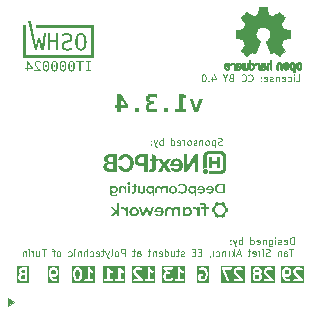
<source format=gbr>
%TF.GenerationSoftware,KiCad,Pcbnew,9.0.4*%
%TF.CreationDate,2025-09-10T10:28:52+02:00*%
%TF.ProjectId,rp2350_gpio_card,72703233-3530-45f6-9770-696f5f636172,X1*%
%TF.SameCoordinates,Original*%
%TF.FileFunction,Legend,Bot*%
%TF.FilePolarity,Positive*%
%FSLAX46Y46*%
G04 Gerber Fmt 4.6, Leading zero omitted, Abs format (unit mm)*
G04 Created by KiCad (PCBNEW 9.0.4) date 2025-09-10 10:28:52*
%MOMM*%
%LPD*%
G01*
G04 APERTURE LIST*
%ADD10C,0.000000*%
%ADD11C,0.101600*%
%ADD12C,0.201600*%
%ADD13C,0.116840*%
%ADD14C,0.010000*%
%ADD15C,0.120000*%
G04 APERTURE END LIST*
D10*
G36*
X102813652Y-72108675D02*
G01*
X102985282Y-71596027D01*
X103189383Y-71596027D01*
X102911990Y-72365065D01*
X102747523Y-72365065D01*
X102559680Y-71834314D01*
X102370298Y-72365065D01*
X102201569Y-72365065D01*
X101930108Y-71596027D01*
X102112019Y-71596027D01*
X102282285Y-72104150D01*
X102464197Y-71589964D01*
X102630202Y-71589964D01*
X102813652Y-72108675D01*
G37*
G36*
X109440632Y-71827588D02*
G01*
X109440248Y-71841315D01*
X109439606Y-71854976D01*
X109438709Y-71868567D01*
X109437554Y-71882085D01*
X109436144Y-71895526D01*
X109434476Y-71908887D01*
X109432553Y-71922163D01*
X109431748Y-71926638D01*
X109430708Y-71931037D01*
X109429436Y-71935353D01*
X109427938Y-71939575D01*
X109426221Y-71943694D01*
X109424289Y-71947702D01*
X109422148Y-71951589D01*
X109419804Y-71955346D01*
X109417262Y-71958964D01*
X109414528Y-71962434D01*
X109411608Y-71965747D01*
X109408506Y-71968892D01*
X109405229Y-71971863D01*
X109401782Y-71974648D01*
X109398171Y-71977240D01*
X109394401Y-71979628D01*
X109294082Y-72039118D01*
X109289732Y-72041807D01*
X109285488Y-72044631D01*
X109281354Y-72047585D01*
X109277332Y-72050667D01*
X109273422Y-72053873D01*
X109269628Y-72057200D01*
X109265950Y-72060643D01*
X109262393Y-72064200D01*
X109258956Y-72067866D01*
X109255643Y-72071639D01*
X109252456Y-72075514D01*
X109249395Y-72079489D01*
X109246465Y-72083559D01*
X109243666Y-72087721D01*
X109241000Y-72091972D01*
X109238470Y-72096308D01*
X109236077Y-72100725D01*
X109233824Y-72105220D01*
X109231713Y-72109789D01*
X109229746Y-72114429D01*
X109227924Y-72119137D01*
X109226250Y-72123908D01*
X109224726Y-72128739D01*
X109223353Y-72133627D01*
X109222135Y-72138568D01*
X109221072Y-72143559D01*
X109220167Y-72148595D01*
X109219422Y-72153674D01*
X109218840Y-72158792D01*
X109218421Y-72163945D01*
X109218168Y-72169130D01*
X109218083Y-72174344D01*
X109218083Y-72293329D01*
X109217958Y-72297878D01*
X109217584Y-72302385D01*
X109216966Y-72306840D01*
X109216110Y-72311235D01*
X109215019Y-72315561D01*
X109213699Y-72319809D01*
X109212154Y-72323968D01*
X109210389Y-72328031D01*
X109208408Y-72331987D01*
X109206216Y-72335828D01*
X109203818Y-72339545D01*
X109201219Y-72343128D01*
X109198423Y-72346569D01*
X109195434Y-72349858D01*
X109192259Y-72352986D01*
X109188900Y-72355943D01*
X109178587Y-72364334D01*
X109168113Y-72372524D01*
X109157481Y-72380511D01*
X109146694Y-72388292D01*
X109135755Y-72395862D01*
X109124666Y-72403221D01*
X109113431Y-72410364D01*
X109102052Y-72417289D01*
X109090533Y-72423992D01*
X109078875Y-72430471D01*
X109067083Y-72436722D01*
X109055159Y-72442744D01*
X109043105Y-72448532D01*
X109030925Y-72454084D01*
X109018622Y-72459396D01*
X109006198Y-72464466D01*
X109002008Y-72465983D01*
X108997768Y-72467255D01*
X108993488Y-72468281D01*
X108989176Y-72469063D01*
X108984845Y-72469599D01*
X108980503Y-72469890D01*
X108976160Y-72469935D01*
X108971827Y-72469736D01*
X108967514Y-72469291D01*
X108963230Y-72468601D01*
X108958986Y-72467666D01*
X108954791Y-72466486D01*
X108950656Y-72465060D01*
X108946591Y-72463389D01*
X108942606Y-72461473D01*
X108938710Y-72459312D01*
X108838241Y-72399664D01*
X108829312Y-72394751D01*
X108820158Y-72390492D01*
X108810811Y-72386890D01*
X108801304Y-72383942D01*
X108791667Y-72381649D01*
X108781933Y-72380011D01*
X108772134Y-72379028D01*
X108762300Y-72378701D01*
X108752466Y-72379028D01*
X108742661Y-72380011D01*
X108732918Y-72381649D01*
X108723268Y-72383942D01*
X108713744Y-72386890D01*
X108704378Y-72390492D01*
X108695200Y-72394751D01*
X108686244Y-72399664D01*
X108585775Y-72459312D01*
X108581878Y-72461473D01*
X108577888Y-72463389D01*
X108573816Y-72465060D01*
X108569673Y-72466486D01*
X108565469Y-72467666D01*
X108561216Y-72468601D01*
X108556923Y-72469291D01*
X108552602Y-72469736D01*
X108548263Y-72469935D01*
X108543917Y-72469890D01*
X108539574Y-72469599D01*
X108535245Y-72469063D01*
X108530942Y-72468281D01*
X108526674Y-72467255D01*
X108522453Y-72465983D01*
X108518288Y-72464466D01*
X108505864Y-72459396D01*
X108493560Y-72454084D01*
X108481381Y-72448532D01*
X108469327Y-72442744D01*
X108457402Y-72436722D01*
X108445610Y-72430471D01*
X108433953Y-72423992D01*
X108422433Y-72417289D01*
X108411055Y-72410364D01*
X108399819Y-72403221D01*
X108388731Y-72395862D01*
X108377791Y-72388292D01*
X108367004Y-72380511D01*
X108356372Y-72372524D01*
X108345898Y-72364334D01*
X108335585Y-72355943D01*
X108332226Y-72352986D01*
X108329050Y-72349858D01*
X108326062Y-72346569D01*
X108323266Y-72343128D01*
X108320666Y-72339545D01*
X108318268Y-72335828D01*
X108316076Y-72331987D01*
X108314095Y-72328031D01*
X108312330Y-72323968D01*
X108310785Y-72319809D01*
X108309465Y-72315561D01*
X108308374Y-72311235D01*
X108307518Y-72306840D01*
X108306900Y-72302385D01*
X108306526Y-72297878D01*
X108306400Y-72293329D01*
X108306400Y-72174344D01*
X108306063Y-72163945D01*
X108305061Y-72153674D01*
X108303412Y-72143559D01*
X108301130Y-72133627D01*
X108298234Y-72123908D01*
X108294738Y-72114429D01*
X108290659Y-72105220D01*
X108286014Y-72096307D01*
X108280818Y-72087721D01*
X108275088Y-72079489D01*
X108268840Y-72071639D01*
X108262091Y-72064200D01*
X108254856Y-72057200D01*
X108247152Y-72050667D01*
X108238995Y-72044631D01*
X108230402Y-72039118D01*
X108130087Y-71979628D01*
X108126317Y-71977241D01*
X108122706Y-71974655D01*
X108119259Y-71971876D01*
X108115981Y-71968915D01*
X108112880Y-71965778D01*
X108109959Y-71962476D01*
X108107225Y-71959015D01*
X108104683Y-71955406D01*
X108102339Y-71951655D01*
X108100198Y-71947772D01*
X108098266Y-71943764D01*
X108096548Y-71939641D01*
X108095051Y-71935411D01*
X108093779Y-71931083D01*
X108092738Y-71926664D01*
X108091934Y-71922163D01*
X108090053Y-71908887D01*
X108088406Y-71895526D01*
X108086998Y-71882085D01*
X108085834Y-71868567D01*
X108084920Y-71854976D01*
X108084260Y-71841315D01*
X108083860Y-71827588D01*
X108083728Y-71813961D01*
X108354420Y-71813961D01*
X108354950Y-71835508D01*
X108356525Y-71856773D01*
X108359118Y-71877729D01*
X108362703Y-71898350D01*
X108367256Y-71918610D01*
X108372750Y-71938481D01*
X108379160Y-71957939D01*
X108386460Y-71976956D01*
X108394625Y-71995506D01*
X108403629Y-72013563D01*
X108413446Y-72031101D01*
X108424050Y-72048092D01*
X108435417Y-72064512D01*
X108447520Y-72080333D01*
X108460333Y-72095529D01*
X108473832Y-72110074D01*
X108487991Y-72123942D01*
X108502783Y-72137106D01*
X108518183Y-72149539D01*
X108534166Y-72161216D01*
X108550706Y-72172111D01*
X108567777Y-72182196D01*
X108585354Y-72191445D01*
X108603411Y-72199833D01*
X108621923Y-72207333D01*
X108640863Y-72213918D01*
X108660206Y-72219562D01*
X108679927Y-72224239D01*
X108700000Y-72227922D01*
X108720399Y-72230586D01*
X108741099Y-72232204D01*
X108762073Y-72232749D01*
X108783048Y-72232204D01*
X108803748Y-72230586D01*
X108824148Y-72227922D01*
X108844221Y-72224239D01*
X108863942Y-72219562D01*
X108883285Y-72213918D01*
X108902226Y-72207333D01*
X108920738Y-72199833D01*
X108938795Y-72191445D01*
X108956372Y-72182196D01*
X108973443Y-72172111D01*
X108989983Y-72161216D01*
X109005967Y-72149539D01*
X109021367Y-72137106D01*
X109036159Y-72123942D01*
X109050318Y-72110074D01*
X109063817Y-72095529D01*
X109076631Y-72080333D01*
X109088734Y-72064512D01*
X109100100Y-72048092D01*
X109110705Y-72031101D01*
X109120522Y-72013563D01*
X109129526Y-71995506D01*
X109137690Y-71976956D01*
X109144990Y-71957939D01*
X109151400Y-71938481D01*
X109156895Y-71918610D01*
X109161447Y-71898350D01*
X109165033Y-71877729D01*
X109167626Y-71856773D01*
X109169200Y-71835508D01*
X109169731Y-71813961D01*
X109169200Y-71792413D01*
X109167626Y-71771148D01*
X109165033Y-71750192D01*
X109161447Y-71729570D01*
X109156895Y-71709311D01*
X109151400Y-71689439D01*
X109144990Y-71669981D01*
X109137690Y-71650964D01*
X109129526Y-71632414D01*
X109120522Y-71614357D01*
X109110705Y-71596819D01*
X109100100Y-71579828D01*
X109088734Y-71563408D01*
X109076631Y-71547587D01*
X109063817Y-71532391D01*
X109050318Y-71517846D01*
X109036159Y-71503979D01*
X109021367Y-71490815D01*
X109005967Y-71478382D01*
X108989983Y-71466705D01*
X108973443Y-71455811D01*
X108956372Y-71445726D01*
X108938795Y-71436476D01*
X108920738Y-71428089D01*
X108902226Y-71420589D01*
X108883285Y-71414004D01*
X108863942Y-71408360D01*
X108844221Y-71403683D01*
X108824148Y-71400000D01*
X108803748Y-71397336D01*
X108783048Y-71395718D01*
X108762073Y-71395173D01*
X108741099Y-71395718D01*
X108720399Y-71397336D01*
X108700000Y-71400000D01*
X108679927Y-71403683D01*
X108660206Y-71408360D01*
X108640863Y-71414004D01*
X108621923Y-71420589D01*
X108603411Y-71428089D01*
X108585354Y-71436476D01*
X108567777Y-71445726D01*
X108550706Y-71455811D01*
X108534166Y-71466705D01*
X108518183Y-71478382D01*
X108502783Y-71490815D01*
X108487991Y-71503979D01*
X108473832Y-71517846D01*
X108460333Y-71532391D01*
X108447520Y-71547587D01*
X108435417Y-71563408D01*
X108424050Y-71579828D01*
X108413446Y-71596819D01*
X108403629Y-71614357D01*
X108394625Y-71632414D01*
X108386460Y-71650964D01*
X108379160Y-71669981D01*
X108372750Y-71689439D01*
X108367256Y-71709311D01*
X108362703Y-71729570D01*
X108359118Y-71750192D01*
X108356525Y-71771148D01*
X108354950Y-71792413D01*
X108354420Y-71813961D01*
X108083728Y-71813961D01*
X108083726Y-71813798D01*
X108083854Y-71800010D01*
X108084239Y-71786284D01*
X108084880Y-71772623D01*
X108085778Y-71759031D01*
X108086933Y-71745513D01*
X108088343Y-71732071D01*
X108090010Y-71718710D01*
X108091934Y-71705434D01*
X108092710Y-71700961D01*
X108093723Y-71696566D01*
X108094967Y-71692259D01*
X108096438Y-71688047D01*
X108098129Y-71683939D01*
X108100036Y-71679945D01*
X108102153Y-71676072D01*
X108104475Y-71672330D01*
X108106996Y-71668727D01*
X108109711Y-71665271D01*
X108112615Y-71661972D01*
X108115703Y-71658838D01*
X108118968Y-71655878D01*
X108122406Y-71653100D01*
X108126012Y-71650514D01*
X108129779Y-71648127D01*
X108129777Y-71648127D01*
X108230096Y-71588632D01*
X108234446Y-71585944D01*
X108238690Y-71583120D01*
X108242824Y-71580166D01*
X108246846Y-71577084D01*
X108250756Y-71573878D01*
X108254550Y-71570551D01*
X108258227Y-71567108D01*
X108261785Y-71563551D01*
X108265222Y-71559885D01*
X108268535Y-71556112D01*
X108271722Y-71552237D01*
X108274782Y-71548262D01*
X108277713Y-71544192D01*
X108280512Y-71540030D01*
X108283178Y-71535779D01*
X108285708Y-71531443D01*
X108288101Y-71527026D01*
X108290353Y-71522531D01*
X108292465Y-71517962D01*
X108294432Y-71513322D01*
X108296254Y-71508614D01*
X108297928Y-71503843D01*
X108299452Y-71499012D01*
X108300825Y-71494124D01*
X108302043Y-71489183D01*
X108303106Y-71484192D01*
X108304011Y-71479155D01*
X108304755Y-71474076D01*
X108305338Y-71468959D01*
X108305757Y-71463805D01*
X108306010Y-71458620D01*
X108306095Y-71453407D01*
X108306095Y-71334422D01*
X108306220Y-71329873D01*
X108306594Y-71325365D01*
X108307212Y-71320909D01*
X108308068Y-71316513D01*
X108309159Y-71312187D01*
X108310479Y-71307940D01*
X108312024Y-71303780D01*
X108313790Y-71299717D01*
X108315771Y-71295761D01*
X108317962Y-71291920D01*
X108320360Y-71288203D01*
X108322960Y-71284620D01*
X108325756Y-71281180D01*
X108328745Y-71277891D01*
X108331921Y-71274764D01*
X108335280Y-71271807D01*
X108345619Y-71263389D01*
X108356116Y-71255174D01*
X108366768Y-71247166D01*
X108377573Y-71239368D01*
X108388527Y-71231782D01*
X108399628Y-71224411D01*
X108410873Y-71217257D01*
X108422260Y-71210324D01*
X108433786Y-71203615D01*
X108445448Y-71197131D01*
X108457243Y-71190876D01*
X108469170Y-71184853D01*
X108481225Y-71179064D01*
X108493405Y-71173512D01*
X108505708Y-71168200D01*
X108518132Y-71163131D01*
X108522321Y-71161614D01*
X108526562Y-71160342D01*
X108530843Y-71159315D01*
X108535154Y-71158534D01*
X108539486Y-71157998D01*
X108543828Y-71157707D01*
X108548170Y-71157661D01*
X108552503Y-71157861D01*
X108556816Y-71158305D01*
X108561100Y-71158995D01*
X108565344Y-71159930D01*
X108569538Y-71161111D01*
X108573673Y-71162536D01*
X108577738Y-71164207D01*
X108581723Y-71166122D01*
X108585619Y-71168283D01*
X108686088Y-71227932D01*
X108695017Y-71232845D01*
X108704171Y-71237103D01*
X108713518Y-71240706D01*
X108723026Y-71243654D01*
X108732663Y-71245947D01*
X108742397Y-71247585D01*
X108752197Y-71248567D01*
X108762030Y-71248895D01*
X108771865Y-71248567D01*
X108781670Y-71247585D01*
X108791413Y-71245947D01*
X108801063Y-71243654D01*
X108810586Y-71240706D01*
X108819953Y-71237103D01*
X108829129Y-71232845D01*
X108838085Y-71227932D01*
X108938558Y-71168283D01*
X108942455Y-71166121D01*
X108946445Y-71164200D01*
X108950517Y-71162523D01*
X108954660Y-71161089D01*
X108958864Y-71159899D01*
X108963118Y-71158954D01*
X108967410Y-71158255D01*
X108971732Y-71157802D01*
X108976071Y-71157596D01*
X108980417Y-71157638D01*
X108984760Y-71157929D01*
X108989088Y-71158468D01*
X108993392Y-71159257D01*
X108997659Y-71160297D01*
X109001881Y-71161588D01*
X109006046Y-71163131D01*
X109018494Y-71168201D01*
X109030816Y-71173513D01*
X109043008Y-71179064D01*
X109055070Y-71184852D01*
X109066997Y-71190873D01*
X109078789Y-71197124D01*
X109090443Y-71203603D01*
X109101956Y-71210306D01*
X109113327Y-71217231D01*
X109124553Y-71224374D01*
X109135633Y-71231732D01*
X109146563Y-71239303D01*
X109157342Y-71247084D01*
X109167967Y-71255071D01*
X109188748Y-71271654D01*
X109192107Y-71274611D01*
X109195282Y-71277738D01*
X109198271Y-71281027D01*
X109201067Y-71284467D01*
X109203666Y-71288050D01*
X109206064Y-71291767D01*
X109208256Y-71295608D01*
X109210236Y-71299565D01*
X109212002Y-71303627D01*
X109213547Y-71307787D01*
X109214867Y-71312034D01*
X109215958Y-71316360D01*
X109216814Y-71320756D01*
X109217432Y-71325212D01*
X109217806Y-71329719D01*
X109217931Y-71334268D01*
X109217931Y-71453253D01*
X109218267Y-71463651D01*
X109219264Y-71473921D01*
X109220907Y-71484037D01*
X109223180Y-71493968D01*
X109226067Y-71503687D01*
X109229554Y-71513166D01*
X109233623Y-71522375D01*
X109238261Y-71531288D01*
X109243451Y-71539875D01*
X109249177Y-71548107D01*
X109255424Y-71555957D01*
X109262177Y-71563397D01*
X109269419Y-71570397D01*
X109277136Y-71576930D01*
X109285311Y-71582966D01*
X109293930Y-71588479D01*
X109394249Y-71647969D01*
X109398019Y-71650356D01*
X109401630Y-71652942D01*
X109405077Y-71655720D01*
X109408354Y-71658680D01*
X109411456Y-71661815D01*
X109414376Y-71665114D01*
X109417110Y-71668570D01*
X109419652Y-71672173D01*
X109421996Y-71675916D01*
X109424137Y-71679789D01*
X109426069Y-71683783D01*
X109427786Y-71687891D01*
X109429284Y-71692102D01*
X109430556Y-71696409D01*
X109431596Y-71700803D01*
X109432401Y-71705275D01*
X109434375Y-71718604D01*
X109436079Y-71732004D01*
X109437517Y-71745474D01*
X109438690Y-71759011D01*
X109439598Y-71772614D01*
X109440245Y-71786281D01*
X109440632Y-71800010D01*
X109440761Y-71813798D01*
X109440759Y-71813961D01*
X109440632Y-71827588D01*
G37*
G36*
X97885901Y-59314704D02*
G01*
X97702945Y-59314704D01*
X97702945Y-59988661D01*
X97885901Y-59988661D01*
X97885901Y-60088030D01*
X97401330Y-60088030D01*
X97401330Y-59988661D01*
X97584286Y-59988661D01*
X97584286Y-59314704D01*
X97401330Y-59314704D01*
X97401330Y-59215334D01*
X97885901Y-59215334D01*
X97885901Y-59314704D01*
G37*
G36*
X100257355Y-72358962D02*
G01*
X100072368Y-72358962D01*
X100072368Y-72012161D01*
X99717157Y-72358962D01*
X99466215Y-72358962D01*
X99881624Y-71951884D01*
X99486735Y-71596023D01*
X99731920Y-71596023D01*
X100072368Y-71906600D01*
X100072368Y-71249213D01*
X100257355Y-71249213D01*
X100257355Y-72358962D01*
G37*
G36*
X101620031Y-69804224D02*
G01*
X101723853Y-69804224D01*
X101723853Y-69922334D01*
X101620031Y-69922334D01*
X101620031Y-70226182D01*
X101619798Y-70239070D01*
X101619104Y-70251568D01*
X101617951Y-70263676D01*
X101616343Y-70275393D01*
X101614285Y-70286716D01*
X101611780Y-70297645D01*
X101608832Y-70308178D01*
X101605445Y-70318314D01*
X101601623Y-70328051D01*
X101597369Y-70337389D01*
X101592688Y-70346327D01*
X101587582Y-70354861D01*
X101582057Y-70362992D01*
X101576115Y-70370719D01*
X101569762Y-70378039D01*
X101562999Y-70384952D01*
X101555833Y-70391455D01*
X101548265Y-70397549D01*
X101540300Y-70403231D01*
X101531943Y-70408501D01*
X101523196Y-70413356D01*
X101514063Y-70417796D01*
X101504549Y-70421820D01*
X101494657Y-70425425D01*
X101484392Y-70428612D01*
X101473756Y-70431377D01*
X101462754Y-70433721D01*
X101451389Y-70435641D01*
X101439666Y-70437137D01*
X101427588Y-70438208D01*
X101415160Y-70438851D01*
X101402384Y-70439065D01*
X101392387Y-70438903D01*
X101382417Y-70438416D01*
X101372500Y-70437602D01*
X101362662Y-70436461D01*
X101352930Y-70434990D01*
X101343331Y-70433189D01*
X101333891Y-70431055D01*
X101324636Y-70428588D01*
X101315594Y-70425786D01*
X101306790Y-70422648D01*
X101298251Y-70419172D01*
X101290004Y-70415357D01*
X101282075Y-70411202D01*
X101274491Y-70406705D01*
X101267277Y-70401864D01*
X101260462Y-70396679D01*
X101260462Y-70396203D01*
X101301895Y-70290952D01*
X101306253Y-70294228D01*
X101310750Y-70297273D01*
X101315379Y-70300089D01*
X101320135Y-70302679D01*
X101325010Y-70305046D01*
X101329999Y-70307193D01*
X101335096Y-70309121D01*
X101340293Y-70310835D01*
X101345586Y-70312337D01*
X101350967Y-70313629D01*
X101356431Y-70314715D01*
X101361970Y-70315598D01*
X101367580Y-70316279D01*
X101373252Y-70316762D01*
X101378982Y-70317050D01*
X101384763Y-70317145D01*
X101390001Y-70317048D01*
X101395087Y-70316756D01*
X101400020Y-70316271D01*
X101404800Y-70315593D01*
X101409425Y-70314724D01*
X101413895Y-70313664D01*
X101418209Y-70312414D01*
X101422365Y-70310976D01*
X101426362Y-70309351D01*
X101430200Y-70307538D01*
X101433878Y-70305540D01*
X101437395Y-70303357D01*
X101440750Y-70300991D01*
X101443941Y-70298441D01*
X101446968Y-70295710D01*
X101449831Y-70292797D01*
X101452527Y-70289705D01*
X101455056Y-70286433D01*
X101457417Y-70282984D01*
X101459610Y-70279357D01*
X101461632Y-70275554D01*
X101463484Y-70271576D01*
X101465163Y-70267424D01*
X101466670Y-70263098D01*
X101468004Y-70258601D01*
X101469163Y-70253931D01*
X101470146Y-70249092D01*
X101470952Y-70244083D01*
X101471581Y-70238905D01*
X101472031Y-70233560D01*
X101472393Y-70222372D01*
X101472393Y-69922334D01*
X101303324Y-69922334D01*
X101303324Y-69804224D01*
X101472393Y-69804224D01*
X101472393Y-69659920D01*
X101620031Y-69659920D01*
X101620031Y-69804224D01*
G37*
G36*
X108106767Y-67669358D02*
G01*
X108523750Y-67669358D01*
X108523750Y-67316933D01*
X108811617Y-67316933D01*
X108811617Y-68309120D01*
X108523750Y-68309120D01*
X108523750Y-67956166D01*
X108105709Y-67956166D01*
X108105709Y-68309121D01*
X107819959Y-68309120D01*
X107819959Y-67316933D01*
X108106767Y-67316933D01*
X108106767Y-67669358D01*
G37*
G36*
X100026921Y-68584287D02*
G01*
X99399858Y-68584287D01*
X99382019Y-68584569D01*
X99364203Y-68584364D01*
X99346419Y-68583673D01*
X99328677Y-68582499D01*
X99310986Y-68580843D01*
X99293356Y-68578708D01*
X99275798Y-68576094D01*
X99258320Y-68573004D01*
X99240933Y-68569440D01*
X99223646Y-68565404D01*
X99206469Y-68560897D01*
X99189412Y-68555922D01*
X99172484Y-68550479D01*
X99155696Y-68544572D01*
X99139056Y-68538202D01*
X99122575Y-68531370D01*
X99109645Y-68525407D01*
X99096970Y-68518992D01*
X99084560Y-68512137D01*
X99072426Y-68504848D01*
X99060578Y-68497136D01*
X99049027Y-68489009D01*
X99037784Y-68480477D01*
X99026859Y-68471547D01*
X99016262Y-68462230D01*
X99006005Y-68452535D01*
X98996098Y-68442469D01*
X98986552Y-68432043D01*
X98977376Y-68421264D01*
X98968583Y-68410143D01*
X98960181Y-68398688D01*
X98952183Y-68386908D01*
X98945010Y-68375105D01*
X98938282Y-68363079D01*
X98932003Y-68350842D01*
X98926178Y-68338407D01*
X98920809Y-68325788D01*
X98915900Y-68312996D01*
X98911455Y-68300045D01*
X98907477Y-68286947D01*
X98903971Y-68273715D01*
X98900939Y-68260362D01*
X98898385Y-68246901D01*
X98896313Y-68233344D01*
X98894727Y-68219704D01*
X98893630Y-68205995D01*
X98893026Y-68192228D01*
X98892918Y-68178416D01*
X98892924Y-68166179D01*
X98893236Y-68156841D01*
X99213062Y-68156841D01*
X99213618Y-68166412D01*
X99214723Y-68175886D01*
X99216366Y-68185244D01*
X99218536Y-68194462D01*
X99221226Y-68203520D01*
X99224423Y-68212396D01*
X99228119Y-68221068D01*
X99232304Y-68229516D01*
X99236967Y-68237717D01*
X99242100Y-68245650D01*
X99247691Y-68253294D01*
X99253731Y-68260627D01*
X99260211Y-68267627D01*
X99267120Y-68274274D01*
X99274448Y-68280545D01*
X99274447Y-68280545D01*
X99284960Y-68287397D01*
X99295723Y-68293769D01*
X99306719Y-68299659D01*
X99317931Y-68305061D01*
X99329343Y-68309971D01*
X99340938Y-68314385D01*
X99352701Y-68318299D01*
X99364614Y-68321708D01*
X99376661Y-68324608D01*
X99388825Y-68326994D01*
X99401091Y-68328863D01*
X99413441Y-68330209D01*
X99425860Y-68331029D01*
X99438330Y-68331318D01*
X99450835Y-68331072D01*
X99463360Y-68330287D01*
X99716830Y-68330287D01*
X99716830Y-67940291D01*
X99716830Y-67728625D01*
X99716830Y-67366675D01*
X99480821Y-67366675D01*
X99470132Y-67366255D01*
X99459473Y-67366319D01*
X99448860Y-67366861D01*
X99438308Y-67367878D01*
X99427833Y-67369365D01*
X99417451Y-67371316D01*
X99407176Y-67373727D01*
X99397024Y-67376594D01*
X99387010Y-67379912D01*
X99377149Y-67383675D01*
X99367458Y-67387880D01*
X99357951Y-67392521D01*
X99348643Y-67397594D01*
X99339551Y-67403095D01*
X99330688Y-67409018D01*
X99322072Y-67415358D01*
X99315120Y-67421481D01*
X99308564Y-67427951D01*
X99302412Y-67434748D01*
X99296674Y-67441853D01*
X99291358Y-67449245D01*
X99286474Y-67456905D01*
X99282030Y-67464814D01*
X99278036Y-67472952D01*
X99274500Y-67481299D01*
X99271431Y-67489836D01*
X99268838Y-67498543D01*
X99266731Y-67507401D01*
X99265118Y-67516390D01*
X99264008Y-67525490D01*
X99263411Y-67534682D01*
X99263334Y-67543946D01*
X99263263Y-67550576D01*
X99263454Y-67557186D01*
X99263905Y-67563768D01*
X99264614Y-67570315D01*
X99265578Y-67576819D01*
X99266796Y-67583272D01*
X99268265Y-67589668D01*
X99269983Y-67595999D01*
X99271948Y-67602258D01*
X99274158Y-67608437D01*
X99276611Y-67614530D01*
X99279304Y-67620528D01*
X99282235Y-67626424D01*
X99285403Y-67632211D01*
X99288805Y-67637882D01*
X99292439Y-67643429D01*
X99296258Y-67648664D01*
X99300245Y-67653756D01*
X99304395Y-67658701D01*
X99308705Y-67663495D01*
X99313170Y-67668134D01*
X99317786Y-67672617D01*
X99322548Y-67676937D01*
X99327452Y-67681094D01*
X99332495Y-67685081D01*
X99337670Y-67688897D01*
X99342975Y-67692538D01*
X99348404Y-67696000D01*
X99353955Y-67699279D01*
X99359621Y-67702372D01*
X99365399Y-67705276D01*
X99371285Y-67707987D01*
X99378054Y-67710778D01*
X99384885Y-67713385D01*
X99391776Y-67715808D01*
X99398723Y-67718047D01*
X99405722Y-67720099D01*
X99412768Y-67721965D01*
X99419859Y-67723644D01*
X99426991Y-67725135D01*
X99434159Y-67726438D01*
X99441361Y-67727551D01*
X99448592Y-67728474D01*
X99455848Y-67729206D01*
X99463126Y-67729747D01*
X99470423Y-67730095D01*
X99477733Y-67730251D01*
X99485055Y-67730212D01*
X99672379Y-67730212D01*
X99672379Y-67941879D01*
X99454892Y-67941879D01*
X99446588Y-67941800D01*
X99438297Y-67941957D01*
X99430023Y-67942348D01*
X99421772Y-67942973D01*
X99413549Y-67943831D01*
X99405358Y-67944920D01*
X99397204Y-67946241D01*
X99389093Y-67947790D01*
X99381028Y-67949569D01*
X99373016Y-67951575D01*
X99365060Y-67953808D01*
X99357166Y-67956267D01*
X99349339Y-67958950D01*
X99341583Y-67961857D01*
X99333903Y-67964986D01*
X99326305Y-67968337D01*
X99319965Y-67971456D01*
X99313752Y-67974788D01*
X99307670Y-67978327D01*
X99301723Y-67982071D01*
X99295917Y-67986013D01*
X99290256Y-67990152D01*
X99284745Y-67994481D01*
X99279390Y-67998998D01*
X99274194Y-68003698D01*
X99269162Y-68008576D01*
X99264300Y-68013628D01*
X99259612Y-68018851D01*
X99255102Y-68024240D01*
X99250777Y-68029791D01*
X99246640Y-68035500D01*
X99242696Y-68041362D01*
X99239128Y-68047380D01*
X99235780Y-68053506D01*
X99232655Y-68059735D01*
X99229754Y-68066059D01*
X99227079Y-68072473D01*
X99224632Y-68078971D01*
X99222414Y-68085546D01*
X99220428Y-68092192D01*
X99218674Y-68098904D01*
X99217155Y-68105675D01*
X99215872Y-68112499D01*
X99214827Y-68119369D01*
X99214022Y-68126280D01*
X99213459Y-68133226D01*
X99213138Y-68140200D01*
X99213063Y-68147196D01*
X99213062Y-68156841D01*
X98893236Y-68156841D01*
X98893332Y-68153972D01*
X98894141Y-68141804D01*
X98895348Y-68129687D01*
X98896951Y-68117628D01*
X98898947Y-68105638D01*
X98901334Y-68093726D01*
X98904110Y-68081902D01*
X98907272Y-68070175D01*
X98910818Y-68058556D01*
X98914745Y-68047053D01*
X98919051Y-68035675D01*
X98923733Y-68024434D01*
X98928789Y-68013338D01*
X98934217Y-68002396D01*
X98940014Y-67991619D01*
X98940013Y-67991620D01*
X98945529Y-67982270D01*
X98951333Y-67973119D01*
X98957420Y-67964175D01*
X98963783Y-67955443D01*
X98970418Y-67946928D01*
X98977318Y-67938638D01*
X98984477Y-67930578D01*
X98991890Y-67922754D01*
X98999550Y-67915172D01*
X99007451Y-67907838D01*
X99015589Y-67900758D01*
X99023956Y-67893939D01*
X99032547Y-67887386D01*
X99041356Y-67881105D01*
X99050377Y-67875102D01*
X99059605Y-67869383D01*
X99068688Y-67864101D01*
X99077919Y-67859120D01*
X99087289Y-67854443D01*
X99096791Y-67850071D01*
X99106418Y-67846008D01*
X99116162Y-67842255D01*
X99126015Y-67838814D01*
X99135969Y-67835688D01*
X99146018Y-67832880D01*
X99156153Y-67830391D01*
X99166367Y-67828223D01*
X99176653Y-67826379D01*
X99187002Y-67824861D01*
X99197407Y-67823672D01*
X99207860Y-67822813D01*
X99218355Y-67822287D01*
X99218355Y-67807470D01*
X99209225Y-67805416D01*
X99200157Y-67803143D01*
X99191154Y-67800653D01*
X99182222Y-67797948D01*
X99173362Y-67795028D01*
X99164580Y-67791897D01*
X99155878Y-67788554D01*
X99147262Y-67785003D01*
X99138733Y-67781245D01*
X99130297Y-67777280D01*
X99121957Y-67773112D01*
X99113717Y-67768740D01*
X99105580Y-67764168D01*
X99097550Y-67759397D01*
X99089632Y-67754428D01*
X99081828Y-67749262D01*
X99074511Y-67744063D01*
X99067365Y-67738655D01*
X99060396Y-67733041D01*
X99053606Y-67727225D01*
X99047000Y-67721214D01*
X99040582Y-67715011D01*
X99034357Y-67708620D01*
X99028327Y-67702047D01*
X99022498Y-67695296D01*
X99016873Y-67688371D01*
X99011456Y-67681277D01*
X99006252Y-67674018D01*
X99001264Y-67666599D01*
X98996496Y-67659025D01*
X98991953Y-67651300D01*
X98987638Y-67643429D01*
X98983337Y-67634582D01*
X98979315Y-67625623D01*
X98975575Y-67616557D01*
X98972117Y-67607392D01*
X98968944Y-67598134D01*
X98966057Y-67588790D01*
X98963457Y-67579366D01*
X98961146Y-67569870D01*
X98959126Y-67560308D01*
X98957397Y-67550687D01*
X98955962Y-67541013D01*
X98954822Y-67531293D01*
X98953979Y-67521534D01*
X98953433Y-67511742D01*
X98953187Y-67501924D01*
X98953243Y-67492087D01*
X98953132Y-67479189D01*
X98953492Y-67466325D01*
X98954321Y-67453509D01*
X98955614Y-67440753D01*
X98957369Y-67428068D01*
X98959581Y-67415468D01*
X98962248Y-67402965D01*
X98965367Y-67390571D01*
X98968933Y-67378298D01*
X98972944Y-67366159D01*
X98977396Y-67354167D01*
X98982287Y-67342332D01*
X98987611Y-67330668D01*
X98993368Y-67319188D01*
X98999551Y-67307902D01*
X99006160Y-67296825D01*
X99013823Y-67285811D01*
X99021873Y-67275119D01*
X99030298Y-67264755D01*
X99039089Y-67254730D01*
X99048234Y-67245053D01*
X99057723Y-67235730D01*
X99067544Y-67226773D01*
X99077688Y-67218189D01*
X99088143Y-67209986D01*
X99098898Y-67202175D01*
X99109944Y-67194763D01*
X99121268Y-67187760D01*
X99132861Y-67181173D01*
X99144711Y-67175012D01*
X99156809Y-67169286D01*
X99169142Y-67164004D01*
X99185265Y-67157703D01*
X99201528Y-67151834D01*
X99217921Y-67146398D01*
X99234438Y-67141397D01*
X99251068Y-67136832D01*
X99267803Y-67132704D01*
X99284635Y-67129016D01*
X99301554Y-67125769D01*
X99318552Y-67122964D01*
X99335620Y-67120604D01*
X99352750Y-67118688D01*
X99369933Y-67117220D01*
X99387160Y-67116201D01*
X99404422Y-67115632D01*
X99421711Y-67115514D01*
X99439018Y-67115850D01*
X100026921Y-67115850D01*
X100026921Y-67366675D01*
X100026921Y-68584287D01*
G37*
G36*
X95825802Y-56852072D02*
G01*
X95851468Y-56853429D01*
X95876478Y-56855689D01*
X95900830Y-56858853D01*
X95924524Y-56862921D01*
X95947562Y-56867893D01*
X95969942Y-56873769D01*
X95991664Y-56880549D01*
X96012730Y-56888233D01*
X96033138Y-56896820D01*
X96052888Y-56906312D01*
X96071982Y-56916707D01*
X96090418Y-56928005D01*
X96108197Y-56940207D01*
X96125318Y-56953313D01*
X96141782Y-56967323D01*
X96157298Y-56981964D01*
X96171813Y-56997202D01*
X96185328Y-57013039D01*
X96197841Y-57029473D01*
X96209353Y-57046505D01*
X96219864Y-57064135D01*
X96229375Y-57082362D01*
X96237884Y-57101187D01*
X96245392Y-57120609D01*
X96251900Y-57140630D01*
X96257406Y-57161248D01*
X96261911Y-57182463D01*
X96265415Y-57204276D01*
X96267918Y-57226686D01*
X96269420Y-57249694D01*
X96269920Y-57273300D01*
X96269569Y-57292182D01*
X96268516Y-57310577D01*
X96266760Y-57328487D01*
X96264302Y-57345911D01*
X96261142Y-57362850D01*
X96257279Y-57379302D01*
X96252714Y-57395270D01*
X96247447Y-57410751D01*
X96241478Y-57425747D01*
X96234806Y-57440257D01*
X96227432Y-57454282D01*
X96219356Y-57467822D01*
X96210577Y-57480876D01*
X96201096Y-57493445D01*
X96190913Y-57505528D01*
X96180028Y-57517127D01*
X96168368Y-57528303D01*
X96155856Y-57539120D01*
X96142493Y-57549579D01*
X96128278Y-57559679D01*
X96113211Y-57569421D01*
X96097292Y-57578804D01*
X96080522Y-57587828D01*
X96062900Y-57596493D01*
X96044426Y-57604800D01*
X96025101Y-57612749D01*
X96004924Y-57620339D01*
X95983895Y-57627570D01*
X95962014Y-57634443D01*
X95939282Y-57640957D01*
X95915698Y-57647113D01*
X95891262Y-57652911D01*
X95788008Y-57676816D01*
X95771002Y-57680742D01*
X95754646Y-57684869D01*
X95738939Y-57689198D01*
X95723883Y-57693728D01*
X95709476Y-57698460D01*
X95695720Y-57703394D01*
X95682613Y-57708529D01*
X95670156Y-57713866D01*
X95658349Y-57719405D01*
X95647192Y-57725145D01*
X95636685Y-57731087D01*
X95626827Y-57737231D01*
X95617620Y-57743576D01*
X95609062Y-57750124D01*
X95601154Y-57756873D01*
X95593896Y-57763824D01*
X95587065Y-57771074D01*
X95580674Y-57778720D01*
X95574725Y-57786762D01*
X95569216Y-57795199D01*
X95564148Y-57804033D01*
X95559520Y-57813262D01*
X95555334Y-57822887D01*
X95551588Y-57832908D01*
X95548283Y-57843325D01*
X95545419Y-57854138D01*
X95542995Y-57865346D01*
X95541013Y-57876950D01*
X95539470Y-57888950D01*
X95538369Y-57901345D01*
X95537708Y-57914137D01*
X95537488Y-57927323D01*
X95537805Y-57941823D01*
X95538758Y-57955920D01*
X95540345Y-57969613D01*
X95542567Y-57982903D01*
X95545425Y-57995790D01*
X95548917Y-58008273D01*
X95553044Y-58020353D01*
X95557806Y-58032029D01*
X95563203Y-58043302D01*
X95569234Y-58054171D01*
X95575901Y-58064638D01*
X95583202Y-58074700D01*
X95591138Y-58084360D01*
X95599709Y-58093616D01*
X95608914Y-58102468D01*
X95618754Y-58110918D01*
X95629168Y-58118792D01*
X95640090Y-58126158D01*
X95651520Y-58133016D01*
X95663458Y-58139366D01*
X95675903Y-58145208D01*
X95688857Y-58150542D01*
X95702318Y-58155368D01*
X95716288Y-58159685D01*
X95730766Y-58163495D01*
X95745751Y-58166797D01*
X95761245Y-58169590D01*
X95777247Y-58171876D01*
X95793757Y-58173653D01*
X95810775Y-58174923D01*
X95828301Y-58175685D01*
X95846336Y-58175939D01*
X95871180Y-58175431D01*
X95895995Y-58173907D01*
X95920779Y-58171367D01*
X95945535Y-58167811D01*
X95970260Y-58163239D01*
X95994955Y-58157650D01*
X96019621Y-58151044D01*
X96044257Y-58143422D01*
X96068834Y-58134713D01*
X96093800Y-58124838D01*
X96119154Y-58113798D01*
X96144896Y-58101593D01*
X96171028Y-58088222D01*
X96197548Y-58073687D01*
X96224458Y-58057986D01*
X96251757Y-58041121D01*
X96251757Y-58246702D01*
X96226193Y-58257113D01*
X96200659Y-58266838D01*
X96175155Y-58275876D01*
X96149680Y-58284226D01*
X96124236Y-58291890D01*
X96098821Y-58298866D01*
X96073436Y-58305155D01*
X96048080Y-58310757D01*
X96022759Y-58315915D01*
X95997467Y-58320384D01*
X95972204Y-58324166D01*
X95946970Y-58327259D01*
X95921766Y-58329665D01*
X95896592Y-58331383D01*
X95871448Y-58332414D01*
X95846336Y-58332757D01*
X95816663Y-58332339D01*
X95787888Y-58331084D01*
X95760008Y-58328992D01*
X95733025Y-58326063D01*
X95706939Y-58322298D01*
X95681749Y-58317696D01*
X95657456Y-58312257D01*
X95634059Y-58305982D01*
X95611558Y-58298870D01*
X95589955Y-58290921D01*
X95569247Y-58282137D01*
X95549437Y-58272515D01*
X95530522Y-58262058D01*
X95512505Y-58250764D01*
X95495384Y-58238634D01*
X95479160Y-58225667D01*
X95463875Y-58211903D01*
X95449576Y-58197384D01*
X95436264Y-58182111D01*
X95423937Y-58166084D01*
X95412597Y-58149302D01*
X95402243Y-58131765D01*
X95392875Y-58113474D01*
X95384494Y-58094429D01*
X95377098Y-58074629D01*
X95370689Y-58054074D01*
X95365266Y-58032765D01*
X95360829Y-58010702D01*
X95357378Y-57987884D01*
X95354913Y-57964311D01*
X95353434Y-57939983D01*
X95352941Y-57914901D01*
X95353299Y-57893553D01*
X95354375Y-57872771D01*
X95356168Y-57852558D01*
X95358678Y-57832912D01*
X95361905Y-57813833D01*
X95365849Y-57795323D01*
X95370511Y-57777379D01*
X95375890Y-57760004D01*
X95381986Y-57743196D01*
X95388799Y-57726956D01*
X95396329Y-57711284D01*
X95404576Y-57696179D01*
X95413541Y-57681643D01*
X95423223Y-57667674D01*
X95433622Y-57654274D01*
X95444738Y-57641441D01*
X95456638Y-57629099D01*
X95469390Y-57617176D01*
X95482993Y-57605671D01*
X95497448Y-57594585D01*
X95512754Y-57583917D01*
X95528912Y-57573668D01*
X95545921Y-57563837D01*
X95563782Y-57554424D01*
X95582494Y-57545430D01*
X95602058Y-57536855D01*
X95622474Y-57528698D01*
X95643741Y-57520959D01*
X95665860Y-57513638D01*
X95688831Y-57506736D01*
X95712653Y-57500253D01*
X95737327Y-57494187D01*
X95838676Y-57471234D01*
X95856134Y-57466986D01*
X95872891Y-57462612D01*
X95888945Y-57458110D01*
X95904297Y-57453482D01*
X95918946Y-57448727D01*
X95932893Y-57443844D01*
X95946138Y-57438836D01*
X95958681Y-57433700D01*
X95970521Y-57428438D01*
X95981659Y-57423048D01*
X95992095Y-57417532D01*
X96001829Y-57411889D01*
X96010860Y-57406120D01*
X96019189Y-57400223D01*
X96026815Y-57394200D01*
X96033740Y-57388050D01*
X96039992Y-57381658D01*
X96045841Y-57374915D01*
X96051287Y-57367822D01*
X96056329Y-57360377D01*
X96060968Y-57352582D01*
X96065204Y-57344435D01*
X96069036Y-57335937D01*
X96072465Y-57327088D01*
X96075490Y-57317888D01*
X96078112Y-57308337D01*
X96080331Y-57298434D01*
X96082146Y-57288180D01*
X96083558Y-57277575D01*
X96084567Y-57266619D01*
X96085172Y-57255312D01*
X96085373Y-57243653D01*
X96085063Y-57230325D01*
X96084133Y-57217347D01*
X96082583Y-57204720D01*
X96080413Y-57192444D01*
X96077622Y-57180519D01*
X96074212Y-57168945D01*
X96070182Y-57157721D01*
X96065531Y-57146849D01*
X96060261Y-57136327D01*
X96054371Y-57126157D01*
X96047861Y-57116337D01*
X96040730Y-57106869D01*
X96032981Y-57097752D01*
X96024611Y-57088986D01*
X96015621Y-57080571D01*
X96006012Y-57072508D01*
X95995866Y-57064748D01*
X95985272Y-57057490D01*
X95974231Y-57050732D01*
X95962742Y-57044476D01*
X95950805Y-57038719D01*
X95938419Y-57033464D01*
X95925586Y-57028709D01*
X95912305Y-57024454D01*
X95898575Y-57020700D01*
X95884397Y-57017447D01*
X95869771Y-57014695D01*
X95854696Y-57012442D01*
X95839173Y-57010691D01*
X95823202Y-57009440D01*
X95806782Y-57008689D01*
X95789913Y-57008439D01*
X95767471Y-57008887D01*
X95745089Y-57010232D01*
X95722767Y-57012473D01*
X95700506Y-57015611D01*
X95678304Y-57019644D01*
X95656163Y-57024573D01*
X95634082Y-57030399D01*
X95612060Y-57037120D01*
X95589845Y-57044726D01*
X95567660Y-57053198D01*
X95545504Y-57062536D01*
X95523379Y-57072741D01*
X95501283Y-57083811D01*
X95479216Y-57095748D01*
X95457180Y-57108552D01*
X95435173Y-57122223D01*
X95435173Y-56926206D01*
X95460121Y-56917184D01*
X95484772Y-56908759D01*
X95509124Y-56900931D01*
X95533178Y-56893701D01*
X95556933Y-56887068D01*
X95580388Y-56881031D01*
X95603544Y-56875592D01*
X95626401Y-56870750D01*
X95648977Y-56866267D01*
X95671285Y-56862382D01*
X95693323Y-56859096D01*
X95715092Y-56856408D01*
X95736592Y-56854316D01*
X95757823Y-56852822D01*
X95778785Y-56851923D01*
X95799478Y-56851620D01*
X95825802Y-56852072D01*
G37*
G36*
X108852164Y-66841333D02*
G01*
X108875467Y-66843153D01*
X108898430Y-66846116D01*
X108921026Y-66850192D01*
X108943224Y-66855353D01*
X108964998Y-66861570D01*
X108986317Y-66868814D01*
X109007153Y-66877058D01*
X109027479Y-66886271D01*
X109047264Y-66896427D01*
X109066480Y-66907494D01*
X109085099Y-66919446D01*
X109103092Y-66932254D01*
X109120430Y-66945888D01*
X109137085Y-66960321D01*
X109153028Y-66975522D01*
X109168229Y-66991465D01*
X109182662Y-67008120D01*
X109196296Y-67025458D01*
X109209104Y-67043451D01*
X109221056Y-67062070D01*
X109232124Y-67081286D01*
X109242279Y-67101071D01*
X109251492Y-67121397D01*
X109259736Y-67142233D01*
X109266980Y-67163552D01*
X109273197Y-67185326D01*
X109278358Y-67207525D01*
X109282435Y-67230120D01*
X109285397Y-67253083D01*
X109287218Y-67276386D01*
X109287867Y-67300000D01*
X109287867Y-68326054D01*
X109287218Y-68349667D01*
X109285397Y-68372970D01*
X109282435Y-68395933D01*
X109278359Y-68418528D01*
X109273198Y-68440727D01*
X109266981Y-68462500D01*
X109259737Y-68483819D01*
X109251493Y-68504655D01*
X109242280Y-68524981D01*
X109232125Y-68544766D01*
X109221057Y-68563982D01*
X109209105Y-68582601D01*
X109196298Y-68600594D01*
X109182664Y-68617932D01*
X109168231Y-68634587D01*
X109153029Y-68650529D01*
X109137087Y-68665731D01*
X109120432Y-68680164D01*
X109103094Y-68693798D01*
X109085101Y-68706606D01*
X109066483Y-68718558D01*
X109047266Y-68729626D01*
X109027481Y-68739781D01*
X109007156Y-68748995D01*
X108986319Y-68757238D01*
X108965000Y-68764483D01*
X108943227Y-68770700D01*
X108921028Y-68775861D01*
X108898433Y-68779937D01*
X108875469Y-68782900D01*
X108852167Y-68784721D01*
X108828553Y-68785370D01*
X107782917Y-68785370D01*
X107796192Y-68770776D01*
X107808433Y-68755484D01*
X107819625Y-68739549D01*
X107829754Y-68723025D01*
X107838804Y-68705966D01*
X107846760Y-68688427D01*
X107853607Y-68670461D01*
X107859330Y-68652124D01*
X107863913Y-68633469D01*
X107867342Y-68614552D01*
X107869601Y-68595425D01*
X107870675Y-68576144D01*
X107870549Y-68556763D01*
X107869208Y-68537336D01*
X107866638Y-68517918D01*
X107862821Y-68498562D01*
X108828550Y-68498562D01*
X108837388Y-68498285D01*
X108846108Y-68497571D01*
X108854700Y-68496430D01*
X108863153Y-68494873D01*
X108871456Y-68492911D01*
X108879598Y-68490555D01*
X108887569Y-68487815D01*
X108895359Y-68484702D01*
X108902956Y-68481227D01*
X108910350Y-68477400D01*
X108917530Y-68473233D01*
X108924485Y-68468736D01*
X108931206Y-68463920D01*
X108937680Y-68458795D01*
X108943898Y-68453372D01*
X108949849Y-68447663D01*
X108955521Y-68441677D01*
X108960905Y-68435426D01*
X108965990Y-68428920D01*
X108970765Y-68422170D01*
X108975219Y-68415187D01*
X108979342Y-68407982D01*
X108983123Y-68400564D01*
X108986552Y-68392946D01*
X108989617Y-68385138D01*
X108992308Y-68377150D01*
X108994614Y-68368993D01*
X108996525Y-68360678D01*
X108998029Y-68352216D01*
X108999117Y-68343617D01*
X108999778Y-68334893D01*
X109000000Y-68326054D01*
X109000000Y-67300000D01*
X108999750Y-67291134D01*
X108999061Y-67282385D01*
X108997943Y-67273763D01*
X108996407Y-67265280D01*
X108994465Y-67256946D01*
X108992127Y-67248771D01*
X108989403Y-67240767D01*
X108986305Y-67232944D01*
X108982842Y-67225313D01*
X108979027Y-67217884D01*
X108974869Y-67210669D01*
X108970380Y-67203679D01*
X108965569Y-67196923D01*
X108960449Y-67190413D01*
X108955029Y-67184159D01*
X108949320Y-67178172D01*
X108943334Y-67172464D01*
X108937080Y-67167044D01*
X108930570Y-67161923D01*
X108923814Y-67157113D01*
X108916823Y-67152623D01*
X108909608Y-67148465D01*
X108902180Y-67144650D01*
X108894549Y-67141188D01*
X108886726Y-67138089D01*
X108878722Y-67135365D01*
X108870547Y-67133027D01*
X108862213Y-67131084D01*
X108853729Y-67129549D01*
X108845108Y-67128431D01*
X108836359Y-67127742D01*
X108827493Y-67127491D01*
X107803025Y-67127491D01*
X107794160Y-67127742D01*
X107785410Y-67128431D01*
X107776789Y-67129549D01*
X107768305Y-67131084D01*
X107759971Y-67133027D01*
X107751796Y-67135365D01*
X107743792Y-67138089D01*
X107735969Y-67141187D01*
X107728338Y-67144650D01*
X107720910Y-67148465D01*
X107713695Y-67152623D01*
X107706704Y-67157112D01*
X107699948Y-67161923D01*
X107693438Y-67167043D01*
X107687184Y-67172463D01*
X107681198Y-67178172D01*
X107675489Y-67184158D01*
X107670069Y-67190412D01*
X107664949Y-67196922D01*
X107660138Y-67203678D01*
X107655649Y-67210669D01*
X107651491Y-67217884D01*
X107647675Y-67225312D01*
X107644213Y-67232943D01*
X107641115Y-67240766D01*
X107638391Y-67248771D01*
X107636052Y-67256945D01*
X107634110Y-67265280D01*
X107632575Y-67273763D01*
X107631457Y-67282385D01*
X107630767Y-67291134D01*
X107630517Y-67300000D01*
X107630517Y-68265729D01*
X107611161Y-68261913D01*
X107591743Y-68259342D01*
X107572316Y-68258001D01*
X107552935Y-68257875D01*
X107533654Y-68258949D01*
X107514527Y-68261209D01*
X107495610Y-68264637D01*
X107476955Y-68269220D01*
X107458618Y-68274943D01*
X107440653Y-68281790D01*
X107423113Y-68289746D01*
X107406054Y-68298796D01*
X107389530Y-68308925D01*
X107373595Y-68320117D01*
X107358303Y-68332358D01*
X107343709Y-68345633D01*
X107343709Y-67300000D01*
X107344358Y-67276386D01*
X107346178Y-67253084D01*
X107349141Y-67230121D01*
X107353217Y-67207525D01*
X107358377Y-67185327D01*
X107364594Y-67163554D01*
X107371839Y-67142234D01*
X107380082Y-67121398D01*
X107389296Y-67101073D01*
X107399451Y-67081288D01*
X107410519Y-67062071D01*
X107422470Y-67043452D01*
X107435278Y-67025460D01*
X107448912Y-67008121D01*
X107463344Y-66991467D01*
X107478546Y-66975524D01*
X107494489Y-66960322D01*
X107511143Y-66945890D01*
X107528481Y-66932255D01*
X107546474Y-66919448D01*
X107565093Y-66907496D01*
X107584309Y-66896428D01*
X107604094Y-66886272D01*
X107624420Y-66877059D01*
X107645256Y-66868815D01*
X107666575Y-66861570D01*
X107688349Y-66855353D01*
X107710547Y-66850192D01*
X107733143Y-66846116D01*
X107756106Y-66843153D01*
X107779409Y-66841333D01*
X107803023Y-66840683D01*
X107803025Y-66840683D01*
X108828550Y-66840683D01*
X108852164Y-66841333D01*
G37*
G36*
X94371231Y-57462437D02*
G01*
X94900000Y-57462437D01*
X94900000Y-56877245D01*
X95094098Y-56877245D01*
X95094098Y-58304818D01*
X94900000Y-58304818D01*
X94900000Y-57624984D01*
X94371231Y-57624984D01*
X94371231Y-58304818D01*
X94177119Y-58304818D01*
X94177119Y-56877245D01*
X94371231Y-56877245D01*
X94371231Y-57462437D01*
G37*
G36*
X93192975Y-58038051D02*
G01*
X93357440Y-57269265D01*
X93559185Y-57269265D01*
X93721745Y-58036133D01*
X93858481Y-56877245D01*
X94046838Y-56877245D01*
X94046852Y-56877245D01*
X93833624Y-58304818D01*
X93650982Y-58304818D01*
X93457836Y-57456696D01*
X93263724Y-58304818D01*
X93081096Y-58304818D01*
X92541478Y-55816530D01*
X92729848Y-55816530D01*
X93192975Y-58038051D01*
G37*
G36*
X107500597Y-70080588D02*
G01*
X107501792Y-70097738D01*
X107502194Y-70115215D01*
X107501794Y-70132696D01*
X107500602Y-70149853D01*
X107498629Y-70166674D01*
X107495888Y-70183142D01*
X107492388Y-70199241D01*
X107488142Y-70214958D01*
X107483162Y-70230275D01*
X107477459Y-70245180D01*
X107471044Y-70259655D01*
X107463929Y-70273685D01*
X107456125Y-70287257D01*
X107447645Y-70300353D01*
X107438499Y-70312959D01*
X107428699Y-70325060D01*
X107418256Y-70336640D01*
X107407182Y-70347685D01*
X107395489Y-70358178D01*
X107383188Y-70368105D01*
X107370290Y-70377451D01*
X107356808Y-70386199D01*
X107342752Y-70394335D01*
X107328134Y-70401844D01*
X107312965Y-70408710D01*
X107297258Y-70414918D01*
X107281023Y-70420453D01*
X107264272Y-70425299D01*
X107247017Y-70429442D01*
X107229269Y-70432866D01*
X107211040Y-70435555D01*
X107192341Y-70437495D01*
X107173183Y-70438670D01*
X107153579Y-70439065D01*
X107133373Y-70438648D01*
X107113663Y-70437399D01*
X107094467Y-70435326D01*
X107075801Y-70432435D01*
X107057683Y-70428732D01*
X107040127Y-70424223D01*
X107023153Y-70418914D01*
X107006775Y-70412812D01*
X106991011Y-70405923D01*
X106975878Y-70398254D01*
X106961393Y-70389810D01*
X106947571Y-70380598D01*
X106934431Y-70370625D01*
X106921988Y-70359895D01*
X106910259Y-70348417D01*
X106899262Y-70336195D01*
X106978319Y-70245232D01*
X106986842Y-70253615D01*
X106995629Y-70261442D01*
X107004684Y-70268715D01*
X107014015Y-70275436D01*
X107023628Y-70281608D01*
X107033530Y-70287232D01*
X107043725Y-70292310D01*
X107054221Y-70296845D01*
X107065025Y-70300839D01*
X107076141Y-70304293D01*
X107087577Y-70307210D01*
X107099339Y-70309592D01*
X107111432Y-70311442D01*
X107123865Y-70312760D01*
X107136641Y-70313549D01*
X107149769Y-70313812D01*
X107159942Y-70313640D01*
X107169921Y-70313126D01*
X107179700Y-70312276D01*
X107189275Y-70311094D01*
X107198639Y-70309585D01*
X107207789Y-70307753D01*
X107216720Y-70305603D01*
X107225426Y-70303141D01*
X107233902Y-70300370D01*
X107242144Y-70297295D01*
X107250147Y-70293922D01*
X107257905Y-70290254D01*
X107265413Y-70286297D01*
X107272668Y-70282055D01*
X107279663Y-70277533D01*
X107286393Y-70272735D01*
X107292855Y-70267667D01*
X107299042Y-70262333D01*
X107304950Y-70256737D01*
X107310573Y-70250885D01*
X107315908Y-70244781D01*
X107320948Y-70238431D01*
X107325689Y-70231837D01*
X107330126Y-70225006D01*
X107334255Y-70217942D01*
X107338069Y-70210649D01*
X107341564Y-70203133D01*
X107344735Y-70195399D01*
X107347577Y-70187449D01*
X107350085Y-70179291D01*
X107352255Y-70170928D01*
X107354080Y-70162364D01*
X106859257Y-70162364D01*
X106858744Y-70156868D01*
X106858282Y-70151165D01*
X106857875Y-70145362D01*
X106857530Y-70139564D01*
X106857252Y-70133878D01*
X106857047Y-70128409D01*
X106856919Y-70123264D01*
X106856875Y-70118549D01*
X106857257Y-70100266D01*
X106858392Y-70082393D01*
X106860268Y-70064942D01*
X106860373Y-70064257D01*
X106996893Y-70064257D01*
X107355033Y-70064257D01*
X107353537Y-70055687D01*
X107351729Y-70047303D01*
X107349616Y-70039113D01*
X107347201Y-70031120D01*
X107344489Y-70023331D01*
X107341484Y-70015752D01*
X107338190Y-70008387D01*
X107334614Y-70001243D01*
X107330758Y-69994325D01*
X107326628Y-69987638D01*
X107322228Y-69981189D01*
X107317562Y-69974982D01*
X107312635Y-69969024D01*
X107307452Y-69963320D01*
X107302017Y-69957875D01*
X107296335Y-69952695D01*
X107290410Y-69947786D01*
X107284247Y-69943153D01*
X107277850Y-69938803D01*
X107271224Y-69934739D01*
X107264374Y-69930969D01*
X107257303Y-69927497D01*
X107250016Y-69924329D01*
X107242519Y-69921471D01*
X107234815Y-69918928D01*
X107226909Y-69916707D01*
X107218806Y-69914812D01*
X107210510Y-69913248D01*
X107202025Y-69912023D01*
X107193357Y-69911141D01*
X107184509Y-69910607D01*
X107175487Y-69910428D01*
X107166460Y-69910611D01*
X107157601Y-69911156D01*
X107148915Y-69912057D01*
X107140407Y-69913307D01*
X107132083Y-69914900D01*
X107123948Y-69916829D01*
X107116008Y-69919089D01*
X107108269Y-69921672D01*
X107100735Y-69924573D01*
X107093412Y-69927785D01*
X107086306Y-69931301D01*
X107079423Y-69935116D01*
X107072767Y-69939223D01*
X107066345Y-69943615D01*
X107060161Y-69948287D01*
X107054222Y-69953231D01*
X107048532Y-69958442D01*
X107043098Y-69963913D01*
X107037924Y-69969638D01*
X107033016Y-69975610D01*
X107028381Y-69981823D01*
X107024022Y-69988271D01*
X107019946Y-69994948D01*
X107016159Y-70001846D01*
X107012665Y-70008959D01*
X107009470Y-70016282D01*
X107006580Y-70023808D01*
X107004001Y-70031530D01*
X107001736Y-70039443D01*
X106999793Y-70047539D01*
X106998177Y-70055812D01*
X106996893Y-70064257D01*
X106860373Y-70064257D01*
X106862870Y-70047923D01*
X106866186Y-70031348D01*
X106870202Y-70015227D01*
X106874904Y-69999573D01*
X106880279Y-69984396D01*
X106886313Y-69969707D01*
X106892992Y-69955517D01*
X106900304Y-69941839D01*
X106908235Y-69928682D01*
X106916771Y-69916058D01*
X106925899Y-69903978D01*
X106935604Y-69892454D01*
X106945875Y-69881496D01*
X106956696Y-69871115D01*
X106968055Y-69861324D01*
X106979939Y-69852132D01*
X106992332Y-69843552D01*
X107005223Y-69835594D01*
X107018598Y-69828269D01*
X107032442Y-69821589D01*
X107046743Y-69815565D01*
X107061487Y-69810208D01*
X107076660Y-69805528D01*
X107092250Y-69801538D01*
X107108242Y-69798249D01*
X107124622Y-69795671D01*
X107141378Y-69793816D01*
X107158497Y-69792694D01*
X107175963Y-69792318D01*
X107193450Y-69792710D01*
X107210628Y-69793878D01*
X107227480Y-69795805D01*
X107243991Y-69798477D01*
X107260145Y-69801879D01*
X107275925Y-69805996D01*
X107291315Y-69810814D01*
X107306299Y-69816317D01*
X107320861Y-69822490D01*
X107334985Y-69829319D01*
X107348655Y-69836788D01*
X107361854Y-69844883D01*
X107374566Y-69853589D01*
X107386776Y-69862891D01*
X107398467Y-69872773D01*
X107409623Y-69883222D01*
X107420228Y-69894222D01*
X107430265Y-69905758D01*
X107439720Y-69917816D01*
X107448574Y-69930379D01*
X107456813Y-69943435D01*
X107464420Y-69956966D01*
X107471379Y-69970960D01*
X107477675Y-69985400D01*
X107483290Y-70000272D01*
X107488208Y-70015561D01*
X107492415Y-70031252D01*
X107495892Y-70047330D01*
X107498625Y-70063781D01*
X107498681Y-70064257D01*
X107500597Y-70080588D01*
G37*
G36*
X108242595Y-70080588D02*
G01*
X108243790Y-70097738D01*
X108244192Y-70115215D01*
X108243792Y-70132696D01*
X108242600Y-70149853D01*
X108240627Y-70166674D01*
X108237885Y-70183142D01*
X108234386Y-70199241D01*
X108230140Y-70214958D01*
X108225160Y-70230275D01*
X108219456Y-70245180D01*
X108213042Y-70259655D01*
X108205927Y-70273685D01*
X108198123Y-70287257D01*
X108189642Y-70300353D01*
X108180496Y-70312959D01*
X108170696Y-70325060D01*
X108160253Y-70336640D01*
X108149180Y-70347685D01*
X108137487Y-70358178D01*
X108125185Y-70368105D01*
X108112288Y-70377451D01*
X108098805Y-70386199D01*
X108084749Y-70394335D01*
X108070131Y-70401844D01*
X108054963Y-70408710D01*
X108039255Y-70414918D01*
X108023021Y-70420453D01*
X108006270Y-70425299D01*
X107989015Y-70429442D01*
X107971267Y-70432866D01*
X107953038Y-70435555D01*
X107934338Y-70437495D01*
X107915181Y-70438670D01*
X107895577Y-70439065D01*
X107875370Y-70438648D01*
X107855661Y-70437399D01*
X107836465Y-70435326D01*
X107817799Y-70432435D01*
X107799680Y-70428732D01*
X107782125Y-70424223D01*
X107765150Y-70418914D01*
X107748773Y-70412812D01*
X107733009Y-70405923D01*
X107717876Y-70398254D01*
X107703390Y-70389810D01*
X107689569Y-70380598D01*
X107676428Y-70370625D01*
X107663985Y-70359895D01*
X107652257Y-70348417D01*
X107641259Y-70336195D01*
X107720317Y-70245232D01*
X107728840Y-70253615D01*
X107737626Y-70261442D01*
X107746682Y-70268715D01*
X107756013Y-70275436D01*
X107765626Y-70281608D01*
X107775527Y-70287232D01*
X107785723Y-70292310D01*
X107796219Y-70296845D01*
X107807022Y-70300839D01*
X107818139Y-70304293D01*
X107829574Y-70307210D01*
X107841336Y-70309592D01*
X107853430Y-70311442D01*
X107865862Y-70312760D01*
X107878639Y-70313549D01*
X107891767Y-70313812D01*
X107901940Y-70313640D01*
X107911919Y-70313126D01*
X107921698Y-70312276D01*
X107931272Y-70311094D01*
X107940637Y-70309585D01*
X107949787Y-70307753D01*
X107958717Y-70305603D01*
X107967423Y-70303141D01*
X107975900Y-70300370D01*
X107984142Y-70297295D01*
X107992144Y-70293922D01*
X107999902Y-70290254D01*
X108007411Y-70286297D01*
X108014665Y-70282055D01*
X108021660Y-70277533D01*
X108028391Y-70272735D01*
X108034852Y-70267667D01*
X108041039Y-70262333D01*
X108046947Y-70256737D01*
X108052571Y-70250885D01*
X108057905Y-70244781D01*
X108062945Y-70238431D01*
X108067687Y-70231837D01*
X108072124Y-70225006D01*
X108076252Y-70217942D01*
X108080066Y-70210649D01*
X108083561Y-70203133D01*
X108086732Y-70195399D01*
X108089574Y-70187449D01*
X108092083Y-70179291D01*
X108094252Y-70170928D01*
X108096078Y-70162364D01*
X107601254Y-70162364D01*
X107599706Y-70139564D01*
X107599111Y-70128409D01*
X107598936Y-70123264D01*
X107598873Y-70118549D01*
X107599254Y-70100266D01*
X107600390Y-70082393D01*
X107602265Y-70064942D01*
X107602370Y-70064257D01*
X107739367Y-70064257D01*
X108097507Y-70064257D01*
X108096052Y-70055687D01*
X108094281Y-70047303D01*
X108092200Y-70039113D01*
X108089811Y-70031120D01*
X108087121Y-70023331D01*
X108084134Y-70015752D01*
X108080855Y-70008387D01*
X108077288Y-70001243D01*
X108073439Y-69994325D01*
X108069312Y-69987638D01*
X108064913Y-69981189D01*
X108060245Y-69974982D01*
X108055313Y-69969024D01*
X108050123Y-69963320D01*
X108044680Y-69957875D01*
X108038987Y-69952695D01*
X108033051Y-69947786D01*
X108026874Y-69943153D01*
X108020464Y-69938803D01*
X108013823Y-69934739D01*
X108006958Y-69930969D01*
X107999872Y-69927497D01*
X107992571Y-69924329D01*
X107985059Y-69921471D01*
X107977342Y-69918928D01*
X107969424Y-69916707D01*
X107961309Y-69914812D01*
X107953003Y-69913248D01*
X107944510Y-69912023D01*
X107935836Y-69911141D01*
X107926984Y-69910607D01*
X107917960Y-69910428D01*
X107908934Y-69910611D01*
X107900075Y-69911156D01*
X107891388Y-69912057D01*
X107882881Y-69913307D01*
X107874556Y-69914900D01*
X107866422Y-69916829D01*
X107858482Y-69919089D01*
X107850742Y-69921672D01*
X107843208Y-69924573D01*
X107835886Y-69927785D01*
X107828780Y-69931301D01*
X107821896Y-69935116D01*
X107815241Y-69939223D01*
X107808818Y-69943615D01*
X107802635Y-69948287D01*
X107796695Y-69953231D01*
X107791005Y-69958442D01*
X107785571Y-69963913D01*
X107780397Y-69969638D01*
X107775490Y-69975610D01*
X107770854Y-69981823D01*
X107766496Y-69988271D01*
X107762420Y-69994948D01*
X107758632Y-70001846D01*
X107755138Y-70008959D01*
X107751944Y-70016282D01*
X107749054Y-70023808D01*
X107746474Y-70031530D01*
X107744210Y-70039443D01*
X107742267Y-70047539D01*
X107740651Y-70055812D01*
X107739367Y-70064257D01*
X107602370Y-70064257D01*
X107604868Y-70047923D01*
X107608184Y-70031348D01*
X107612199Y-70015227D01*
X107616901Y-69999573D01*
X107622276Y-69984396D01*
X107628310Y-69969707D01*
X107634990Y-69955517D01*
X107642302Y-69941839D01*
X107650233Y-69928682D01*
X107658768Y-69916058D01*
X107667896Y-69903978D01*
X107677602Y-69892454D01*
X107687872Y-69881496D01*
X107698694Y-69871115D01*
X107710053Y-69861324D01*
X107721936Y-69852132D01*
X107734330Y-69843552D01*
X107747221Y-69835594D01*
X107760595Y-69828269D01*
X107774439Y-69821589D01*
X107788740Y-69815565D01*
X107803484Y-69810208D01*
X107818658Y-69805528D01*
X107834247Y-69801538D01*
X107850239Y-69798249D01*
X107866620Y-69795671D01*
X107883376Y-69793816D01*
X107900494Y-69792694D01*
X107917960Y-69792318D01*
X107935447Y-69792710D01*
X107952625Y-69793878D01*
X107969478Y-69795805D01*
X107985989Y-69798477D01*
X108002142Y-69801879D01*
X108017922Y-69805996D01*
X108033312Y-69810814D01*
X108048297Y-69816317D01*
X108062859Y-69822490D01*
X108076983Y-69829319D01*
X108090652Y-69836788D01*
X108103851Y-69844883D01*
X108116564Y-69853589D01*
X108128774Y-69862891D01*
X108140465Y-69872773D01*
X108151621Y-69883222D01*
X108162225Y-69894222D01*
X108172263Y-69905758D01*
X108181717Y-69917816D01*
X108190572Y-69930379D01*
X108198811Y-69943435D01*
X108206418Y-69956966D01*
X108213377Y-69970960D01*
X108219672Y-69985400D01*
X108225287Y-70000272D01*
X108230206Y-70015561D01*
X108234412Y-70031252D01*
X108237890Y-70047330D01*
X108240623Y-70063781D01*
X108240678Y-70064257D01*
X108242595Y-70080588D01*
G37*
G36*
X102059451Y-67115850D02*
G01*
X102638359Y-67115850D01*
X102638359Y-68584287D01*
X102328267Y-68584287D01*
X102328267Y-68155133D01*
X102328267Y-67859329D01*
X102328267Y-67369850D01*
X102116601Y-67369850D01*
X102106963Y-67369639D01*
X102097337Y-67369714D01*
X102087731Y-67370072D01*
X102078150Y-67370714D01*
X102068600Y-67371637D01*
X102059087Y-67372840D01*
X102049618Y-67374322D01*
X102040199Y-67376082D01*
X102030836Y-67378118D01*
X102021535Y-67380430D01*
X102012302Y-67383016D01*
X102003143Y-67385875D01*
X101994065Y-67389005D01*
X101985074Y-67392405D01*
X101976175Y-67396075D01*
X101967375Y-67400012D01*
X101960460Y-67403656D01*
X101953707Y-67407552D01*
X101947122Y-67411693D01*
X101940711Y-67416074D01*
X101934479Y-67420689D01*
X101928433Y-67425531D01*
X101922580Y-67430596D01*
X101916924Y-67435877D01*
X101911472Y-67441369D01*
X101906231Y-67447065D01*
X101901206Y-67452960D01*
X101896403Y-67459047D01*
X101891828Y-67465322D01*
X101887487Y-67471777D01*
X101883387Y-67478408D01*
X101879533Y-67485208D01*
X101872713Y-67500537D01*
X101866803Y-67516138D01*
X101861802Y-67531971D01*
X101857710Y-67547997D01*
X101854527Y-67564179D01*
X101852254Y-67580477D01*
X101850890Y-67596852D01*
X101850435Y-67613266D01*
X101850890Y-67629681D01*
X101852254Y-67646056D01*
X101854527Y-67662354D01*
X101857710Y-67678535D01*
X101861802Y-67694562D01*
X101866803Y-67710395D01*
X101872713Y-67725996D01*
X101879533Y-67741325D01*
X101883334Y-67748207D01*
X101887384Y-67754921D01*
X101891676Y-67761464D01*
X101896205Y-67767828D01*
X101900964Y-67774007D01*
X101905949Y-67779996D01*
X101911152Y-67785788D01*
X101916568Y-67791378D01*
X101922191Y-67796760D01*
X101928015Y-67801928D01*
X101934034Y-67806876D01*
X101940242Y-67811598D01*
X101946633Y-67816088D01*
X101953202Y-67820340D01*
X101959941Y-67824349D01*
X101966846Y-67828108D01*
X101975552Y-67832136D01*
X101984363Y-67835894D01*
X101993270Y-67839380D01*
X102002268Y-67842592D01*
X102011350Y-67845529D01*
X102020511Y-67848191D01*
X102029743Y-67850575D01*
X102039041Y-67852680D01*
X102048397Y-67854506D01*
X102057807Y-67856050D01*
X102067262Y-67857311D01*
X102076758Y-67858288D01*
X102086287Y-67858979D01*
X102095843Y-67859384D01*
X102105421Y-67859501D01*
X102115012Y-67859329D01*
X102283287Y-67859329D01*
X102283287Y-68108037D01*
X102067917Y-68108037D01*
X102049219Y-68108312D01*
X102030552Y-68108016D01*
X102011928Y-68107154D01*
X101993361Y-68105728D01*
X101974862Y-68103740D01*
X101956445Y-68101193D01*
X101938122Y-68098091D01*
X101919905Y-68094435D01*
X101901807Y-68090228D01*
X101883842Y-68085474D01*
X101866020Y-68080174D01*
X101848356Y-68074332D01*
X101830862Y-68067951D01*
X101813549Y-68061032D01*
X101796432Y-68053580D01*
X101779522Y-68045595D01*
X101765280Y-68038210D01*
X101751352Y-68030324D01*
X101737750Y-68021950D01*
X101724486Y-68013099D01*
X101711571Y-68003781D01*
X101699017Y-67994007D01*
X101686835Y-67983789D01*
X101675038Y-67973137D01*
X101663637Y-67962062D01*
X101652644Y-67950575D01*
X101642070Y-67938687D01*
X101631927Y-67926409D01*
X101622227Y-67913752D01*
X101612982Y-67900727D01*
X101604202Y-67887345D01*
X101595901Y-67873616D01*
X101588076Y-67858663D01*
X101580756Y-67843492D01*
X101573942Y-67828115D01*
X101567639Y-67812546D01*
X101561849Y-67796798D01*
X101556575Y-67780882D01*
X101551821Y-67764813D01*
X101547589Y-67748602D01*
X101543884Y-67732264D01*
X101540707Y-67715810D01*
X101538062Y-67699253D01*
X101535953Y-67682607D01*
X101534382Y-67665884D01*
X101533352Y-67649097D01*
X101532867Y-67632259D01*
X101532930Y-67615383D01*
X101532793Y-67598395D01*
X101533204Y-67581442D01*
X101534160Y-67564538D01*
X101535659Y-67547696D01*
X101537697Y-67530927D01*
X101540272Y-67514246D01*
X101543380Y-67497664D01*
X101547018Y-67481195D01*
X101551183Y-67464851D01*
X101555872Y-67448646D01*
X101561082Y-67432591D01*
X101566811Y-67416701D01*
X101573054Y-67400987D01*
X101579809Y-67385462D01*
X101587073Y-67370139D01*
X101594843Y-67355032D01*
X101594842Y-67355033D01*
X101602884Y-67341166D01*
X101611405Y-67327633D01*
X101620395Y-67314445D01*
X101629842Y-67301612D01*
X101639735Y-67289146D01*
X101650062Y-67277057D01*
X101660812Y-67265357D01*
X101671974Y-67254057D01*
X101683537Y-67243166D01*
X101695490Y-67232698D01*
X101707821Y-67222661D01*
X101720519Y-67213068D01*
X101733573Y-67203930D01*
X101746972Y-67195257D01*
X101760704Y-67187060D01*
X101774758Y-67179350D01*
X101791390Y-67171252D01*
X101808237Y-67163690D01*
X101825288Y-67156669D01*
X101842528Y-67150190D01*
X101859945Y-67144258D01*
X101877526Y-67138873D01*
X101895257Y-67134041D01*
X101913126Y-67129763D01*
X101931119Y-67126042D01*
X101949223Y-67122881D01*
X101967425Y-67120284D01*
X101985713Y-67118253D01*
X102004072Y-67116792D01*
X102022490Y-67115902D01*
X102040954Y-67115587D01*
X102059451Y-67115850D01*
G37*
G36*
X94321773Y-59680045D02*
G01*
X94320938Y-59706682D01*
X94319545Y-59732470D01*
X94317595Y-59757408D01*
X94315088Y-59781497D01*
X94312024Y-59804736D01*
X94308402Y-59827126D01*
X94304224Y-59848667D01*
X94299488Y-59869358D01*
X94294196Y-59889200D01*
X94288346Y-59908192D01*
X94281939Y-59926336D01*
X94274975Y-59943629D01*
X94267454Y-59960074D01*
X94259376Y-59975669D01*
X94250740Y-59990414D01*
X94241559Y-60004288D01*
X94231844Y-60017266D01*
X94221594Y-60029349D01*
X94210810Y-60040537D01*
X94199491Y-60050830D01*
X94187639Y-60060228D01*
X94175252Y-60068731D01*
X94162331Y-60076339D01*
X94148875Y-60083052D01*
X94134885Y-60088870D01*
X94120361Y-60093793D01*
X94105303Y-60097821D01*
X94089710Y-60100953D01*
X94073584Y-60103191D01*
X94056922Y-60104534D01*
X94039727Y-60104981D01*
X94022531Y-60104534D01*
X94005870Y-60103191D01*
X93997740Y-60102184D01*
X93989743Y-60100953D01*
X93981880Y-60099499D01*
X93974150Y-60097821D01*
X93966554Y-60095919D01*
X93959092Y-60093793D01*
X93951763Y-60091443D01*
X93944568Y-60088870D01*
X93937506Y-60086073D01*
X93930578Y-60083052D01*
X93923784Y-60079808D01*
X93917123Y-60076339D01*
X93910595Y-60072647D01*
X93904202Y-60068731D01*
X93897941Y-60064592D01*
X93891815Y-60060228D01*
X93885822Y-60055641D01*
X93879962Y-60050830D01*
X93874236Y-60045796D01*
X93868644Y-60040537D01*
X93863185Y-60035055D01*
X93857860Y-60029349D01*
X93852668Y-60023419D01*
X93847610Y-60017266D01*
X93842685Y-60010889D01*
X93837894Y-60004288D01*
X93828713Y-59990414D01*
X93820007Y-59975669D01*
X93811862Y-59960074D01*
X93804280Y-59943629D01*
X93797258Y-59926336D01*
X93790799Y-59908193D01*
X93784901Y-59889200D01*
X93779565Y-59869358D01*
X93774791Y-59848667D01*
X93770578Y-59827126D01*
X93766927Y-59804736D01*
X93763838Y-59781497D01*
X93761310Y-59757408D01*
X93759344Y-59732470D01*
X93757940Y-59706682D01*
X93757098Y-59680045D01*
X93756817Y-59652559D01*
X93875475Y-59652559D01*
X93875635Y-59674849D01*
X93876114Y-59696417D01*
X93876914Y-59717263D01*
X93878032Y-59737388D01*
X93879471Y-59756792D01*
X93881229Y-59775474D01*
X93883307Y-59793434D01*
X93885704Y-59810673D01*
X93888422Y-59827190D01*
X93891458Y-59842986D01*
X93894815Y-59858061D01*
X93898491Y-59872413D01*
X93902487Y-59886045D01*
X93906802Y-59898955D01*
X93911437Y-59911143D01*
X93916392Y-59922610D01*
X93921600Y-59933369D01*
X93927142Y-59943433D01*
X93933017Y-59952804D01*
X93939225Y-59961481D01*
X93945767Y-59969463D01*
X93952642Y-59976751D01*
X93959850Y-59983346D01*
X93967392Y-59989246D01*
X93975267Y-59994452D01*
X93983475Y-59998963D01*
X93992017Y-60002781D01*
X94000892Y-60005905D01*
X94010101Y-60008334D01*
X94019643Y-60010069D01*
X94029518Y-60011111D01*
X94039727Y-60011458D01*
X94049867Y-60011111D01*
X94054815Y-60010677D01*
X94059683Y-60010069D01*
X94064469Y-60009289D01*
X94069175Y-60008334D01*
X94073799Y-60007206D01*
X94078342Y-60005905D01*
X94082804Y-60004430D01*
X94087185Y-60002781D01*
X94091485Y-60000959D01*
X94095704Y-59998963D01*
X94099842Y-59996794D01*
X94103899Y-59994452D01*
X94107875Y-59991935D01*
X94111769Y-59989246D01*
X94115583Y-59986382D01*
X94119316Y-59983346D01*
X94122967Y-59980135D01*
X94126538Y-59976751D01*
X94130027Y-59973194D01*
X94133436Y-59969463D01*
X94140009Y-59961481D01*
X94146259Y-59952804D01*
X94152184Y-59943433D01*
X94157785Y-59933369D01*
X94163061Y-59922610D01*
X94167945Y-59911143D01*
X94172514Y-59898955D01*
X94176768Y-59886045D01*
X94180707Y-59872413D01*
X94184330Y-59858061D01*
X94187639Y-59842986D01*
X94190632Y-59827190D01*
X94193311Y-59810673D01*
X94197722Y-59775474D01*
X94200873Y-59737388D01*
X94202764Y-59696417D01*
X94203394Y-59652559D01*
X94203236Y-59630199D01*
X94202764Y-59608565D01*
X94201976Y-59587656D01*
X94200873Y-59567474D01*
X94199455Y-59548018D01*
X94197722Y-59529288D01*
X94195674Y-59511285D01*
X94193311Y-59494007D01*
X94190632Y-59477455D01*
X94187639Y-59461630D01*
X94184330Y-59446530D01*
X94180707Y-59432157D01*
X94176768Y-59418509D01*
X94172514Y-59405588D01*
X94167945Y-59393393D01*
X94163061Y-59381924D01*
X94157785Y-59371165D01*
X94152184Y-59361100D01*
X94146259Y-59351729D01*
X94140009Y-59343053D01*
X94133436Y-59335071D01*
X94126538Y-59327782D01*
X94119316Y-59321188D01*
X94111769Y-59315288D01*
X94103899Y-59310082D01*
X94095704Y-59305570D01*
X94087185Y-59301753D01*
X94078342Y-59298629D01*
X94069175Y-59296200D01*
X94059683Y-59294464D01*
X94049867Y-59293423D01*
X94039727Y-59293076D01*
X94029518Y-59293423D01*
X94024539Y-59293857D01*
X94019643Y-59294464D01*
X94014830Y-59295245D01*
X94010101Y-59296200D01*
X94005455Y-59297328D01*
X94000892Y-59298629D01*
X93996413Y-59300104D01*
X93992017Y-59301753D01*
X93987705Y-59303575D01*
X93983475Y-59305570D01*
X93979329Y-59307739D01*
X93975267Y-59310082D01*
X93971288Y-59312598D01*
X93967392Y-59315288D01*
X93963579Y-59318151D01*
X93959850Y-59321188D01*
X93956204Y-59324398D01*
X93952642Y-59327782D01*
X93949162Y-59331340D01*
X93945767Y-59335071D01*
X93939225Y-59343053D01*
X93933017Y-59351729D01*
X93927142Y-59361100D01*
X93921600Y-59371165D01*
X93916392Y-59381924D01*
X93911437Y-59393393D01*
X93906802Y-59405588D01*
X93902487Y-59418509D01*
X93898491Y-59432157D01*
X93894815Y-59446530D01*
X93891458Y-59461630D01*
X93888422Y-59477455D01*
X93885704Y-59494007D01*
X93881229Y-59529288D01*
X93878032Y-59567474D01*
X93876114Y-59608565D01*
X93875475Y-59652559D01*
X93756817Y-59652559D01*
X93757098Y-59625002D01*
X93757940Y-59598299D01*
X93759344Y-59572449D01*
X93761310Y-59547454D01*
X93763838Y-59523313D01*
X93766927Y-59500025D01*
X93770578Y-59477592D01*
X93774791Y-59456012D01*
X93779565Y-59435287D01*
X93784901Y-59415415D01*
X93790799Y-59396398D01*
X93797258Y-59378234D01*
X93804280Y-59360924D01*
X93811862Y-59344469D01*
X93820007Y-59328867D01*
X93828713Y-59314119D01*
X93837894Y-59300245D01*
X93847610Y-59287267D01*
X93857859Y-59275184D01*
X93868643Y-59263996D01*
X93879962Y-59253703D01*
X93891814Y-59244305D01*
X93904201Y-59235802D01*
X93917123Y-59228194D01*
X93930578Y-59221481D01*
X93944568Y-59215663D01*
X93959092Y-59210740D01*
X93974150Y-59206713D01*
X93989743Y-59203580D01*
X94005870Y-59201342D01*
X94022531Y-59200000D01*
X94039727Y-59199552D01*
X94056922Y-59200000D01*
X94073583Y-59201342D01*
X94081714Y-59202349D01*
X94089710Y-59203580D01*
X94097573Y-59205035D01*
X94105303Y-59206713D01*
X94112899Y-59208615D01*
X94120361Y-59210740D01*
X94127690Y-59213090D01*
X94134885Y-59215663D01*
X94141947Y-59218460D01*
X94148875Y-59221481D01*
X94155670Y-59224726D01*
X94162331Y-59228194D01*
X94168858Y-59231886D01*
X94175252Y-59235802D01*
X94181512Y-59239941D01*
X94187639Y-59244305D01*
X94193632Y-59248892D01*
X94199491Y-59253703D01*
X94205217Y-59258737D01*
X94210810Y-59263996D01*
X94216268Y-59269478D01*
X94221594Y-59275184D01*
X94226785Y-59281114D01*
X94231844Y-59287267D01*
X94236768Y-59293644D01*
X94241559Y-59300245D01*
X94250740Y-59314119D01*
X94259376Y-59328867D01*
X94267454Y-59344469D01*
X94274975Y-59360924D01*
X94281939Y-59378234D01*
X94288346Y-59396398D01*
X94294196Y-59415415D01*
X94299488Y-59435287D01*
X94304224Y-59456012D01*
X94308402Y-59477592D01*
X94312024Y-59500025D01*
X94315088Y-59523313D01*
X94317595Y-59547454D01*
X94319545Y-59572449D01*
X94320938Y-59598299D01*
X94321773Y-59625002D01*
X94322052Y-59652559D01*
X94321773Y-59680045D01*
G37*
G36*
X94765526Y-59570816D02*
G01*
X94769369Y-59571090D01*
X94773143Y-59571547D01*
X94776849Y-59572186D01*
X94780486Y-59573008D01*
X94784055Y-59574013D01*
X94787555Y-59575200D01*
X94790987Y-59576570D01*
X94794351Y-59578123D01*
X94797645Y-59579858D01*
X94800872Y-59581776D01*
X94804029Y-59583877D01*
X94807119Y-59586160D01*
X94810140Y-59588626D01*
X94813092Y-59591275D01*
X94815976Y-59594106D01*
X94818665Y-59597063D01*
X94821182Y-59600088D01*
X94823524Y-59603182D01*
X94825693Y-59606345D01*
X94827689Y-59609576D01*
X94829511Y-59612875D01*
X94831160Y-59616243D01*
X94832635Y-59619679D01*
X94833936Y-59623184D01*
X94835064Y-59626758D01*
X94836018Y-59630399D01*
X94836799Y-59634110D01*
X94837407Y-59637889D01*
X94837841Y-59641736D01*
X94838101Y-59645652D01*
X94838188Y-59649636D01*
X94838103Y-59653828D01*
X94837850Y-59657929D01*
X94837427Y-59661939D01*
X94836836Y-59665857D01*
X94836076Y-59669684D01*
X94835146Y-59673419D01*
X94834048Y-59677063D01*
X94832781Y-59680616D01*
X94831344Y-59684077D01*
X94829739Y-59687448D01*
X94827965Y-59690726D01*
X94826022Y-59693914D01*
X94823910Y-59697010D01*
X94821629Y-59700015D01*
X94819179Y-59702928D01*
X94816560Y-59705750D01*
X94813743Y-59708440D01*
X94810843Y-59710957D01*
X94807861Y-59713299D01*
X94804797Y-59715468D01*
X94801650Y-59717464D01*
X94798422Y-59719286D01*
X94795111Y-59720935D01*
X94791718Y-59722410D01*
X94788243Y-59723711D01*
X94784685Y-59724839D01*
X94781046Y-59725794D01*
X94777324Y-59726574D01*
X94773520Y-59727182D01*
X94769634Y-59727616D01*
X94765665Y-59727876D01*
X94761615Y-59727963D01*
X94757491Y-59727874D01*
X94753450Y-59727607D01*
X94749490Y-59727161D01*
X94745613Y-59726538D01*
X94741818Y-59725736D01*
X94738106Y-59724757D01*
X94734475Y-59723599D01*
X94730927Y-59722264D01*
X94727461Y-59720750D01*
X94724077Y-59719058D01*
X94720775Y-59717188D01*
X94717556Y-59715140D01*
X94714419Y-59712913D01*
X94711364Y-59710509D01*
X94708391Y-59707927D01*
X94705500Y-59705166D01*
X94702669Y-59702278D01*
X94700020Y-59699312D01*
X94697554Y-59696268D01*
X94695271Y-59693147D01*
X94693170Y-59689948D01*
X94691252Y-59686671D01*
X94689517Y-59683317D01*
X94687964Y-59679885D01*
X94686595Y-59676376D01*
X94685407Y-59672789D01*
X94684403Y-59669124D01*
X94683581Y-59665382D01*
X94682941Y-59661562D01*
X94682485Y-59657664D01*
X94682211Y-59653689D01*
X94682119Y-59649636D01*
X94682211Y-59645652D01*
X94682485Y-59641736D01*
X94682941Y-59637889D01*
X94683581Y-59634110D01*
X94684403Y-59630399D01*
X94685407Y-59626758D01*
X94686595Y-59623184D01*
X94687964Y-59619679D01*
X94689517Y-59616243D01*
X94691252Y-59612875D01*
X94693170Y-59609576D01*
X94695271Y-59606345D01*
X94697554Y-59603182D01*
X94700020Y-59600088D01*
X94702669Y-59597063D01*
X94705500Y-59594106D01*
X94708459Y-59591275D01*
X94711492Y-59588626D01*
X94714597Y-59586160D01*
X94717775Y-59583877D01*
X94721027Y-59581776D01*
X94724351Y-59579858D01*
X94727749Y-59578123D01*
X94731219Y-59576570D01*
X94734763Y-59575200D01*
X94738380Y-59574013D01*
X94742070Y-59573008D01*
X94745833Y-59572186D01*
X94749669Y-59571547D01*
X94753578Y-59571090D01*
X94757560Y-59570816D01*
X94761615Y-59570725D01*
X94765526Y-59570816D01*
G37*
G36*
X97255199Y-59314704D02*
G01*
X96981057Y-59314704D01*
X96981057Y-60088030D01*
X96862398Y-60088030D01*
X96862398Y-59314704D01*
X96589425Y-59314704D01*
X96589425Y-59215334D01*
X97255199Y-59215334D01*
X97255199Y-59314704D01*
G37*
G36*
X105125231Y-70115216D02*
G01*
X105124824Y-70132779D01*
X105123616Y-70150011D01*
X105121620Y-70166894D01*
X105118851Y-70183415D01*
X105115326Y-70199559D01*
X105111060Y-70215311D01*
X105106066Y-70230657D01*
X105100361Y-70245582D01*
X105093960Y-70260070D01*
X105086878Y-70274108D01*
X105079130Y-70287680D01*
X105070732Y-70300772D01*
X105061697Y-70313369D01*
X105052043Y-70325456D01*
X105041783Y-70337019D01*
X105030933Y-70348042D01*
X105019508Y-70358512D01*
X105007524Y-70368413D01*
X104994995Y-70377731D01*
X104981937Y-70386450D01*
X104968365Y-70394557D01*
X104954293Y-70402036D01*
X104939738Y-70408872D01*
X104924715Y-70415052D01*
X104909237Y-70420560D01*
X104893322Y-70425381D01*
X104876983Y-70429501D01*
X104860237Y-70432905D01*
X104843097Y-70435578D01*
X104825580Y-70437506D01*
X104807701Y-70438673D01*
X104789474Y-70439065D01*
X104771245Y-70438674D01*
X104753358Y-70437511D01*
X104735828Y-70435589D01*
X104718671Y-70432924D01*
X104701903Y-70429530D01*
X104685539Y-70425422D01*
X104669595Y-70420613D01*
X104654085Y-70415119D01*
X104639027Y-70408954D01*
X104624434Y-70402132D01*
X104610324Y-70394668D01*
X104596710Y-70386576D01*
X104583610Y-70377871D01*
X104571037Y-70368567D01*
X104559009Y-70358679D01*
X104547539Y-70348221D01*
X104536645Y-70337208D01*
X104526341Y-70325654D01*
X104516643Y-70313573D01*
X104507566Y-70300981D01*
X104499126Y-70287891D01*
X104491339Y-70274319D01*
X104484220Y-70260277D01*
X104477784Y-70245782D01*
X104472047Y-70230848D01*
X104467025Y-70215488D01*
X104462732Y-70199718D01*
X104459186Y-70183552D01*
X104456400Y-70167004D01*
X104454391Y-70150089D01*
X104453175Y-70132821D01*
X104452766Y-70115215D01*
X104601356Y-70115215D01*
X104601594Y-70126425D01*
X104602302Y-70137370D01*
X104603468Y-70148043D01*
X104605083Y-70158439D01*
X104607136Y-70168551D01*
X104609615Y-70178375D01*
X104612512Y-70187903D01*
X104615814Y-70197130D01*
X104619513Y-70206051D01*
X104623596Y-70214658D01*
X104628053Y-70222947D01*
X104632875Y-70230911D01*
X104638050Y-70238544D01*
X104643567Y-70245840D01*
X104649417Y-70252794D01*
X104655589Y-70259400D01*
X104662071Y-70265651D01*
X104668855Y-70271542D01*
X104675928Y-70277067D01*
X104683281Y-70282219D01*
X104690903Y-70286993D01*
X104698783Y-70291384D01*
X104706911Y-70295384D01*
X104715276Y-70298988D01*
X104723868Y-70302191D01*
X104732676Y-70304986D01*
X104741690Y-70307367D01*
X104750899Y-70309328D01*
X104760292Y-70310864D01*
X104769860Y-70311968D01*
X104779591Y-70312635D01*
X104789474Y-70312859D01*
X104799354Y-70312635D01*
X104809073Y-70311968D01*
X104818621Y-70310864D01*
X104827988Y-70309328D01*
X104837165Y-70307367D01*
X104846140Y-70304986D01*
X104854905Y-70302191D01*
X104863449Y-70298988D01*
X104871762Y-70295384D01*
X104879834Y-70291384D01*
X104887655Y-70286993D01*
X104895216Y-70282219D01*
X104902505Y-70277067D01*
X104909513Y-70271542D01*
X104916230Y-70265651D01*
X104922645Y-70259400D01*
X104928750Y-70252794D01*
X104934534Y-70245840D01*
X104939986Y-70238544D01*
X104945097Y-70230911D01*
X104949857Y-70222947D01*
X104954255Y-70214658D01*
X104958283Y-70206051D01*
X104961929Y-70197130D01*
X104965183Y-70187903D01*
X104968036Y-70178375D01*
X104970478Y-70168551D01*
X104972498Y-70158439D01*
X104974087Y-70148043D01*
X104975234Y-70137370D01*
X104975930Y-70126425D01*
X104976164Y-70115215D01*
X104975934Y-70104005D01*
X104975250Y-70093061D01*
X104974121Y-70082388D01*
X104972557Y-70071992D01*
X104970566Y-70061879D01*
X104968159Y-70052056D01*
X104965343Y-70042528D01*
X104962129Y-70033300D01*
X104958526Y-70024380D01*
X104954543Y-70015773D01*
X104950189Y-70007484D01*
X104945474Y-69999520D01*
X104940406Y-69991887D01*
X104934995Y-69984590D01*
X104929250Y-69977636D01*
X104923181Y-69971031D01*
X104916797Y-69964780D01*
X104910106Y-69958889D01*
X104903118Y-69953364D01*
X104895843Y-69948212D01*
X104888290Y-69943437D01*
X104880467Y-69939047D01*
X104872385Y-69935047D01*
X104864052Y-69931442D01*
X104855477Y-69928240D01*
X104846671Y-69925445D01*
X104837641Y-69923064D01*
X104828398Y-69921103D01*
X104818951Y-69919567D01*
X104809308Y-69918462D01*
X104799480Y-69917795D01*
X104789474Y-69917572D01*
X104779465Y-69917797D01*
X104769624Y-69918468D01*
X104759962Y-69919578D01*
X104750489Y-69921122D01*
X104741213Y-69923093D01*
X104732146Y-69925486D01*
X104723296Y-69928293D01*
X104714673Y-69931509D01*
X104706288Y-69935128D01*
X104698150Y-69939143D01*
X104690268Y-69943548D01*
X104682653Y-69948337D01*
X104675314Y-69953504D01*
X104668261Y-69959043D01*
X104661504Y-69964946D01*
X104655053Y-69971209D01*
X104648917Y-69977825D01*
X104643106Y-69984788D01*
X104637630Y-69992092D01*
X104632498Y-69999729D01*
X104627721Y-70007696D01*
X104623308Y-70015984D01*
X104619269Y-70024588D01*
X104615614Y-70033501D01*
X104612352Y-70042718D01*
X104609493Y-70052233D01*
X104607047Y-70062038D01*
X104605024Y-70072129D01*
X104603434Y-70082498D01*
X104602286Y-70093139D01*
X104601590Y-70104047D01*
X104601356Y-70115215D01*
X104452766Y-70115215D01*
X104453181Y-70097612D01*
X104454418Y-70080353D01*
X104456457Y-70063451D01*
X104459283Y-70046920D01*
X104462880Y-70030775D01*
X104467229Y-70015031D01*
X104472314Y-69999700D01*
X104478119Y-69984797D01*
X104484626Y-69970337D01*
X104491819Y-69956333D01*
X104499680Y-69942800D01*
X104508194Y-69929751D01*
X104517343Y-69917202D01*
X104527110Y-69905165D01*
X104537479Y-69893655D01*
X104548432Y-69882686D01*
X104559954Y-69872273D01*
X104572026Y-69862429D01*
X104584633Y-69853169D01*
X104597757Y-69844506D01*
X104611381Y-69836456D01*
X104625490Y-69829031D01*
X104640065Y-69822246D01*
X104655090Y-69816116D01*
X104670548Y-69810653D01*
X104686423Y-69805874D01*
X104702698Y-69801791D01*
X104719355Y-69798418D01*
X104736378Y-69795770D01*
X104753750Y-69793862D01*
X104771455Y-69792706D01*
X104789474Y-69792318D01*
X104807491Y-69792708D01*
X104825188Y-69793867D01*
X104842547Y-69795782D01*
X104859553Y-69798438D01*
X104876188Y-69801820D01*
X104892437Y-69805914D01*
X104908283Y-69810707D01*
X104923710Y-69816183D01*
X104938700Y-69822327D01*
X104953238Y-69829127D01*
X104967307Y-69836566D01*
X104980890Y-69844632D01*
X104993972Y-69853309D01*
X105006535Y-69862583D01*
X105018563Y-69872440D01*
X105030040Y-69882865D01*
X105040949Y-69893844D01*
X105051274Y-69905363D01*
X105060997Y-69917406D01*
X105070104Y-69929961D01*
X105078576Y-69943012D01*
X105086399Y-69956544D01*
X105093554Y-69970545D01*
X105100027Y-69984998D01*
X105105799Y-69999891D01*
X105110856Y-70015207D01*
X105115179Y-70030934D01*
X105118754Y-70047057D01*
X105121563Y-70063561D01*
X105123589Y-70080431D01*
X105124818Y-70097654D01*
X105125231Y-70115215D01*
X105125231Y-70115216D01*
G37*
G36*
X96483931Y-59680045D02*
G01*
X96483096Y-59706682D01*
X96481703Y-59732470D01*
X96479753Y-59757408D01*
X96477246Y-59781497D01*
X96474182Y-59804736D01*
X96470560Y-59827126D01*
X96466382Y-59848667D01*
X96461646Y-59869358D01*
X96456354Y-59889200D01*
X96450504Y-59908192D01*
X96444097Y-59926336D01*
X96437133Y-59943629D01*
X96429612Y-59960074D01*
X96421533Y-59975669D01*
X96412898Y-59990414D01*
X96403717Y-60004288D01*
X96394002Y-60017266D01*
X96383752Y-60029349D01*
X96372968Y-60040537D01*
X96361649Y-60050830D01*
X96349797Y-60060228D01*
X96337410Y-60068731D01*
X96324489Y-60076339D01*
X96311033Y-60083052D01*
X96297043Y-60088870D01*
X96282519Y-60093793D01*
X96267461Y-60097821D01*
X96251868Y-60100953D01*
X96235741Y-60103191D01*
X96219080Y-60104534D01*
X96201885Y-60104981D01*
X96184689Y-60104534D01*
X96168028Y-60103191D01*
X96159898Y-60102184D01*
X96151901Y-60100953D01*
X96144038Y-60099499D01*
X96136308Y-60097821D01*
X96128712Y-60095919D01*
X96121250Y-60093793D01*
X96113921Y-60091443D01*
X96106726Y-60088870D01*
X96099664Y-60086073D01*
X96092736Y-60083052D01*
X96085942Y-60079808D01*
X96079281Y-60076339D01*
X96072753Y-60072647D01*
X96066359Y-60068731D01*
X96060099Y-60064592D01*
X96053972Y-60060228D01*
X96047979Y-60055641D01*
X96042120Y-60050830D01*
X96036394Y-60045796D01*
X96030802Y-60040537D01*
X96025343Y-60035055D01*
X96020018Y-60029349D01*
X96014826Y-60023419D01*
X96009768Y-60017266D01*
X96004843Y-60010889D01*
X96000052Y-60004288D01*
X95990871Y-59990414D01*
X95982165Y-59975669D01*
X95974021Y-59960074D01*
X95966438Y-59943629D01*
X95959417Y-59926336D01*
X95952957Y-59908193D01*
X95947059Y-59889200D01*
X95941723Y-59869358D01*
X95936949Y-59848667D01*
X95932736Y-59827126D01*
X95929085Y-59804736D01*
X95925996Y-59781497D01*
X95923468Y-59757408D01*
X95921502Y-59732470D01*
X95920098Y-59706682D01*
X95919256Y-59680045D01*
X95918975Y-59652559D01*
X96037633Y-59652559D01*
X96037793Y-59674849D01*
X96038272Y-59696417D01*
X96039072Y-59717263D01*
X96040190Y-59737388D01*
X96041629Y-59756792D01*
X96043387Y-59775474D01*
X96045465Y-59793434D01*
X96047862Y-59810673D01*
X96050579Y-59827190D01*
X96053616Y-59842986D01*
X96056973Y-59858061D01*
X96060649Y-59872413D01*
X96064645Y-59886045D01*
X96068960Y-59898955D01*
X96073595Y-59911143D01*
X96078550Y-59922610D01*
X96083758Y-59933369D01*
X96089300Y-59943433D01*
X96095175Y-59952804D01*
X96101383Y-59961481D01*
X96107925Y-59969463D01*
X96114800Y-59976751D01*
X96122008Y-59983346D01*
X96129550Y-59989246D01*
X96137425Y-59994452D01*
X96145633Y-59998963D01*
X96154175Y-60002781D01*
X96163050Y-60005905D01*
X96172259Y-60008334D01*
X96181801Y-60010069D01*
X96191676Y-60011111D01*
X96201885Y-60011458D01*
X96212025Y-60011111D01*
X96216973Y-60010677D01*
X96221841Y-60010069D01*
X96226627Y-60009289D01*
X96231332Y-60008334D01*
X96235957Y-60007206D01*
X96240500Y-60005905D01*
X96244962Y-60004430D01*
X96249343Y-60002781D01*
X96253643Y-60000959D01*
X96257862Y-59998963D01*
X96262000Y-59996794D01*
X96266057Y-59994452D01*
X96270033Y-59991935D01*
X96273927Y-59989246D01*
X96277741Y-59986382D01*
X96281474Y-59983346D01*
X96285125Y-59980135D01*
X96288696Y-59976751D01*
X96292185Y-59973194D01*
X96295594Y-59969463D01*
X96302167Y-59961481D01*
X96308417Y-59952804D01*
X96314342Y-59943433D01*
X96319943Y-59933369D01*
X96325219Y-59922610D01*
X96330103Y-59911143D01*
X96334672Y-59898955D01*
X96338926Y-59886045D01*
X96342865Y-59872413D01*
X96346488Y-59858061D01*
X96349797Y-59842986D01*
X96352790Y-59827190D01*
X96355468Y-59810673D01*
X96359880Y-59775474D01*
X96363031Y-59737388D01*
X96364921Y-59696417D01*
X96365552Y-59652559D01*
X96365394Y-59630199D01*
X96364921Y-59608565D01*
X96364134Y-59587656D01*
X96363031Y-59567474D01*
X96361613Y-59548018D01*
X96359880Y-59529288D01*
X96357832Y-59511285D01*
X96355468Y-59494007D01*
X96352790Y-59477455D01*
X96349797Y-59461630D01*
X96346488Y-59446530D01*
X96342865Y-59432157D01*
X96338926Y-59418509D01*
X96334672Y-59405588D01*
X96330103Y-59393393D01*
X96325219Y-59381924D01*
X96319943Y-59371165D01*
X96314342Y-59361100D01*
X96308417Y-59351729D01*
X96302167Y-59343053D01*
X96295594Y-59335071D01*
X96288696Y-59327782D01*
X96281474Y-59321188D01*
X96273927Y-59315288D01*
X96266057Y-59310082D01*
X96257862Y-59305570D01*
X96249343Y-59301753D01*
X96240500Y-59298629D01*
X96231332Y-59296200D01*
X96221841Y-59294464D01*
X96212025Y-59293423D01*
X96201885Y-59293076D01*
X96191676Y-59293423D01*
X96186697Y-59293857D01*
X96181801Y-59294464D01*
X96176988Y-59295245D01*
X96172259Y-59296200D01*
X96167613Y-59297328D01*
X96163050Y-59298629D01*
X96158571Y-59300104D01*
X96154175Y-59301753D01*
X96149863Y-59303575D01*
X96145633Y-59305570D01*
X96141487Y-59307739D01*
X96137425Y-59310082D01*
X96133446Y-59312598D01*
X96129550Y-59315288D01*
X96125737Y-59318151D01*
X96122008Y-59321188D01*
X96118362Y-59324398D01*
X96114800Y-59327782D01*
X96111320Y-59331340D01*
X96107925Y-59335071D01*
X96101383Y-59343053D01*
X96095175Y-59351729D01*
X96089300Y-59361100D01*
X96083758Y-59371165D01*
X96078550Y-59381924D01*
X96073595Y-59393393D01*
X96068960Y-59405588D01*
X96064645Y-59418509D01*
X96060649Y-59432157D01*
X96056973Y-59446530D01*
X96053616Y-59461630D01*
X96050579Y-59477455D01*
X96047862Y-59494007D01*
X96043387Y-59529288D01*
X96040190Y-59567474D01*
X96038272Y-59608565D01*
X96037633Y-59652559D01*
X95918975Y-59652559D01*
X95919256Y-59625002D01*
X95920098Y-59598299D01*
X95921502Y-59572449D01*
X95923468Y-59547454D01*
X95925996Y-59523313D01*
X95929085Y-59500025D01*
X95932736Y-59477592D01*
X95936949Y-59456012D01*
X95941723Y-59435287D01*
X95947059Y-59415415D01*
X95952957Y-59396398D01*
X95959417Y-59378234D01*
X95966438Y-59360924D01*
X95974021Y-59344469D01*
X95982165Y-59328867D01*
X95990871Y-59314119D01*
X96000052Y-59300245D01*
X96009768Y-59287267D01*
X96020018Y-59275184D01*
X96030802Y-59263996D01*
X96042120Y-59253703D01*
X96053972Y-59244305D01*
X96066359Y-59235802D01*
X96079281Y-59228194D01*
X96092736Y-59221481D01*
X96106726Y-59215663D01*
X96121250Y-59210740D01*
X96136308Y-59206713D01*
X96151901Y-59203580D01*
X96168028Y-59201342D01*
X96184689Y-59200000D01*
X96201885Y-59199552D01*
X96219080Y-59200000D01*
X96235741Y-59201342D01*
X96243872Y-59202349D01*
X96251868Y-59203580D01*
X96259732Y-59205035D01*
X96267461Y-59206713D01*
X96275057Y-59208615D01*
X96282519Y-59210740D01*
X96289848Y-59213090D01*
X96297043Y-59215663D01*
X96304105Y-59218460D01*
X96311033Y-59221481D01*
X96317828Y-59224726D01*
X96324489Y-59228194D01*
X96331016Y-59231886D01*
X96337410Y-59235802D01*
X96343670Y-59239941D01*
X96349797Y-59244305D01*
X96355790Y-59248892D01*
X96361649Y-59253703D01*
X96367375Y-59258737D01*
X96372968Y-59263996D01*
X96378427Y-59269478D01*
X96383752Y-59275184D01*
X96388943Y-59281114D01*
X96394002Y-59287267D01*
X96398926Y-59293644D01*
X96403717Y-59300245D01*
X96412898Y-59314119D01*
X96421533Y-59328867D01*
X96429612Y-59344469D01*
X96437133Y-59360924D01*
X96444097Y-59378234D01*
X96450504Y-59396398D01*
X96456354Y-59415415D01*
X96461646Y-59435287D01*
X96466382Y-59456012D01*
X96470560Y-59477592D01*
X96474182Y-59500025D01*
X96477246Y-59523313D01*
X96479753Y-59547454D01*
X96481703Y-59572449D01*
X96483096Y-59598299D01*
X96483931Y-59625002D01*
X96484210Y-59652559D01*
X96483931Y-59680045D01*
G37*
G36*
X106017617Y-68035012D02*
G01*
X106023967Y-68035012D01*
X106656321Y-67113733D01*
X106657909Y-67111616D01*
X106936780Y-67111616D01*
X106936780Y-68588520D01*
X106617692Y-68588520D01*
X106617692Y-67664595D01*
X106613459Y-67664595D01*
X105974755Y-68588520D01*
X105699588Y-68588520D01*
X105699588Y-67111616D01*
X106017617Y-67111616D01*
X106017617Y-68035012D01*
G37*
G36*
X101968646Y-70118073D02*
G01*
X101968849Y-70129765D01*
X101969452Y-70141089D01*
X101970450Y-70152044D01*
X101971835Y-70162630D01*
X101973601Y-70172847D01*
X101975741Y-70182695D01*
X101978249Y-70192174D01*
X101981118Y-70201283D01*
X101984341Y-70210022D01*
X101987912Y-70218391D01*
X101991824Y-70226390D01*
X101996071Y-70234019D01*
X102000646Y-70241278D01*
X102005542Y-70248166D01*
X102010752Y-70254683D01*
X102016271Y-70260829D01*
X102022091Y-70266604D01*
X102028205Y-70272008D01*
X102034608Y-70277040D01*
X102041292Y-70281700D01*
X102048252Y-70285989D01*
X102055479Y-70289906D01*
X102062968Y-70293450D01*
X102070712Y-70296622D01*
X102078704Y-70299422D01*
X102086938Y-70301848D01*
X102095408Y-70303902D01*
X102104105Y-70305583D01*
X102113025Y-70306891D01*
X102122160Y-70307825D01*
X102131503Y-70308386D01*
X102141048Y-70308573D01*
X102158089Y-70307935D01*
X102166259Y-70307136D01*
X102174192Y-70306016D01*
X102181885Y-70304573D01*
X102189336Y-70302806D01*
X102196540Y-70300714D01*
X102203497Y-70298296D01*
X102210202Y-70295551D01*
X102216653Y-70292478D01*
X102222848Y-70289075D01*
X102228783Y-70285342D01*
X102234455Y-70281277D01*
X102239863Y-70276879D01*
X102245003Y-70272147D01*
X102249872Y-70267080D01*
X102254467Y-70261676D01*
X102258786Y-70255936D01*
X102262827Y-70249856D01*
X102266585Y-70243437D01*
X102270059Y-70236678D01*
X102273245Y-70229576D01*
X102276141Y-70222131D01*
X102278744Y-70214342D01*
X102281052Y-70206208D01*
X102283060Y-70197728D01*
X102284768Y-70188899D01*
X102286171Y-70179722D01*
X102287267Y-70170195D01*
X102288053Y-70160318D01*
X102288686Y-70139504D01*
X102288686Y-69798986D01*
X102436324Y-69798986D01*
X102436324Y-70159507D01*
X102436003Y-70177068D01*
X102435049Y-70194034D01*
X102433471Y-70210409D01*
X102431280Y-70226193D01*
X102428488Y-70241390D01*
X102425104Y-70256002D01*
X102421139Y-70270031D01*
X102416604Y-70283481D01*
X102411509Y-70296352D01*
X102405866Y-70308649D01*
X102399685Y-70320373D01*
X102392975Y-70331526D01*
X102385749Y-70342112D01*
X102378017Y-70352132D01*
X102369789Y-70361589D01*
X102361076Y-70370486D01*
X102351889Y-70378824D01*
X102342237Y-70386607D01*
X102332133Y-70393836D01*
X102321586Y-70400515D01*
X102310608Y-70406646D01*
X102299208Y-70412230D01*
X102287397Y-70417272D01*
X102275187Y-70421772D01*
X102262588Y-70425733D01*
X102249609Y-70429159D01*
X102236263Y-70432050D01*
X102222560Y-70434411D01*
X102208509Y-70436243D01*
X102194123Y-70437548D01*
X102164385Y-70438589D01*
X102149198Y-70438233D01*
X102134199Y-70437166D01*
X102119417Y-70435393D01*
X102104883Y-70432919D01*
X102090629Y-70429747D01*
X102076684Y-70425881D01*
X102063080Y-70421326D01*
X102049846Y-70416086D01*
X102037015Y-70410166D01*
X102024616Y-70403568D01*
X102012681Y-70396298D01*
X102001239Y-70388360D01*
X101990322Y-70379757D01*
X101979960Y-70370495D01*
X101970185Y-70360577D01*
X101961026Y-70350007D01*
X101961026Y-70430493D01*
X101820532Y-70430493D01*
X101820532Y-69799462D01*
X101821008Y-69798985D01*
X101968646Y-69798985D01*
X101968646Y-70118073D01*
G37*
G36*
X105130946Y-67463953D02*
G01*
X105149489Y-67465122D01*
X105167955Y-67466920D01*
X105186328Y-67469342D01*
X105204593Y-67472383D01*
X105222734Y-67476040D01*
X105240736Y-67480309D01*
X105258582Y-67485185D01*
X105276258Y-67490666D01*
X105293748Y-67496746D01*
X105311035Y-67503423D01*
X105328105Y-67510691D01*
X105344942Y-67518547D01*
X105361531Y-67526988D01*
X105377855Y-67536008D01*
X105392744Y-67545289D01*
X105407265Y-67555067D01*
X105421407Y-67565332D01*
X105435158Y-67576071D01*
X105448508Y-67587272D01*
X105461445Y-67598923D01*
X105473959Y-67611014D01*
X105486038Y-67623531D01*
X105497672Y-67636463D01*
X105508849Y-67649799D01*
X105519559Y-67663526D01*
X105529790Y-67677633D01*
X105539531Y-67692108D01*
X105548772Y-67706938D01*
X105557502Y-67722113D01*
X105565709Y-67737620D01*
X105574035Y-67755253D01*
X105581820Y-67773097D01*
X105589060Y-67791142D01*
X105595753Y-67809373D01*
X105601896Y-67827780D01*
X105607487Y-67846348D01*
X105612522Y-67865066D01*
X105616999Y-67883922D01*
X105620915Y-67902901D01*
X105624267Y-67921993D01*
X105627053Y-67941183D01*
X105629269Y-67960461D01*
X105630913Y-67979813D01*
X105631982Y-67999226D01*
X105632474Y-68018688D01*
X105632385Y-68038187D01*
X105632544Y-68057854D01*
X105632114Y-68077485D01*
X105631097Y-68097068D01*
X105629494Y-68116589D01*
X105627311Y-68136037D01*
X105624548Y-68155398D01*
X105621209Y-68174660D01*
X105617298Y-68193808D01*
X105612815Y-68212832D01*
X105607766Y-68231717D01*
X105602151Y-68250450D01*
X105595975Y-68269020D01*
X105589240Y-68287413D01*
X105581948Y-68305616D01*
X105574104Y-68323616D01*
X105565708Y-68341401D01*
X105557473Y-68356862D01*
X105548696Y-68371975D01*
X105539390Y-68386725D01*
X105529567Y-68401102D01*
X105519238Y-68415092D01*
X105508416Y-68428682D01*
X105497114Y-68441860D01*
X105485342Y-68454613D01*
X105473114Y-68466929D01*
X105460441Y-68478796D01*
X105447335Y-68490199D01*
X105433808Y-68501128D01*
X105419873Y-68511568D01*
X105405542Y-68521508D01*
X105390826Y-68530936D01*
X105375739Y-68539837D01*
X105358661Y-68548602D01*
X105341342Y-68556797D01*
X105323794Y-68564418D01*
X105306034Y-68571461D01*
X105288074Y-68577923D01*
X105269931Y-68583801D01*
X105251617Y-68589091D01*
X105233148Y-68593790D01*
X105214537Y-68597894D01*
X105195800Y-68601400D01*
X105176950Y-68604305D01*
X105158003Y-68606605D01*
X105138972Y-68608297D01*
X105119872Y-68609376D01*
X105100717Y-68609841D01*
X105081522Y-68609687D01*
X105066014Y-68609774D01*
X105050524Y-68609491D01*
X105035058Y-68608840D01*
X105019623Y-68607821D01*
X105004226Y-68606436D01*
X104988872Y-68604686D01*
X104973568Y-68602572D01*
X104958321Y-68600095D01*
X104943137Y-68597257D01*
X104928023Y-68594058D01*
X104912985Y-68590499D01*
X104898030Y-68586582D01*
X104883163Y-68582308D01*
X104868392Y-68577678D01*
X104853724Y-68572693D01*
X104839164Y-68567354D01*
X104826875Y-68562399D01*
X104814754Y-68557095D01*
X104802809Y-68551447D01*
X104791047Y-68545458D01*
X104779474Y-68539134D01*
X104768097Y-68532480D01*
X104756924Y-68525500D01*
X104745960Y-68518200D01*
X104735214Y-68510583D01*
X104724692Y-68502656D01*
X104714401Y-68494422D01*
X104704348Y-68485886D01*
X104694540Y-68477053D01*
X104684984Y-68467928D01*
X104675686Y-68458515D01*
X104666655Y-68448820D01*
X104658471Y-68439062D01*
X104650619Y-68429065D01*
X104643100Y-68418838D01*
X104635921Y-68408390D01*
X104629085Y-68397730D01*
X104622596Y-68386865D01*
X104616458Y-68375805D01*
X104610677Y-68364558D01*
X104605256Y-68353133D01*
X104600200Y-68341539D01*
X104595512Y-68329785D01*
X104591197Y-68317878D01*
X104587260Y-68305828D01*
X104583704Y-68293643D01*
X104580535Y-68281332D01*
X104577755Y-68268904D01*
X104577755Y-68264141D01*
X104864563Y-68244033D01*
X104867738Y-68244033D01*
X104869625Y-68248874D01*
X104871643Y-68253655D01*
X104873791Y-68258372D01*
X104876066Y-68263024D01*
X104878466Y-68267608D01*
X104880991Y-68272121D01*
X104883639Y-68276561D01*
X104886407Y-68280926D01*
X104889295Y-68285213D01*
X104892301Y-68289419D01*
X104895423Y-68293542D01*
X104898659Y-68297579D01*
X104902008Y-68301529D01*
X104905468Y-68305388D01*
X104909038Y-68309154D01*
X104912716Y-68312825D01*
X104916574Y-68316337D01*
X104920520Y-68319740D01*
X104924551Y-68323033D01*
X104928665Y-68326214D01*
X104932859Y-68329282D01*
X104937131Y-68332235D01*
X104941479Y-68335073D01*
X104945901Y-68337793D01*
X104950393Y-68340395D01*
X104954954Y-68342876D01*
X104959581Y-68345235D01*
X104964272Y-68347472D01*
X104969024Y-68349583D01*
X104973835Y-68351569D01*
X104978703Y-68353428D01*
X104983625Y-68355158D01*
X104994783Y-68358456D01*
X105006049Y-68361307D01*
X105017411Y-68363709D01*
X105028854Y-68365660D01*
X105040365Y-68367158D01*
X105051930Y-68368202D01*
X105063537Y-68368788D01*
X105075171Y-68368916D01*
X105083717Y-68368999D01*
X105092244Y-68368798D01*
X105100745Y-68368316D01*
X105109215Y-68367553D01*
X105117645Y-68366513D01*
X105126030Y-68365196D01*
X105134363Y-68363603D01*
X105142636Y-68361737D01*
X105150843Y-68359600D01*
X105158977Y-68357192D01*
X105167032Y-68354516D01*
X105175001Y-68351573D01*
X105182876Y-68348365D01*
X105190651Y-68344893D01*
X105198320Y-68341160D01*
X105205875Y-68337166D01*
X105212643Y-68333126D01*
X105219239Y-68328848D01*
X105225659Y-68324337D01*
X105231897Y-68319600D01*
X105237947Y-68314642D01*
X105243804Y-68309468D01*
X105249463Y-68304086D01*
X105254917Y-68298501D01*
X105260162Y-68292718D01*
X105265192Y-68286744D01*
X105270001Y-68280585D01*
X105274583Y-68274245D01*
X105278934Y-68267732D01*
X105283048Y-68261051D01*
X105286919Y-68254207D01*
X105290542Y-68247208D01*
X105294310Y-68238988D01*
X105297829Y-68230673D01*
X105301097Y-68222269D01*
X105304112Y-68213782D01*
X105306874Y-68205216D01*
X105309381Y-68196579D01*
X105311632Y-68187876D01*
X105313626Y-68179112D01*
X105315362Y-68170293D01*
X105316838Y-68161425D01*
X105318053Y-68152513D01*
X105319006Y-68143565D01*
X105319696Y-68134584D01*
X105320122Y-68125577D01*
X105320282Y-68116550D01*
X105320175Y-68107508D01*
X105320175Y-67922299D01*
X105319794Y-67915353D01*
X105319212Y-67908431D01*
X105318429Y-67901538D01*
X105317447Y-67894677D01*
X105316266Y-67887854D01*
X105314889Y-67881073D01*
X105313316Y-67874336D01*
X105311548Y-67867650D01*
X105309586Y-67861018D01*
X105307433Y-67854445D01*
X105305089Y-67847934D01*
X105302554Y-67841489D01*
X105299831Y-67835116D01*
X105296921Y-67828819D01*
X105293824Y-67822601D01*
X105290542Y-67816467D01*
X105286805Y-67810029D01*
X105282863Y-67803732D01*
X105278720Y-67797581D01*
X105274380Y-67791580D01*
X105269847Y-67785733D01*
X105265127Y-67780045D01*
X105260222Y-67774520D01*
X105255138Y-67769162D01*
X105249879Y-67763976D01*
X105244448Y-67758966D01*
X105238852Y-67754138D01*
X105233093Y-67749494D01*
X105227176Y-67745039D01*
X105221105Y-67740779D01*
X105214886Y-67736717D01*
X105208521Y-67732858D01*
X105201599Y-67728996D01*
X105194564Y-67725381D01*
X105187421Y-67722014D01*
X105180179Y-67718897D01*
X105172842Y-67716032D01*
X105165419Y-67713421D01*
X105157916Y-67711065D01*
X105150339Y-67708967D01*
X105142695Y-67707127D01*
X105134991Y-67705547D01*
X105127233Y-67704230D01*
X105119428Y-67703176D01*
X105111582Y-67702389D01*
X105103703Y-67701868D01*
X105095797Y-67701617D01*
X105087871Y-67701637D01*
X105080352Y-67701599D01*
X105072851Y-67701812D01*
X105065373Y-67702273D01*
X105057925Y-67702981D01*
X105050512Y-67703935D01*
X105043141Y-67705133D01*
X105035818Y-67706574D01*
X105028548Y-67708255D01*
X105021338Y-67710177D01*
X105014194Y-67712337D01*
X105007121Y-67714733D01*
X105000126Y-67717364D01*
X104993214Y-67720229D01*
X104986393Y-67723327D01*
X104979666Y-67726655D01*
X104973042Y-67730212D01*
X104966995Y-67733780D01*
X104961087Y-67737544D01*
X104955320Y-67741502D01*
X104949700Y-67745648D01*
X104944231Y-67749978D01*
X104938917Y-67754488D01*
X104933763Y-67759174D01*
X104928772Y-67764031D01*
X104923949Y-67769054D01*
X104919298Y-67774240D01*
X104914824Y-67779585D01*
X104910531Y-67785083D01*
X104906424Y-67790731D01*
X104902505Y-67796524D01*
X104898781Y-67802458D01*
X104895254Y-67808529D01*
X104891923Y-67814913D01*
X104888795Y-67821386D01*
X104885874Y-67827944D01*
X104883160Y-67834581D01*
X104880655Y-67841292D01*
X104878359Y-67848073D01*
X104876274Y-67854917D01*
X104874401Y-67861821D01*
X104872741Y-67868780D01*
X104871297Y-67875788D01*
X104870068Y-67882840D01*
X104869056Y-67889932D01*
X104868263Y-67897059D01*
X104867690Y-67904215D01*
X104867338Y-67911395D01*
X104867209Y-67918595D01*
X105278901Y-67918595D01*
X105278901Y-68116504D01*
X104571405Y-68116504D01*
X104571405Y-68027604D01*
X104571273Y-68011844D01*
X104571495Y-67996099D01*
X104572068Y-67980374D01*
X104572991Y-67964676D01*
X104574265Y-67949010D01*
X104575887Y-67933383D01*
X104577857Y-67917799D01*
X104580174Y-67902265D01*
X104582838Y-67886787D01*
X104585846Y-67871370D01*
X104589199Y-67856020D01*
X104592894Y-67840744D01*
X104596933Y-67825546D01*
X104601312Y-67810433D01*
X104606032Y-67795410D01*
X104611092Y-67780483D01*
X104615769Y-67768183D01*
X104620766Y-67756028D01*
X104626079Y-67744022D01*
X104631704Y-67732172D01*
X104637638Y-67720484D01*
X104643877Y-67708963D01*
X104650417Y-67697616D01*
X104657254Y-67686449D01*
X104664385Y-67675466D01*
X104671806Y-67664675D01*
X104679514Y-67654081D01*
X104687504Y-67643690D01*
X104695773Y-67633507D01*
X104704317Y-67623539D01*
X104713133Y-67613792D01*
X104722217Y-67604270D01*
X104731205Y-67595622D01*
X104740410Y-67587227D01*
X104749827Y-67579091D01*
X104759449Y-67571216D01*
X104769271Y-67563607D01*
X104779287Y-67556267D01*
X104789492Y-67549199D01*
X104799881Y-67542407D01*
X104810446Y-67535895D01*
X104821184Y-67529666D01*
X104832088Y-67523723D01*
X104843153Y-67518071D01*
X104854372Y-67512713D01*
X104865741Y-67507652D01*
X104877254Y-67502892D01*
X104888905Y-67498437D01*
X104901267Y-67494177D01*
X104913710Y-67490190D01*
X104926227Y-67486477D01*
X104938814Y-67483039D01*
X104951468Y-67479877D01*
X104964182Y-67476992D01*
X104976953Y-67474383D01*
X104989777Y-67472053D01*
X105002647Y-67470001D01*
X105015561Y-67468229D01*
X105028513Y-67466738D01*
X105041500Y-67465527D01*
X105054515Y-67464599D01*
X105067555Y-67463953D01*
X105080616Y-67463590D01*
X105093692Y-67463512D01*
X105112342Y-67463414D01*
X105130946Y-67463953D01*
G37*
G36*
X92352949Y-58706270D02*
G01*
X97883402Y-58706270D01*
X97883402Y-56419093D01*
X93177867Y-56419093D01*
X93177867Y-56174313D01*
X98128181Y-56174313D01*
X98128181Y-58951049D01*
X92108170Y-58951049D01*
X92108170Y-56174313D01*
X92347697Y-56174313D01*
X92352949Y-58706270D01*
G37*
G36*
X107375463Y-71249508D02*
G01*
X107390497Y-71250271D01*
X107405011Y-71251536D01*
X107419007Y-71253299D01*
X107432486Y-71255554D01*
X107445451Y-71258297D01*
X107457903Y-71261523D01*
X107469844Y-71265226D01*
X107481276Y-71269402D01*
X107492202Y-71274046D01*
X107502622Y-71279153D01*
X107512538Y-71284718D01*
X107521953Y-71290736D01*
X107530868Y-71297202D01*
X107539285Y-71304111D01*
X107547206Y-71311458D01*
X107554632Y-71319238D01*
X107561567Y-71327447D01*
X107568010Y-71336079D01*
X107573965Y-71345129D01*
X107579433Y-71354593D01*
X107584416Y-71364465D01*
X107588915Y-71374741D01*
X107592933Y-71385416D01*
X107596472Y-71396484D01*
X107599532Y-71407941D01*
X107602117Y-71419782D01*
X107604228Y-71432001D01*
X107605866Y-71444595D01*
X107607034Y-71457557D01*
X107607967Y-71484569D01*
X107607967Y-71596058D01*
X107811945Y-71596058D01*
X107811945Y-71758917D01*
X107607967Y-71758917D01*
X107607967Y-72359006D01*
X107420097Y-72359006D01*
X107420097Y-71758917D01*
X107154405Y-71758917D01*
X107154405Y-71596058D01*
X107420097Y-71596058D01*
X107420097Y-71522199D01*
X107419681Y-71508201D01*
X107418421Y-71495023D01*
X107417469Y-71488745D01*
X107416301Y-71482677D01*
X107414912Y-71476819D01*
X107413302Y-71471174D01*
X107411468Y-71465742D01*
X107409409Y-71460525D01*
X107407121Y-71455525D01*
X107404603Y-71450742D01*
X107401853Y-71446179D01*
X107398868Y-71441837D01*
X107395647Y-71437717D01*
X107392187Y-71433821D01*
X107388486Y-71430149D01*
X107384541Y-71426705D01*
X107380352Y-71423488D01*
X107375915Y-71420500D01*
X107371229Y-71417744D01*
X107366291Y-71415219D01*
X107361100Y-71412928D01*
X107355652Y-71410873D01*
X107349947Y-71409053D01*
X107343981Y-71407472D01*
X107337753Y-71406130D01*
X107331260Y-71405029D01*
X107324501Y-71404170D01*
X107317472Y-71403554D01*
X107310173Y-71403184D01*
X107302601Y-71403061D01*
X107039950Y-71403061D01*
X107039950Y-71249253D01*
X107359908Y-71249253D01*
X107375463Y-71249508D01*
G37*
G36*
X107576082Y-68355227D02*
G01*
X107591777Y-68356999D01*
X107607168Y-68359909D01*
X107622203Y-68363923D01*
X107636830Y-68369004D01*
X107650996Y-68375117D01*
X107664648Y-68382228D01*
X107677734Y-68390301D01*
X107690200Y-68399301D01*
X107701994Y-68409192D01*
X107713063Y-68419940D01*
X107723355Y-68431510D01*
X107732816Y-68443865D01*
X107741395Y-68456971D01*
X107749038Y-68470792D01*
X107755692Y-68485294D01*
X107761241Y-68500254D01*
X107765610Y-68515432D01*
X107768811Y-68530765D01*
X107770857Y-68546192D01*
X107771761Y-68561650D01*
X107771534Y-68577077D01*
X107770188Y-68592411D01*
X107767737Y-68607589D01*
X107764193Y-68622551D01*
X107759568Y-68637232D01*
X107753874Y-68651572D01*
X107747124Y-68665508D01*
X107739330Y-68678977D01*
X107730505Y-68691918D01*
X107720660Y-68704269D01*
X107709809Y-68715966D01*
X107698111Y-68726818D01*
X107685761Y-68736662D01*
X107672820Y-68745488D01*
X107659350Y-68753282D01*
X107645415Y-68760032D01*
X107631075Y-68765725D01*
X107616393Y-68770351D01*
X107601432Y-68773895D01*
X107586253Y-68776346D01*
X107570919Y-68777691D01*
X107555492Y-68777918D01*
X107540034Y-68777015D01*
X107524607Y-68774969D01*
X107509274Y-68771768D01*
X107494097Y-68767399D01*
X107479137Y-68761850D01*
X107471803Y-68758650D01*
X107464635Y-68755195D01*
X107457637Y-68751494D01*
X107450813Y-68747552D01*
X107444169Y-68743377D01*
X107437707Y-68738974D01*
X107431434Y-68734350D01*
X107425352Y-68729512D01*
X107419467Y-68724467D01*
X107413783Y-68719220D01*
X107408304Y-68713780D01*
X107403035Y-68708151D01*
X107397980Y-68702341D01*
X107393144Y-68696357D01*
X107388530Y-68690205D01*
X107384144Y-68683891D01*
X107379989Y-68677423D01*
X107376071Y-68670806D01*
X107372393Y-68664047D01*
X107368960Y-68657154D01*
X107365776Y-68650132D01*
X107362846Y-68642988D01*
X107360174Y-68635729D01*
X107357765Y-68628361D01*
X107355623Y-68620891D01*
X107353752Y-68613325D01*
X107352157Y-68605671D01*
X107350842Y-68597934D01*
X107349811Y-68590122D01*
X107349070Y-68582240D01*
X107348622Y-68574296D01*
X107348471Y-68566295D01*
X107348732Y-68555799D01*
X107349507Y-68545375D01*
X107350791Y-68535039D01*
X107352576Y-68524808D01*
X107354855Y-68514702D01*
X107357621Y-68504735D01*
X107360866Y-68494927D01*
X107364584Y-68485294D01*
X107368766Y-68475854D01*
X107373407Y-68466624D01*
X107378499Y-68457621D01*
X107384034Y-68448863D01*
X107390006Y-68440367D01*
X107396406Y-68432150D01*
X107403229Y-68424230D01*
X107410467Y-68416625D01*
X107418073Y-68409387D01*
X107425993Y-68402564D01*
X107434209Y-68396163D01*
X107442705Y-68390191D01*
X107451463Y-68384656D01*
X107460466Y-68379565D01*
X107469696Y-68374924D01*
X107479137Y-68370741D01*
X107488770Y-68367023D01*
X107498578Y-68363778D01*
X107508544Y-68361012D01*
X107518651Y-68358733D01*
X107528881Y-68356948D01*
X107539217Y-68355665D01*
X107549642Y-68354889D01*
X107560138Y-68354629D01*
X107576082Y-68355227D01*
G37*
G36*
X95486246Y-59570816D02*
G01*
X95490088Y-59571090D01*
X95493863Y-59571547D01*
X95497568Y-59572186D01*
X95501206Y-59573008D01*
X95504775Y-59574013D01*
X95508275Y-59575200D01*
X95511707Y-59576570D01*
X95515070Y-59578123D01*
X95518365Y-59579858D01*
X95521591Y-59581776D01*
X95524749Y-59583877D01*
X95527838Y-59586160D01*
X95530859Y-59588626D01*
X95533811Y-59591275D01*
X95536695Y-59594106D01*
X95539385Y-59597063D01*
X95541901Y-59600088D01*
X95544244Y-59603182D01*
X95546413Y-59606345D01*
X95548408Y-59609576D01*
X95550231Y-59612875D01*
X95551879Y-59616243D01*
X95553354Y-59619679D01*
X95554656Y-59623184D01*
X95555784Y-59626758D01*
X95556738Y-59630399D01*
X95557519Y-59634110D01*
X95558126Y-59637889D01*
X95558560Y-59641736D01*
X95558820Y-59645652D01*
X95558907Y-59649636D01*
X95558822Y-59653828D01*
X95558569Y-59657929D01*
X95558147Y-59661939D01*
X95557555Y-59665857D01*
X95556795Y-59669684D01*
X95555866Y-59673419D01*
X95554767Y-59677063D01*
X95553500Y-59680616D01*
X95552064Y-59684077D01*
X95550459Y-59687448D01*
X95548685Y-59690726D01*
X95546741Y-59693914D01*
X95544629Y-59697010D01*
X95542348Y-59700015D01*
X95539898Y-59702928D01*
X95537279Y-59705750D01*
X95534462Y-59708440D01*
X95531562Y-59710957D01*
X95528580Y-59713299D01*
X95525516Y-59715468D01*
X95522369Y-59717464D01*
X95519141Y-59719286D01*
X95515830Y-59720935D01*
X95512437Y-59722410D01*
X95508962Y-59723711D01*
X95505405Y-59724839D01*
X95501765Y-59725794D01*
X95498043Y-59726574D01*
X95494239Y-59727182D01*
X95490353Y-59727616D01*
X95486385Y-59727876D01*
X95482334Y-59727963D01*
X95478211Y-59727874D01*
X95474169Y-59727607D01*
X95470210Y-59727161D01*
X95466333Y-59726538D01*
X95462538Y-59725736D01*
X95458825Y-59724757D01*
X95455195Y-59723599D01*
X95451646Y-59722264D01*
X95448180Y-59720750D01*
X95444797Y-59719058D01*
X95441495Y-59717188D01*
X95438275Y-59715140D01*
X95435138Y-59712913D01*
X95432083Y-59710509D01*
X95429110Y-59707927D01*
X95426220Y-59705166D01*
X95423388Y-59702278D01*
X95420740Y-59699312D01*
X95418274Y-59696268D01*
X95415990Y-59693147D01*
X95413890Y-59689948D01*
X95411972Y-59686671D01*
X95410237Y-59683317D01*
X95408684Y-59679885D01*
X95407314Y-59676376D01*
X95406127Y-59672789D01*
X95405122Y-59669124D01*
X95404300Y-59665382D01*
X95403661Y-59661562D01*
X95403204Y-59657664D01*
X95402930Y-59653689D01*
X95402839Y-59649636D01*
X95402930Y-59645652D01*
X95403204Y-59641736D01*
X95403661Y-59637889D01*
X95404300Y-59634110D01*
X95405122Y-59630399D01*
X95406127Y-59626758D01*
X95407314Y-59623184D01*
X95408684Y-59619679D01*
X95410237Y-59616243D01*
X95411972Y-59612875D01*
X95413890Y-59609576D01*
X95415990Y-59606345D01*
X95418274Y-59603182D01*
X95420740Y-59600088D01*
X95423388Y-59597063D01*
X95426220Y-59594106D01*
X95429179Y-59591275D01*
X95432211Y-59588626D01*
X95435316Y-59586160D01*
X95438495Y-59583877D01*
X95441746Y-59581776D01*
X95445071Y-59579858D01*
X95448468Y-59578123D01*
X95451939Y-59576570D01*
X95455483Y-59575200D01*
X95459099Y-59574013D01*
X95462789Y-59573008D01*
X95466552Y-59572186D01*
X95470388Y-59571547D01*
X95474297Y-59571090D01*
X95478279Y-59570816D01*
X95482334Y-59570725D01*
X95486246Y-59570816D01*
G37*
G36*
X104024433Y-69792679D02*
G01*
X104040121Y-69793759D01*
X104055468Y-69795548D01*
X104070456Y-69798040D01*
X104085064Y-69801227D01*
X104099273Y-69805101D01*
X104113063Y-69809655D01*
X104126415Y-69814880D01*
X104139310Y-69820770D01*
X104151727Y-69827316D01*
X104163648Y-69834511D01*
X104175052Y-69842347D01*
X104185921Y-69850816D01*
X104196234Y-69859911D01*
X104205973Y-69869624D01*
X104215117Y-69879948D01*
X104215117Y-69799462D01*
X104355610Y-69799462D01*
X104355610Y-70430969D01*
X104207973Y-70430969D01*
X104207973Y-70110453D01*
X104207780Y-70098891D01*
X104207205Y-70087688D01*
X104206256Y-70076847D01*
X104204937Y-70066367D01*
X104203255Y-70056249D01*
X104201217Y-70046493D01*
X104198829Y-70037100D01*
X104196096Y-70028069D01*
X104193026Y-70019402D01*
X104189625Y-70011099D01*
X104185899Y-70003160D01*
X104181853Y-69995586D01*
X104177496Y-69988378D01*
X104172832Y-69981535D01*
X104167868Y-69975058D01*
X104162610Y-69968947D01*
X104157065Y-69963204D01*
X104151239Y-69957828D01*
X104145137Y-69952819D01*
X104138768Y-69948179D01*
X104132136Y-69943908D01*
X104125248Y-69940006D01*
X104118110Y-69936473D01*
X104110729Y-69933310D01*
X104103110Y-69930518D01*
X104095261Y-69928097D01*
X104087187Y-69926047D01*
X104078894Y-69924369D01*
X104070390Y-69923062D01*
X104061680Y-69922129D01*
X104052770Y-69921569D01*
X104043667Y-69921382D01*
X104027239Y-69922019D01*
X104019367Y-69922816D01*
X104011725Y-69923934D01*
X104004317Y-69925373D01*
X103997145Y-69927133D01*
X103990211Y-69929216D01*
X103983518Y-69931621D01*
X103977068Y-69934350D01*
X103970865Y-69937404D01*
X103964910Y-69940783D01*
X103959206Y-69944487D01*
X103953755Y-69948518D01*
X103948561Y-69952877D01*
X103943625Y-69957563D01*
X103938951Y-69962577D01*
X103934540Y-69967921D01*
X103930396Y-69973595D01*
X103926520Y-69979600D01*
X103922916Y-69985936D01*
X103919585Y-69992604D01*
X103916531Y-69999605D01*
X103913756Y-70006939D01*
X103911262Y-70014608D01*
X103909052Y-70022611D01*
X103907128Y-70030950D01*
X103905493Y-70039625D01*
X103904150Y-70048637D01*
X103902349Y-70067675D01*
X103901744Y-70088069D01*
X103901744Y-70430969D01*
X103754107Y-70430969D01*
X103754107Y-70110453D01*
X103753911Y-70098891D01*
X103753329Y-70087688D01*
X103752367Y-70076847D01*
X103751031Y-70066367D01*
X103749330Y-70056249D01*
X103747269Y-70046493D01*
X103744856Y-70037100D01*
X103742096Y-70028069D01*
X103738998Y-70019402D01*
X103735567Y-70011099D01*
X103731811Y-70003160D01*
X103727736Y-69995586D01*
X103723350Y-69988378D01*
X103718658Y-69981535D01*
X103713668Y-69975058D01*
X103708387Y-69968947D01*
X103702821Y-69963204D01*
X103696977Y-69957828D01*
X103690862Y-69952819D01*
X103684483Y-69948179D01*
X103677847Y-69943908D01*
X103670960Y-69940006D01*
X103663829Y-69936473D01*
X103656461Y-69933310D01*
X103648862Y-69930518D01*
X103641041Y-69928097D01*
X103633003Y-69926047D01*
X103624755Y-69924369D01*
X103616304Y-69923062D01*
X103607656Y-69922129D01*
X103598820Y-69921569D01*
X103589801Y-69921382D01*
X103573373Y-69922019D01*
X103565501Y-69922816D01*
X103557859Y-69923934D01*
X103550451Y-69925373D01*
X103543278Y-69927133D01*
X103536345Y-69929216D01*
X103529651Y-69931621D01*
X103523202Y-69934350D01*
X103516998Y-69937404D01*
X103511043Y-69940783D01*
X103505339Y-69944487D01*
X103499889Y-69948518D01*
X103494695Y-69952877D01*
X103489759Y-69957563D01*
X103485085Y-69962577D01*
X103480674Y-69967921D01*
X103476529Y-69973595D01*
X103472654Y-69979600D01*
X103469049Y-69985936D01*
X103465719Y-69992604D01*
X103462664Y-69999605D01*
X103459889Y-70006939D01*
X103457395Y-70014608D01*
X103455185Y-70022611D01*
X103453262Y-70030950D01*
X103451627Y-70039625D01*
X103450284Y-70048637D01*
X103448482Y-70067675D01*
X103447878Y-70088069D01*
X103447878Y-70430969D01*
X103300240Y-70430969D01*
X103300240Y-70069019D01*
X103300550Y-70051465D01*
X103301475Y-70034518D01*
X103303002Y-70018176D01*
X103305121Y-70002435D01*
X103307821Y-69987292D01*
X103311089Y-69972744D01*
X103314916Y-69958787D01*
X103319290Y-69945417D01*
X103324199Y-69932633D01*
X103329634Y-69920429D01*
X103335581Y-69908804D01*
X103342031Y-69897753D01*
X103348972Y-69887274D01*
X103356393Y-69877363D01*
X103364283Y-69868016D01*
X103372630Y-69859231D01*
X103381424Y-69851004D01*
X103390653Y-69843332D01*
X103400307Y-69836211D01*
X103410373Y-69829638D01*
X103420841Y-69823611D01*
X103431700Y-69818125D01*
X103442938Y-69813177D01*
X103454545Y-69808763D01*
X103466509Y-69804882D01*
X103478819Y-69801529D01*
X103491464Y-69798701D01*
X103504432Y-69796394D01*
X103517713Y-69794606D01*
X103531296Y-69793333D01*
X103545168Y-69792571D01*
X103559320Y-69792318D01*
X103577973Y-69792783D01*
X103596231Y-69794164D01*
X103614068Y-69796440D01*
X103631457Y-69799588D01*
X103648372Y-69803588D01*
X103664785Y-69808417D01*
X103680672Y-69814053D01*
X103696004Y-69820476D01*
X103710756Y-69827664D01*
X103724901Y-69835594D01*
X103738412Y-69844246D01*
X103751264Y-69853598D01*
X103763429Y-69863628D01*
X103774881Y-69874314D01*
X103785594Y-69885635D01*
X103795540Y-69897569D01*
X103804136Y-69884693D01*
X103813478Y-69872673D01*
X103823539Y-69861505D01*
X103834295Y-69851187D01*
X103845721Y-69841714D01*
X103857791Y-69833083D01*
X103870481Y-69825291D01*
X103883765Y-69818333D01*
X103897619Y-69812207D01*
X103912017Y-69806910D01*
X103926934Y-69802437D01*
X103942344Y-69798785D01*
X103958224Y-69795950D01*
X103974547Y-69793930D01*
X103991289Y-69792720D01*
X104008424Y-69792318D01*
X104024433Y-69792679D01*
G37*
G36*
X101054253Y-69472416D02*
G01*
X101060342Y-69472828D01*
X101066317Y-69473505D01*
X101072171Y-69474443D01*
X101077898Y-69475635D01*
X101083494Y-69477075D01*
X101088952Y-69478756D01*
X101094266Y-69480672D01*
X101099431Y-69482817D01*
X101104441Y-69485184D01*
X101109290Y-69487768D01*
X101113972Y-69490562D01*
X101118483Y-69493559D01*
X101122815Y-69496754D01*
X101126963Y-69500140D01*
X101130922Y-69503710D01*
X101134685Y-69507460D01*
X101138248Y-69511382D01*
X101141603Y-69515469D01*
X101144746Y-69519717D01*
X101147671Y-69524118D01*
X101150371Y-69528666D01*
X101152842Y-69533355D01*
X101155076Y-69538179D01*
X101157070Y-69543131D01*
X101158816Y-69548205D01*
X101160310Y-69553395D01*
X101161545Y-69558695D01*
X101162515Y-69564098D01*
X101163216Y-69569598D01*
X101163640Y-69575188D01*
X101163783Y-69580863D01*
X101163644Y-69586538D01*
X101163231Y-69592128D01*
X101162549Y-69597628D01*
X101161603Y-69603031D01*
X101160398Y-69608330D01*
X101158939Y-69613521D01*
X101157230Y-69618595D01*
X101155277Y-69623547D01*
X101153085Y-69628371D01*
X101150659Y-69633060D01*
X101148003Y-69637608D01*
X101145123Y-69642009D01*
X101142023Y-69646257D01*
X101138709Y-69650344D01*
X101135185Y-69654266D01*
X101131457Y-69658015D01*
X101127530Y-69661586D01*
X101123408Y-69664972D01*
X101119096Y-69668167D01*
X101114600Y-69671164D01*
X101109924Y-69673958D01*
X101105074Y-69676542D01*
X101100053Y-69678909D01*
X101094868Y-69681054D01*
X101089524Y-69682970D01*
X101084024Y-69684651D01*
X101078375Y-69686091D01*
X101072581Y-69687283D01*
X101066647Y-69688220D01*
X101060578Y-69688898D01*
X101054379Y-69689309D01*
X101048055Y-69689448D01*
X101041731Y-69689305D01*
X101035532Y-69688882D01*
X101029463Y-69688183D01*
X101023529Y-69687216D01*
X101017735Y-69685986D01*
X101012085Y-69684500D01*
X101006586Y-69682765D01*
X101001241Y-69680786D01*
X100996056Y-69678570D01*
X100991036Y-69676123D01*
X100986185Y-69673452D01*
X100981509Y-69670562D01*
X100977013Y-69667460D01*
X100972701Y-69664152D01*
X100968579Y-69660645D01*
X100964652Y-69656944D01*
X100960924Y-69653056D01*
X100957400Y-69648988D01*
X100954086Y-69644745D01*
X100950987Y-69640335D01*
X100948106Y-69635762D01*
X100945451Y-69631034D01*
X100943024Y-69626156D01*
X100940832Y-69621136D01*
X100938879Y-69615979D01*
X100937170Y-69610691D01*
X100935711Y-69605279D01*
X100934506Y-69599749D01*
X100933560Y-69594108D01*
X100932878Y-69588361D01*
X100932465Y-69582515D01*
X100932326Y-69576577D01*
X100932469Y-69571040D01*
X100932893Y-69565595D01*
X100933594Y-69560248D01*
X100934564Y-69555003D01*
X100935799Y-69549867D01*
X100937293Y-69544845D01*
X100939039Y-69539943D01*
X100941033Y-69535165D01*
X100943268Y-69530518D01*
X100945738Y-69526007D01*
X100948439Y-69521637D01*
X100951363Y-69517415D01*
X100954506Y-69513344D01*
X100957862Y-69509432D01*
X100961424Y-69505683D01*
X100965187Y-69502103D01*
X100969146Y-69498698D01*
X100973295Y-69495472D01*
X100977627Y-69492431D01*
X100982137Y-69489582D01*
X100986820Y-69486929D01*
X100991669Y-69484478D01*
X100996679Y-69482234D01*
X101001844Y-69480203D01*
X101007158Y-69478391D01*
X101012616Y-69476802D01*
X101018211Y-69475442D01*
X101023939Y-69474318D01*
X101029793Y-69473434D01*
X101035767Y-69472795D01*
X101041857Y-69472408D01*
X101048055Y-69472278D01*
X101054253Y-69472416D01*
G37*
G36*
X103991686Y-71892330D02*
G01*
X103994888Y-71912936D01*
X103997197Y-71934016D01*
X103998595Y-71955554D01*
X103999065Y-71977532D01*
X103998595Y-71998850D01*
X103997193Y-72019810D01*
X103994876Y-72040391D01*
X103991657Y-72060574D01*
X103987552Y-72080335D01*
X103982575Y-72099656D01*
X103976741Y-72118514D01*
X103970064Y-72136889D01*
X103962560Y-72154759D01*
X103954243Y-72172105D01*
X103945128Y-72188905D01*
X103935230Y-72205138D01*
X103924563Y-72220783D01*
X103913143Y-72235819D01*
X103900984Y-72250226D01*
X103888100Y-72263982D01*
X103874507Y-72277066D01*
X103860220Y-72289458D01*
X103845252Y-72301137D01*
X103829619Y-72312081D01*
X103813336Y-72322270D01*
X103796418Y-72331683D01*
X103778878Y-72340298D01*
X103760732Y-72348096D01*
X103741996Y-72355055D01*
X103722682Y-72361153D01*
X103702807Y-72366371D01*
X103682384Y-72370687D01*
X103661430Y-72374081D01*
X103639958Y-72376530D01*
X103617983Y-72378016D01*
X103595520Y-72378515D01*
X103572295Y-72378042D01*
X103549945Y-72376651D01*
X103528459Y-72374390D01*
X103507824Y-72371304D01*
X103488030Y-72367438D01*
X103469065Y-72362838D01*
X103450919Y-72357551D01*
X103433579Y-72351622D01*
X103417035Y-72345096D01*
X103401276Y-72338020D01*
X103386289Y-72330439D01*
X103372064Y-72322399D01*
X103358589Y-72313946D01*
X103345853Y-72305125D01*
X103322554Y-72286565D01*
X103302075Y-72267084D01*
X103284327Y-72247049D01*
X103269219Y-72226826D01*
X103256660Y-72206781D01*
X103246561Y-72187281D01*
X103238831Y-72168691D01*
X103233379Y-72151378D01*
X103230115Y-72135707D01*
X103415103Y-72135707D01*
X103418005Y-72140113D01*
X103421785Y-72145323D01*
X103426495Y-72151188D01*
X103432186Y-72157557D01*
X103438909Y-72164280D01*
X103446716Y-72171207D01*
X103451042Y-72174700D01*
X103455659Y-72178187D01*
X103460572Y-72181650D01*
X103465787Y-72185071D01*
X103471313Y-72188429D01*
X103477154Y-72191707D01*
X103483318Y-72194886D01*
X103489810Y-72197946D01*
X103496638Y-72200870D01*
X103503807Y-72203638D01*
X103511324Y-72206231D01*
X103519195Y-72208631D01*
X103527428Y-72210819D01*
X103536027Y-72212777D01*
X103545001Y-72214485D01*
X103554354Y-72215924D01*
X103564094Y-72217076D01*
X103574226Y-72217922D01*
X103584759Y-72218444D01*
X103595697Y-72218622D01*
X103607135Y-72218359D01*
X103618335Y-72217578D01*
X103629290Y-72216289D01*
X103639995Y-72214504D01*
X103650442Y-72212235D01*
X103660626Y-72209493D01*
X103670539Y-72206289D01*
X103680175Y-72202634D01*
X103689528Y-72198539D01*
X103698591Y-72194017D01*
X103707358Y-72189078D01*
X103715822Y-72183733D01*
X103723977Y-72177994D01*
X103731815Y-72171872D01*
X103739332Y-72165378D01*
X103746520Y-72158524D01*
X103753373Y-72151321D01*
X103759884Y-72143781D01*
X103766047Y-72135913D01*
X103771855Y-72127731D01*
X103777302Y-72119245D01*
X103782382Y-72110466D01*
X103787087Y-72101406D01*
X103791412Y-72092076D01*
X103795349Y-72082487D01*
X103798893Y-72072651D01*
X103802037Y-72062579D01*
X103804775Y-72052282D01*
X103807099Y-72041772D01*
X103809004Y-72031059D01*
X103810483Y-72020155D01*
X103811530Y-72009072D01*
X103221459Y-72009072D01*
X103221459Y-71987994D01*
X103221898Y-71964805D01*
X103223259Y-71942148D01*
X103225526Y-71920038D01*
X103228683Y-71898488D01*
X103232713Y-71877510D01*
X103232954Y-71876505D01*
X103417826Y-71876505D01*
X103805289Y-71876505D01*
X103802956Y-71867844D01*
X103800350Y-71859399D01*
X103797474Y-71851175D01*
X103794331Y-71843176D01*
X103790924Y-71835405D01*
X103787256Y-71827866D01*
X103783330Y-71820564D01*
X103779149Y-71813501D01*
X103774716Y-71806682D01*
X103770034Y-71800110D01*
X103765106Y-71793789D01*
X103759935Y-71787724D01*
X103754523Y-71781917D01*
X103748875Y-71776373D01*
X103742994Y-71771095D01*
X103736881Y-71766088D01*
X103730540Y-71761354D01*
X103723974Y-71756899D01*
X103717186Y-71752725D01*
X103710179Y-71748836D01*
X103702956Y-71745237D01*
X103695520Y-71741931D01*
X103687874Y-71738921D01*
X103680022Y-71736213D01*
X103671965Y-71733808D01*
X103663707Y-71731712D01*
X103655251Y-71729928D01*
X103646601Y-71728460D01*
X103637758Y-71727312D01*
X103628726Y-71726486D01*
X103619509Y-71725989D01*
X103610108Y-71725822D01*
X103592512Y-71726454D01*
X103575530Y-71728338D01*
X103567278Y-71729745D01*
X103559191Y-71731458D01*
X103551270Y-71733476D01*
X103543521Y-71735796D01*
X103535946Y-71738416D01*
X103528550Y-71741334D01*
X103521334Y-71744547D01*
X103514303Y-71748054D01*
X103507461Y-71751853D01*
X103500810Y-71755941D01*
X103494355Y-71760316D01*
X103488098Y-71764976D01*
X103482043Y-71769918D01*
X103476194Y-71775141D01*
X103470554Y-71780643D01*
X103465126Y-71786420D01*
X103459914Y-71792472D01*
X103454922Y-71798796D01*
X103450152Y-71805389D01*
X103445609Y-71812250D01*
X103441296Y-71819376D01*
X103437215Y-71826765D01*
X103429769Y-71842324D01*
X103423296Y-71858910D01*
X103417826Y-71876505D01*
X103232954Y-71876505D01*
X103237598Y-71857119D01*
X103243323Y-71837327D01*
X103249869Y-71818149D01*
X103257222Y-71799597D01*
X103265363Y-71781684D01*
X103274277Y-71764424D01*
X103283945Y-71747831D01*
X103294352Y-71731917D01*
X103305481Y-71716696D01*
X103317315Y-71702181D01*
X103329837Y-71688386D01*
X103343031Y-71675324D01*
X103356879Y-71663007D01*
X103371366Y-71651451D01*
X103386473Y-71640667D01*
X103402185Y-71630669D01*
X103418484Y-71621471D01*
X103435354Y-71613086D01*
X103452779Y-71605526D01*
X103470740Y-71598806D01*
X103489223Y-71592939D01*
X103508209Y-71587938D01*
X103527682Y-71583817D01*
X103547625Y-71580588D01*
X103568022Y-71578265D01*
X103588855Y-71576861D01*
X103610109Y-71576391D01*
X103610108Y-71576386D01*
X103631246Y-71576865D01*
X103651978Y-71578291D01*
X103672288Y-71580646D01*
X103692157Y-71583914D01*
X103711569Y-71588078D01*
X103730507Y-71593121D01*
X103748952Y-71599026D01*
X103766887Y-71605776D01*
X103784295Y-71613355D01*
X103801158Y-71621746D01*
X103817459Y-71630931D01*
X103833181Y-71640894D01*
X103848306Y-71651618D01*
X103862816Y-71663087D01*
X103876694Y-71675282D01*
X103889924Y-71688188D01*
X103902486Y-71701788D01*
X103914365Y-71716064D01*
X103925541Y-71731000D01*
X103935999Y-71746579D01*
X103945721Y-71762784D01*
X103954688Y-71779598D01*
X103962884Y-71797004D01*
X103970292Y-71814986D01*
X103976893Y-71833526D01*
X103982671Y-71852608D01*
X103987608Y-71872215D01*
X103988477Y-71876505D01*
X103991686Y-71892330D01*
G37*
G36*
X106759244Y-70660046D02*
G01*
X106611607Y-70660046D01*
X106611607Y-70353817D01*
X106601904Y-70364349D01*
X106591737Y-70374162D01*
X106581123Y-70383260D01*
X106570076Y-70391649D01*
X106558614Y-70399335D01*
X106546752Y-70406323D01*
X106534506Y-70412620D01*
X106521893Y-70418229D01*
X106508928Y-70423158D01*
X106495628Y-70427412D01*
X106482008Y-70430996D01*
X106468084Y-70433916D01*
X106453873Y-70436177D01*
X106439391Y-70437785D01*
X106424654Y-70438746D01*
X106409677Y-70439065D01*
X106392500Y-70438693D01*
X106375626Y-70437584D01*
X106359071Y-70435749D01*
X106342851Y-70433198D01*
X106326982Y-70429942D01*
X106311480Y-70425993D01*
X106296361Y-70421361D01*
X106281640Y-70416057D01*
X106267333Y-70410091D01*
X106253457Y-70403475D01*
X106240027Y-70396219D01*
X106227059Y-70388334D01*
X106214569Y-70379831D01*
X106202572Y-70370720D01*
X106191086Y-70361013D01*
X106180124Y-70350721D01*
X106169704Y-70339854D01*
X106159841Y-70328422D01*
X106150552Y-70316438D01*
X106141851Y-70303911D01*
X106133755Y-70290852D01*
X106126280Y-70277273D01*
X106119442Y-70263184D01*
X106113256Y-70248595D01*
X106107738Y-70233518D01*
X106102904Y-70217964D01*
X106098771Y-70201943D01*
X106095354Y-70185466D01*
X106092668Y-70168544D01*
X106090730Y-70151188D01*
X106089555Y-70133408D01*
X106089160Y-70115215D01*
X106239179Y-70115215D01*
X106239412Y-70126425D01*
X106240104Y-70137370D01*
X106241245Y-70148043D01*
X106242826Y-70158439D01*
X106244836Y-70168551D01*
X106247266Y-70178375D01*
X106250107Y-70187903D01*
X106253348Y-70197130D01*
X106256979Y-70206051D01*
X106260992Y-70214658D01*
X106265376Y-70222947D01*
X106270121Y-70230911D01*
X106275217Y-70238544D01*
X106280656Y-70245840D01*
X106286426Y-70252794D01*
X106292519Y-70259400D01*
X106298925Y-70265651D01*
X106305633Y-70271542D01*
X106312634Y-70277067D01*
X106319918Y-70282219D01*
X106327476Y-70286993D01*
X106335298Y-70291384D01*
X106343374Y-70295384D01*
X106351693Y-70298988D01*
X106360247Y-70302191D01*
X106369026Y-70304986D01*
X106378020Y-70307367D01*
X106387219Y-70309328D01*
X106396613Y-70310864D01*
X106406192Y-70311968D01*
X106415948Y-70312635D01*
X106425869Y-70312859D01*
X106435795Y-70312635D01*
X106445562Y-70311968D01*
X106455161Y-70310864D01*
X106464581Y-70309328D01*
X106473812Y-70307367D01*
X106482844Y-70304986D01*
X106491666Y-70302191D01*
X106500268Y-70298988D01*
X106508640Y-70295384D01*
X106516772Y-70291384D01*
X106524652Y-70286993D01*
X106532272Y-70282219D01*
X106539620Y-70277067D01*
X106546687Y-70271542D01*
X106553461Y-70265651D01*
X106559934Y-70259400D01*
X106566093Y-70252794D01*
X106571930Y-70245840D01*
X106577434Y-70238544D01*
X106582595Y-70230911D01*
X106587401Y-70222947D01*
X106591844Y-70214658D01*
X106595912Y-70206051D01*
X106599596Y-70197130D01*
X106602885Y-70187903D01*
X106605769Y-70178375D01*
X106608238Y-70168551D01*
X106610280Y-70158439D01*
X106611887Y-70148043D01*
X106613047Y-70137370D01*
X106613751Y-70126425D01*
X106613988Y-70115215D01*
X106613750Y-70104005D01*
X106613042Y-70093061D01*
X106611876Y-70082388D01*
X106610261Y-70071992D01*
X106608208Y-70061879D01*
X106605728Y-70052056D01*
X106602832Y-70042528D01*
X106599529Y-70033300D01*
X106595831Y-70024380D01*
X106591748Y-70015773D01*
X106587290Y-70007484D01*
X106582469Y-69999520D01*
X106577294Y-69991887D01*
X106571776Y-69984590D01*
X106565927Y-69977636D01*
X106559755Y-69971031D01*
X106553272Y-69964780D01*
X106546489Y-69958889D01*
X106539416Y-69953364D01*
X106532063Y-69948212D01*
X106524441Y-69943437D01*
X106516561Y-69939047D01*
X106508433Y-69935047D01*
X106500067Y-69931442D01*
X106491475Y-69928240D01*
X106482667Y-69925445D01*
X106473653Y-69923064D01*
X106464445Y-69921103D01*
X106455051Y-69919567D01*
X106445484Y-69918462D01*
X106435753Y-69917795D01*
X106425869Y-69917572D01*
X106415990Y-69917797D01*
X106406271Y-69918468D01*
X106396723Y-69919578D01*
X106387355Y-69921122D01*
X106378179Y-69923093D01*
X106369203Y-69925486D01*
X106360438Y-69928293D01*
X106351894Y-69931509D01*
X106343581Y-69935128D01*
X106335509Y-69939143D01*
X106327688Y-69943548D01*
X106320128Y-69948337D01*
X106312839Y-69953504D01*
X106305831Y-69959043D01*
X106299114Y-69964946D01*
X106292698Y-69971209D01*
X106286593Y-69977825D01*
X106280810Y-69984788D01*
X106275357Y-69992092D01*
X106270246Y-69999729D01*
X106265486Y-70007696D01*
X106261088Y-70015984D01*
X106257061Y-70024588D01*
X106253415Y-70033501D01*
X106250160Y-70042718D01*
X106247307Y-70052233D01*
X106244865Y-70062038D01*
X106242845Y-70072129D01*
X106241256Y-70082498D01*
X106240109Y-70093139D01*
X106239414Y-70104047D01*
X106239179Y-70115215D01*
X106089160Y-70115215D01*
X106089557Y-70097110D01*
X106090735Y-70079411D01*
X106092679Y-70062130D01*
X106095373Y-70045279D01*
X106098800Y-70028868D01*
X106102945Y-70012908D01*
X106107791Y-69997411D01*
X106113323Y-69982386D01*
X106119523Y-69967846D01*
X106126376Y-69953801D01*
X106133866Y-69940262D01*
X106141977Y-69927240D01*
X106150692Y-69914746D01*
X106159995Y-69902791D01*
X106169871Y-69891387D01*
X106180303Y-69880543D01*
X106191275Y-69870272D01*
X106202770Y-69860583D01*
X106214773Y-69851489D01*
X106227268Y-69843000D01*
X106240239Y-69835126D01*
X106253668Y-69827880D01*
X106267541Y-69821271D01*
X106281841Y-69815312D01*
X106296551Y-69810012D01*
X106311657Y-69805384D01*
X106327141Y-69801437D01*
X106342988Y-69798184D01*
X106359181Y-69795634D01*
X106375704Y-69793799D01*
X106392541Y-69792690D01*
X106409677Y-69792318D01*
X106425686Y-69792664D01*
X106441378Y-69793705D01*
X106456737Y-69795442D01*
X106471746Y-69797877D01*
X106486389Y-69801012D01*
X106500651Y-69804850D01*
X106514515Y-69809393D01*
X106527965Y-69814642D01*
X106540986Y-69820600D01*
X106553561Y-69827269D01*
X106565674Y-69834651D01*
X106577309Y-69842748D01*
X106588450Y-69851563D01*
X106599082Y-69861096D01*
X106609187Y-69871351D01*
X106618750Y-69882329D01*
X106618750Y-69799462D01*
X106759244Y-69799462D01*
X106759244Y-70115215D01*
X106759244Y-70660046D01*
G37*
G36*
X94044807Y-59570816D02*
G01*
X94048650Y-59571090D01*
X94052424Y-59571547D01*
X94056130Y-59572186D01*
X94059767Y-59573008D01*
X94063336Y-59574013D01*
X94066836Y-59575200D01*
X94070268Y-59576570D01*
X94073631Y-59578123D01*
X94076926Y-59579858D01*
X94080153Y-59581776D01*
X94083310Y-59583877D01*
X94086400Y-59586160D01*
X94089420Y-59588626D01*
X94092373Y-59591275D01*
X94095257Y-59594106D01*
X94097946Y-59597063D01*
X94100463Y-59600088D01*
X94102805Y-59603182D01*
X94104974Y-59606345D01*
X94106970Y-59609576D01*
X94108792Y-59612875D01*
X94110441Y-59616243D01*
X94111916Y-59619679D01*
X94113217Y-59623184D01*
X94114345Y-59626758D01*
X94115299Y-59630399D01*
X94116080Y-59634110D01*
X94116688Y-59637889D01*
X94117121Y-59641736D01*
X94117382Y-59645652D01*
X94117468Y-59649636D01*
X94117384Y-59653828D01*
X94117131Y-59657929D01*
X94116708Y-59661939D01*
X94116117Y-59665857D01*
X94115356Y-59669684D01*
X94114427Y-59673419D01*
X94113329Y-59677063D01*
X94112062Y-59680616D01*
X94110625Y-59684077D01*
X94109020Y-59687448D01*
X94107246Y-59690726D01*
X94105303Y-59693914D01*
X94103191Y-59697010D01*
X94100910Y-59700015D01*
X94098460Y-59702928D01*
X94095841Y-59705750D01*
X94093023Y-59708440D01*
X94090124Y-59710957D01*
X94087142Y-59713299D01*
X94084078Y-59715468D01*
X94080931Y-59717464D01*
X94077703Y-59719286D01*
X94074392Y-59720935D01*
X94070999Y-59722410D01*
X94067524Y-59723711D01*
X94063966Y-59724839D01*
X94060327Y-59725794D01*
X94056605Y-59726574D01*
X94052801Y-59727182D01*
X94048915Y-59727616D01*
X94044946Y-59727876D01*
X94040896Y-59727963D01*
X94036772Y-59727874D01*
X94032731Y-59727607D01*
X94028771Y-59727161D01*
X94024894Y-59726538D01*
X94021099Y-59725736D01*
X94017387Y-59724757D01*
X94013756Y-59723599D01*
X94010208Y-59722264D01*
X94006742Y-59720750D01*
X94003358Y-59719058D01*
X94000057Y-59717188D01*
X93996837Y-59715140D01*
X93993700Y-59712913D01*
X93990645Y-59710509D01*
X93987672Y-59707927D01*
X93984781Y-59705166D01*
X93981950Y-59702278D01*
X93979301Y-59699312D01*
X93976835Y-59696268D01*
X93974552Y-59693147D01*
X93972451Y-59689948D01*
X93970533Y-59686671D01*
X93968798Y-59683317D01*
X93967245Y-59679885D01*
X93965875Y-59676376D01*
X93964688Y-59672789D01*
X93963683Y-59669124D01*
X93962861Y-59665382D01*
X93962222Y-59661562D01*
X93961765Y-59657664D01*
X93961491Y-59653689D01*
X93961400Y-59649636D01*
X93961491Y-59645652D01*
X93961765Y-59641736D01*
X93962222Y-59637889D01*
X93962861Y-59634110D01*
X93963683Y-59630399D01*
X93964688Y-59626758D01*
X93965875Y-59623184D01*
X93967245Y-59619679D01*
X93968798Y-59616243D01*
X93970533Y-59612875D01*
X93972451Y-59609576D01*
X93974552Y-59606345D01*
X93976835Y-59603182D01*
X93979301Y-59600088D01*
X93981950Y-59597063D01*
X93984781Y-59594106D01*
X93987741Y-59591275D01*
X93990773Y-59588626D01*
X93993878Y-59586160D01*
X93997056Y-59583877D01*
X94000308Y-59581776D01*
X94003632Y-59579858D01*
X94007030Y-59578123D01*
X94010500Y-59576570D01*
X94014044Y-59575200D01*
X94017661Y-59574013D01*
X94021351Y-59573008D01*
X94025113Y-59572186D01*
X94028949Y-59571547D01*
X94032858Y-59571090D01*
X94036841Y-59570816D01*
X94040896Y-59570725D01*
X94044807Y-59570816D01*
G37*
G36*
X100802776Y-67097379D02*
G01*
X100825569Y-67098180D01*
X100848287Y-67099727D01*
X100870911Y-67102016D01*
X100893424Y-67105042D01*
X100915808Y-67108801D01*
X100938046Y-67113288D01*
X100960119Y-67118499D01*
X100982010Y-67124429D01*
X101003700Y-67131074D01*
X101025173Y-67138429D01*
X101046410Y-67146490D01*
X101067394Y-67155252D01*
X101088106Y-67164710D01*
X101108530Y-67174861D01*
X101128646Y-67185700D01*
X101147964Y-67197326D01*
X101166816Y-67209602D01*
X101185187Y-67222514D01*
X101203063Y-67236046D01*
X101220429Y-67250183D01*
X101237270Y-67264910D01*
X101253573Y-67280212D01*
X101269322Y-67296073D01*
X101284503Y-67312478D01*
X101299102Y-67329413D01*
X101313103Y-67346861D01*
X101326494Y-67364809D01*
X101339258Y-67383241D01*
X101351382Y-67402141D01*
X101362850Y-67421494D01*
X101373650Y-67441286D01*
X101385191Y-67465175D01*
X101395967Y-67489369D01*
X101405973Y-67513850D01*
X101415205Y-67538599D01*
X101423660Y-67563599D01*
X101431332Y-67588831D01*
X101438218Y-67614275D01*
X101444314Y-67639914D01*
X101449615Y-67665729D01*
X101454118Y-67691701D01*
X101457818Y-67717813D01*
X101460712Y-67744044D01*
X101462795Y-67770378D01*
X101464063Y-67796794D01*
X101464512Y-67823276D01*
X101464138Y-67849804D01*
X101464532Y-67876279D01*
X101464109Y-67902709D01*
X101462873Y-67929077D01*
X101460830Y-67955363D01*
X101457982Y-67981549D01*
X101454333Y-68007617D01*
X101449888Y-68033550D01*
X101444651Y-68059327D01*
X101438626Y-68084932D01*
X101431816Y-68110346D01*
X101424225Y-68135550D01*
X101415859Y-68160527D01*
X101406720Y-68185258D01*
X101396812Y-68209724D01*
X101386141Y-68233908D01*
X101374709Y-68257791D01*
X101364106Y-68277767D01*
X101352814Y-68297301D01*
X101340848Y-68316377D01*
X101328222Y-68334979D01*
X101314952Y-68353093D01*
X101301053Y-68370701D01*
X101286540Y-68387787D01*
X101271427Y-68404337D01*
X101255731Y-68420334D01*
X101239465Y-68435762D01*
X101222645Y-68450605D01*
X101205287Y-68464848D01*
X101187404Y-68478474D01*
X101169012Y-68491468D01*
X101150127Y-68503814D01*
X101130763Y-68515496D01*
X101110552Y-68526475D01*
X101090027Y-68536753D01*
X101069206Y-68546324D01*
X101048106Y-68555186D01*
X101026747Y-68563332D01*
X101005146Y-68570758D01*
X100983323Y-68577460D01*
X100961295Y-68583432D01*
X100939081Y-68588670D01*
X100916700Y-68593170D01*
X100894169Y-68596926D01*
X100871508Y-68599935D01*
X100848734Y-68602190D01*
X100825867Y-68603689D01*
X100802924Y-68604425D01*
X100779924Y-68604395D01*
X100763731Y-68604456D01*
X100747556Y-68604146D01*
X100731404Y-68603467D01*
X100715283Y-68602420D01*
X100699199Y-68601006D01*
X100683157Y-68599226D01*
X100667164Y-68597082D01*
X100651226Y-68594573D01*
X100635349Y-68591702D01*
X100619540Y-68588469D01*
X100603805Y-68584875D01*
X100588150Y-68580922D01*
X100572581Y-68576610D01*
X100557105Y-68571940D01*
X100541727Y-68566914D01*
X100526455Y-68561533D01*
X100513139Y-68556209D01*
X100499962Y-68550585D01*
X100486929Y-68544663D01*
X100474045Y-68538446D01*
X100461313Y-68531938D01*
X100448740Y-68525140D01*
X100436330Y-68518057D01*
X100424088Y-68510691D01*
X100412019Y-68503045D01*
X100400128Y-68495122D01*
X100388418Y-68486926D01*
X100376897Y-68478459D01*
X100365567Y-68469723D01*
X100354434Y-68460724D01*
X100343504Y-68451462D01*
X100332780Y-68441941D01*
X100322977Y-68432918D01*
X100313386Y-68423687D01*
X100304011Y-68414250D01*
X100294854Y-68404613D01*
X100285919Y-68394779D01*
X100277209Y-68384752D01*
X100268727Y-68374535D01*
X100260475Y-68364134D01*
X100252457Y-68353551D01*
X100244676Y-68342791D01*
X100237135Y-68331857D01*
X100229837Y-68320754D01*
X100222785Y-68309485D01*
X100215981Y-68298055D01*
X100209430Y-68286467D01*
X100203134Y-68274725D01*
X100197318Y-68263278D01*
X100191769Y-68251712D01*
X100186486Y-68240033D01*
X100181473Y-68228245D01*
X100176729Y-68216352D01*
X100172258Y-68204360D01*
X100168059Y-68192273D01*
X100164136Y-68180095D01*
X100160488Y-68167832D01*
X100157118Y-68155488D01*
X100154027Y-68143069D01*
X100151217Y-68130577D01*
X100148688Y-68118019D01*
X100146443Y-68105399D01*
X100144483Y-68092721D01*
X100142809Y-68079991D01*
X100456603Y-68079991D01*
X100457861Y-68086976D01*
X100459277Y-68093924D01*
X100460851Y-68100832D01*
X100462582Y-68107697D01*
X100464469Y-68114518D01*
X100466510Y-68121291D01*
X100468706Y-68128013D01*
X100471054Y-68134683D01*
X100473555Y-68141297D01*
X100476206Y-68147854D01*
X100479008Y-68154349D01*
X100481959Y-68160781D01*
X100485057Y-68167148D01*
X100488304Y-68173445D01*
X100491696Y-68179672D01*
X100495234Y-68185825D01*
X100498615Y-68191431D01*
X100502127Y-68196949D01*
X100505769Y-68202375D01*
X100509539Y-68207708D01*
X100513433Y-68212944D01*
X100517452Y-68218083D01*
X100521593Y-68223122D01*
X100525853Y-68228058D01*
X100530231Y-68232890D01*
X100534726Y-68237616D01*
X100539335Y-68242233D01*
X100544056Y-68246739D01*
X100548887Y-68251132D01*
X100553827Y-68255410D01*
X100558874Y-68259571D01*
X100564025Y-68263612D01*
X100569449Y-68267601D01*
X100574952Y-68271469D01*
X100580535Y-68275214D01*
X100586193Y-68278836D01*
X100591925Y-68282334D01*
X100597730Y-68285707D01*
X100603604Y-68288952D01*
X100609546Y-68292071D01*
X100615554Y-68295060D01*
X100621626Y-68297920D01*
X100627759Y-68300649D01*
X100633952Y-68303246D01*
X100640202Y-68305711D01*
X100646507Y-68308041D01*
X100652866Y-68310236D01*
X100659276Y-68312295D01*
X100673449Y-68316188D01*
X100687741Y-68319559D01*
X100702136Y-68322405D01*
X100716621Y-68324725D01*
X100731180Y-68326516D01*
X100745800Y-68327777D01*
X100760466Y-68328506D01*
X100775163Y-68328700D01*
X100788605Y-68328884D01*
X100801961Y-68328541D01*
X100815219Y-68327678D01*
X100828366Y-68326305D01*
X100841390Y-68324427D01*
X100854279Y-68322055D01*
X100867021Y-68319195D01*
X100879604Y-68315856D01*
X100892015Y-68312045D01*
X100904243Y-68307772D01*
X100916275Y-68303043D01*
X100928099Y-68297867D01*
X100939703Y-68292251D01*
X100951074Y-68286205D01*
X100962201Y-68279736D01*
X100973072Y-68272851D01*
X100983674Y-68265559D01*
X100993995Y-68257869D01*
X101004023Y-68249787D01*
X101013746Y-68241323D01*
X101023151Y-68232483D01*
X101032227Y-68223277D01*
X101040961Y-68213712D01*
X101049342Y-68203796D01*
X101057356Y-68193537D01*
X101064992Y-68182943D01*
X101072238Y-68172022D01*
X101079081Y-68160783D01*
X101085510Y-68149233D01*
X101091512Y-68137381D01*
X101097075Y-68125233D01*
X101102187Y-68112799D01*
X101108302Y-68096976D01*
X101114002Y-68081020D01*
X101119284Y-68064938D01*
X101124147Y-68048739D01*
X101128590Y-68032431D01*
X101132611Y-68016023D01*
X101136208Y-67999522D01*
X101139380Y-67982937D01*
X101142126Y-67966276D01*
X101144443Y-67949547D01*
X101146332Y-67932759D01*
X101147790Y-67915920D01*
X101148815Y-67899038D01*
X101149407Y-67882121D01*
X101149563Y-67865178D01*
X101149283Y-67848216D01*
X101149530Y-67831557D01*
X101149350Y-67814916D01*
X101148743Y-67798302D01*
X101147711Y-67781722D01*
X101146256Y-67765185D01*
X101144379Y-67748699D01*
X101142081Y-67732271D01*
X101139365Y-67715910D01*
X101136230Y-67699624D01*
X101132680Y-67683421D01*
X101128714Y-67667309D01*
X101124336Y-67651296D01*
X101119545Y-67635390D01*
X101114344Y-67619599D01*
X101108734Y-67603932D01*
X101102717Y-67588395D01*
X101097474Y-67576098D01*
X101091798Y-67564030D01*
X101085697Y-67552200D01*
X101079180Y-67540620D01*
X101072253Y-67529300D01*
X101064927Y-67518250D01*
X101057209Y-67507481D01*
X101049108Y-67497002D01*
X101040631Y-67486825D01*
X101031787Y-67476959D01*
X101022585Y-67467415D01*
X101013032Y-67458203D01*
X101003137Y-67449333D01*
X100992908Y-67440816D01*
X100982354Y-67432663D01*
X100971483Y-67424883D01*
X100960282Y-67417985D01*
X100948861Y-67411522D01*
X100937233Y-67405498D01*
X100925411Y-67399917D01*
X100913406Y-67394782D01*
X100901233Y-67390097D01*
X100888904Y-67385865D01*
X100876432Y-67382091D01*
X100863830Y-67378778D01*
X100851110Y-67375929D01*
X100838286Y-67373548D01*
X100825370Y-67371639D01*
X100812375Y-67370205D01*
X100799314Y-67369250D01*
X100786200Y-67368778D01*
X100773045Y-67368791D01*
X100758103Y-67368922D01*
X100743197Y-67369664D01*
X100728347Y-67371014D01*
X100713570Y-67372968D01*
X100698885Y-67375526D01*
X100684312Y-67378682D01*
X100669867Y-67382436D01*
X100655570Y-67386783D01*
X100649078Y-67389085D01*
X100642643Y-67391527D01*
X100636268Y-67394107D01*
X100629954Y-67396824D01*
X100623705Y-67399677D01*
X100617521Y-67402665D01*
X100611405Y-67405787D01*
X100605360Y-67409041D01*
X100599388Y-67412427D01*
X100593490Y-67415942D01*
X100587669Y-67419587D01*
X100581927Y-67423359D01*
X100576266Y-67427257D01*
X100570688Y-67431281D01*
X100565196Y-67435429D01*
X100559792Y-67439700D01*
X100554678Y-67443997D01*
X100549673Y-67448410D01*
X100544779Y-67452938D01*
X100539998Y-67457577D01*
X100535331Y-67462326D01*
X100530780Y-67467183D01*
X100526347Y-67472146D01*
X100522034Y-67477211D01*
X100517842Y-67482378D01*
X100513774Y-67487643D01*
X100509831Y-67493006D01*
X100506015Y-67498462D01*
X100502328Y-67504011D01*
X100498771Y-67509651D01*
X100495348Y-67515378D01*
X100492058Y-67521191D01*
X100488670Y-67527534D01*
X100485434Y-67533949D01*
X100482351Y-67540431D01*
X100479421Y-67546980D01*
X100476647Y-67553591D01*
X100474028Y-67560262D01*
X100471566Y-67566991D01*
X100469261Y-67573774D01*
X100467115Y-67580609D01*
X100465128Y-67587493D01*
X100463302Y-67594423D01*
X100461636Y-67601397D01*
X100460133Y-67608411D01*
X100458792Y-67615464D01*
X100457616Y-67622551D01*
X100456604Y-67629670D01*
X100142809Y-67629670D01*
X100144619Y-67615070D01*
X100146764Y-67600530D01*
X100149243Y-67586054D01*
X100152055Y-67571650D01*
X100155197Y-67557321D01*
X100158667Y-67543075D01*
X100162465Y-67528917D01*
X100166587Y-67514851D01*
X100171034Y-67500885D01*
X100175802Y-67487023D01*
X100180890Y-67473272D01*
X100186296Y-67459636D01*
X100192019Y-67446121D01*
X100198057Y-67432734D01*
X100204408Y-67419479D01*
X100211071Y-67406362D01*
X100217658Y-67394368D01*
X100224537Y-67382557D01*
X100231704Y-67370934D01*
X100239154Y-67359502D01*
X100246884Y-67348269D01*
X100254889Y-67337237D01*
X100263166Y-67326413D01*
X100271709Y-67315801D01*
X100280516Y-67305407D01*
X100289582Y-67295234D01*
X100298902Y-67285289D01*
X100308474Y-67275576D01*
X100318292Y-67266100D01*
X100328352Y-67256867D01*
X100338651Y-67247880D01*
X100349184Y-67239146D01*
X100360077Y-67230508D01*
X100371153Y-67222129D01*
X100382408Y-67214009D01*
X100393837Y-67206153D01*
X100405436Y-67198562D01*
X100417199Y-67191239D01*
X100429122Y-67184186D01*
X100441201Y-67177407D01*
X100453431Y-67170903D01*
X100465806Y-67164677D01*
X100478323Y-67158733D01*
X100490976Y-67153071D01*
X100503761Y-67147696D01*
X100516673Y-67142610D01*
X100529708Y-67137814D01*
X100542860Y-67133312D01*
X100571746Y-67124716D01*
X100600916Y-67117280D01*
X100630334Y-67111010D01*
X100659965Y-67105911D01*
X100689775Y-67101988D01*
X100719728Y-67099246D01*
X100749790Y-67097691D01*
X100779926Y-67097329D01*
X100802776Y-67097379D01*
G37*
G36*
X95763212Y-59680045D02*
G01*
X95762376Y-59706682D01*
X95760984Y-59732470D01*
X95759034Y-59757408D01*
X95756527Y-59781497D01*
X95753462Y-59804736D01*
X95749841Y-59827126D01*
X95745663Y-59848667D01*
X95740927Y-59869358D01*
X95735634Y-59889200D01*
X95729785Y-59908192D01*
X95723378Y-59926336D01*
X95716414Y-59943629D01*
X95708892Y-59960074D01*
X95700814Y-59975669D01*
X95692179Y-59990414D01*
X95682997Y-60004288D01*
X95673282Y-60017266D01*
X95663032Y-60029349D01*
X95652248Y-60040537D01*
X95640930Y-60050830D01*
X95629077Y-60060228D01*
X95616690Y-60068731D01*
X95603769Y-60076339D01*
X95590314Y-60083052D01*
X95576324Y-60088870D01*
X95561800Y-60093793D01*
X95546742Y-60097821D01*
X95531149Y-60100953D01*
X95515022Y-60103191D01*
X95498361Y-60104534D01*
X95481165Y-60104981D01*
X95463970Y-60104534D01*
X95447308Y-60103191D01*
X95439178Y-60102184D01*
X95431181Y-60100953D01*
X95423318Y-60099499D01*
X95415589Y-60097821D01*
X95407993Y-60095919D01*
X95400530Y-60093793D01*
X95393202Y-60091443D01*
X95386006Y-60088870D01*
X95378945Y-60086073D01*
X95372016Y-60083052D01*
X95365222Y-60079808D01*
X95358561Y-60076339D01*
X95352034Y-60072647D01*
X95345640Y-60068731D01*
X95339380Y-60064592D01*
X95333253Y-60060228D01*
X95327260Y-60055641D01*
X95321400Y-60050830D01*
X95315674Y-60045796D01*
X95310082Y-60040537D01*
X95304623Y-60035055D01*
X95299298Y-60029349D01*
X95294106Y-60023419D01*
X95289048Y-60017266D01*
X95284124Y-60010889D01*
X95279333Y-60004288D01*
X95270152Y-59990414D01*
X95261446Y-59975669D01*
X95253301Y-59960074D01*
X95245718Y-59943629D01*
X95238697Y-59926336D01*
X95232238Y-59908193D01*
X95226340Y-59889200D01*
X95221004Y-59869358D01*
X95216229Y-59848667D01*
X95212017Y-59827126D01*
X95208366Y-59804736D01*
X95205276Y-59781497D01*
X95202749Y-59757408D01*
X95200783Y-59732470D01*
X95199378Y-59706682D01*
X95198536Y-59680045D01*
X95198255Y-59652559D01*
X95316914Y-59652559D01*
X95317074Y-59674849D01*
X95317553Y-59696417D01*
X95318352Y-59717263D01*
X95319471Y-59737388D01*
X95320910Y-59756792D01*
X95322668Y-59775474D01*
X95324745Y-59793434D01*
X95327143Y-59810673D01*
X95329860Y-59827190D01*
X95332897Y-59842986D01*
X95336253Y-59858061D01*
X95339929Y-59872413D01*
X95343925Y-59886045D01*
X95348241Y-59898955D01*
X95352876Y-59911143D01*
X95357831Y-59922610D01*
X95363039Y-59933369D01*
X95368580Y-59943433D01*
X95374455Y-59952804D01*
X95380664Y-59961481D01*
X95387205Y-59969463D01*
X95394080Y-59976751D01*
X95401289Y-59983346D01*
X95408830Y-59989246D01*
X95416705Y-59994452D01*
X95424914Y-59998963D01*
X95433456Y-60002781D01*
X95442331Y-60005905D01*
X95451539Y-60008334D01*
X95461081Y-60010069D01*
X95470957Y-60011111D01*
X95481165Y-60011458D01*
X95491305Y-60011111D01*
X95496254Y-60010677D01*
X95501121Y-60010069D01*
X95505908Y-60009289D01*
X95510613Y-60008334D01*
X95515237Y-60007206D01*
X95519780Y-60005905D01*
X95524242Y-60004430D01*
X95528624Y-60002781D01*
X95532924Y-60000959D01*
X95537143Y-59998963D01*
X95541280Y-59996794D01*
X95545337Y-59994452D01*
X95549313Y-59991935D01*
X95553208Y-59989246D01*
X95557022Y-59986382D01*
X95560754Y-59983346D01*
X95564406Y-59980135D01*
X95567976Y-59976751D01*
X95571466Y-59973194D01*
X95574874Y-59969463D01*
X95581448Y-59961481D01*
X95587697Y-59952804D01*
X95593622Y-59943433D01*
X95599223Y-59933369D01*
X95604500Y-59922610D01*
X95609384Y-59911143D01*
X95613953Y-59898955D01*
X95618207Y-59886045D01*
X95622145Y-59872413D01*
X95625769Y-59858061D01*
X95629077Y-59842986D01*
X95632071Y-59827190D01*
X95634749Y-59810673D01*
X95639161Y-59775474D01*
X95642311Y-59737388D01*
X95644202Y-59696417D01*
X95644832Y-59652559D01*
X95644675Y-59630199D01*
X95644202Y-59608565D01*
X95643414Y-59587656D01*
X95642311Y-59567474D01*
X95640894Y-59548018D01*
X95639161Y-59529288D01*
X95637112Y-59511285D01*
X95634749Y-59494007D01*
X95632071Y-59477455D01*
X95629077Y-59461630D01*
X95625769Y-59446530D01*
X95622145Y-59432157D01*
X95618207Y-59418509D01*
X95613953Y-59405588D01*
X95609384Y-59393393D01*
X95604500Y-59381924D01*
X95599223Y-59371165D01*
X95593622Y-59361100D01*
X95587697Y-59351729D01*
X95581448Y-59343053D01*
X95574874Y-59335071D01*
X95567976Y-59327782D01*
X95560754Y-59321188D01*
X95553208Y-59315288D01*
X95545337Y-59310082D01*
X95537143Y-59305570D01*
X95528624Y-59301753D01*
X95519780Y-59298629D01*
X95510613Y-59296200D01*
X95501121Y-59294464D01*
X95491305Y-59293423D01*
X95481165Y-59293076D01*
X95470957Y-59293423D01*
X95465977Y-59293857D01*
X95461081Y-59294464D01*
X95456269Y-59295245D01*
X95451539Y-59296200D01*
X95446893Y-59297328D01*
X95442331Y-59298629D01*
X95437852Y-59300104D01*
X95433456Y-59301753D01*
X95429143Y-59303575D01*
X95424914Y-59305570D01*
X95420768Y-59307739D01*
X95416705Y-59310082D01*
X95412726Y-59312598D01*
X95408830Y-59315288D01*
X95405018Y-59318151D01*
X95401289Y-59321188D01*
X95397643Y-59324398D01*
X95394080Y-59327782D01*
X95390601Y-59331340D01*
X95387205Y-59335071D01*
X95380664Y-59343053D01*
X95374455Y-59351729D01*
X95368580Y-59361100D01*
X95363039Y-59371165D01*
X95357831Y-59381924D01*
X95352876Y-59393393D01*
X95348241Y-59405588D01*
X95343925Y-59418509D01*
X95339929Y-59432157D01*
X95336253Y-59446530D01*
X95332897Y-59461630D01*
X95329860Y-59477455D01*
X95327143Y-59494007D01*
X95322668Y-59529288D01*
X95319471Y-59567474D01*
X95317553Y-59608565D01*
X95316914Y-59652559D01*
X95198255Y-59652559D01*
X95198536Y-59625002D01*
X95199378Y-59598299D01*
X95200783Y-59572449D01*
X95202749Y-59547454D01*
X95205276Y-59523313D01*
X95208366Y-59500025D01*
X95212017Y-59477592D01*
X95216229Y-59456012D01*
X95221004Y-59435287D01*
X95226340Y-59415415D01*
X95232238Y-59396398D01*
X95238697Y-59378234D01*
X95245718Y-59360924D01*
X95253301Y-59344469D01*
X95261446Y-59328867D01*
X95270152Y-59314119D01*
X95279333Y-59300245D01*
X95289048Y-59287267D01*
X95299298Y-59275184D01*
X95310082Y-59263996D01*
X95321400Y-59253703D01*
X95333253Y-59244305D01*
X95345640Y-59235802D01*
X95358561Y-59228194D01*
X95372016Y-59221481D01*
X95386006Y-59215663D01*
X95400530Y-59210740D01*
X95415589Y-59206713D01*
X95431181Y-59203580D01*
X95447308Y-59201342D01*
X95463970Y-59200000D01*
X95481165Y-59199552D01*
X95498361Y-59200000D01*
X95515022Y-59201342D01*
X95523152Y-59202349D01*
X95531149Y-59203580D01*
X95539012Y-59205035D01*
X95546742Y-59206713D01*
X95554338Y-59208615D01*
X95561800Y-59210740D01*
X95569129Y-59213090D01*
X95576324Y-59215663D01*
X95583386Y-59218460D01*
X95590314Y-59221481D01*
X95597108Y-59224726D01*
X95603769Y-59228194D01*
X95610297Y-59231886D01*
X95616690Y-59235802D01*
X95622951Y-59239941D01*
X95629077Y-59244305D01*
X95635070Y-59248892D01*
X95640930Y-59253703D01*
X95646656Y-59258737D01*
X95652248Y-59263996D01*
X95657707Y-59269478D01*
X95663032Y-59275184D01*
X95668224Y-59281114D01*
X95673282Y-59287267D01*
X95678206Y-59293644D01*
X95682997Y-59300245D01*
X95692179Y-59314119D01*
X95700814Y-59328867D01*
X95708892Y-59344469D01*
X95716414Y-59360924D01*
X95723378Y-59378234D01*
X95729785Y-59396398D01*
X95735634Y-59415415D01*
X95740927Y-59435287D01*
X95745663Y-59456012D01*
X95749841Y-59477592D01*
X95753462Y-59500025D01*
X95756527Y-59523313D01*
X95759034Y-59547454D01*
X95760984Y-59572449D01*
X95762376Y-59598299D01*
X95763212Y-59625002D01*
X95763491Y-59652559D01*
X95763212Y-59680045D01*
G37*
G36*
X101898162Y-71977646D02*
G01*
X101897662Y-71999225D01*
X101896177Y-72020414D01*
X101893727Y-72041192D01*
X101890334Y-72061541D01*
X101886019Y-72081441D01*
X101880802Y-72100873D01*
X101874705Y-72119818D01*
X101867748Y-72138257D01*
X101859952Y-72156169D01*
X101851340Y-72173537D01*
X101841930Y-72190340D01*
X101831745Y-72206559D01*
X101820806Y-72222175D01*
X101809133Y-72237169D01*
X101796748Y-72251521D01*
X101783671Y-72265212D01*
X101769923Y-72278223D01*
X101755526Y-72290535D01*
X101740500Y-72302127D01*
X101724867Y-72312982D01*
X101708647Y-72323078D01*
X101691862Y-72332399D01*
X101674532Y-72340923D01*
X101656678Y-72348632D01*
X101638322Y-72355506D01*
X101619484Y-72361526D01*
X101600185Y-72366673D01*
X101580447Y-72370928D01*
X101560290Y-72374270D01*
X101539735Y-72376682D01*
X101518804Y-72378143D01*
X101497517Y-72378634D01*
X101476485Y-72378143D01*
X101455784Y-72376682D01*
X101435437Y-72374270D01*
X101415464Y-72370928D01*
X101395889Y-72366673D01*
X101376733Y-72361526D01*
X101358018Y-72355506D01*
X101339767Y-72348632D01*
X101322002Y-72340923D01*
X101304744Y-72332399D01*
X101288016Y-72323079D01*
X101271839Y-72312982D01*
X101256237Y-72302127D01*
X101241230Y-72290535D01*
X101226842Y-72278223D01*
X101213094Y-72265212D01*
X101200007Y-72251521D01*
X101187606Y-72237169D01*
X101175910Y-72222175D01*
X101164943Y-72206559D01*
X101154726Y-72190340D01*
X101145282Y-72173537D01*
X101136633Y-72156169D01*
X101128800Y-72138257D01*
X101121806Y-72119818D01*
X101115673Y-72100873D01*
X101110423Y-72081441D01*
X101106078Y-72061541D01*
X101102661Y-72041192D01*
X101100192Y-72020414D01*
X101098694Y-71999225D01*
X101098190Y-71977646D01*
X101098193Y-71977514D01*
X101287616Y-71977514D01*
X101287864Y-71989575D01*
X101288602Y-72001446D01*
X101289823Y-72013117D01*
X101291517Y-72024574D01*
X101293677Y-72035803D01*
X101296293Y-72046794D01*
X101299359Y-72057532D01*
X101302865Y-72068006D01*
X101306803Y-72078202D01*
X101311165Y-72088107D01*
X101315942Y-72097709D01*
X101321127Y-72106995D01*
X101326710Y-72115953D01*
X101332684Y-72124569D01*
X101339040Y-72132831D01*
X101345771Y-72140726D01*
X101352866Y-72148241D01*
X101360319Y-72155364D01*
X101368121Y-72162081D01*
X101376264Y-72168381D01*
X101384739Y-72174250D01*
X101393538Y-72179676D01*
X101402653Y-72184645D01*
X101412075Y-72189146D01*
X101421796Y-72193164D01*
X101431807Y-72196688D01*
X101442102Y-72199705D01*
X101452670Y-72202203D01*
X101463504Y-72204167D01*
X101474595Y-72205586D01*
X101485936Y-72206447D01*
X101497517Y-72206736D01*
X101509222Y-72206443D01*
X101520679Y-72205570D01*
X101531879Y-72204133D01*
X101542814Y-72202145D01*
X101553477Y-72199619D01*
X101563859Y-72196568D01*
X101573951Y-72193007D01*
X101583747Y-72188948D01*
X101593238Y-72184405D01*
X101602416Y-72179393D01*
X101611273Y-72173923D01*
X101619800Y-72168010D01*
X101627990Y-72161668D01*
X101635835Y-72154910D01*
X101643326Y-72147749D01*
X101650456Y-72140198D01*
X101657216Y-72132273D01*
X101663598Y-72123985D01*
X101669595Y-72115349D01*
X101675198Y-72106377D01*
X101680399Y-72097085D01*
X101685191Y-72087484D01*
X101689564Y-72077589D01*
X101693511Y-72067413D01*
X101697024Y-72056969D01*
X101700095Y-72046272D01*
X101702715Y-72035334D01*
X101704877Y-72024170D01*
X101706573Y-72012792D01*
X101707794Y-72001215D01*
X101708533Y-71989451D01*
X101708781Y-71977514D01*
X101708533Y-71965578D01*
X101707794Y-71953814D01*
X101706573Y-71942236D01*
X101704877Y-71930858D01*
X101702715Y-71919693D01*
X101700095Y-71908755D01*
X101697024Y-71898057D01*
X101693511Y-71887614D01*
X101689564Y-71877438D01*
X101685191Y-71867542D01*
X101680399Y-71857941D01*
X101675198Y-71848648D01*
X101669595Y-71839677D01*
X101663598Y-71831040D01*
X101657216Y-71822752D01*
X101650456Y-71814827D01*
X101643326Y-71807276D01*
X101635835Y-71800115D01*
X101627990Y-71793357D01*
X101619800Y-71787014D01*
X101611273Y-71781102D01*
X101602416Y-71775632D01*
X101593238Y-71770619D01*
X101583747Y-71766077D01*
X101573951Y-71762018D01*
X101563859Y-71758457D01*
X101553477Y-71755406D01*
X101542814Y-71752880D01*
X101531879Y-71750891D01*
X101520679Y-71749454D01*
X101509222Y-71748582D01*
X101497517Y-71748288D01*
X101485936Y-71748578D01*
X101474595Y-71749437D01*
X101463504Y-71750854D01*
X101452670Y-71752816D01*
X101442102Y-71755310D01*
X101431807Y-71758323D01*
X101421796Y-71761843D01*
X101412075Y-71765857D01*
X101402653Y-71770353D01*
X101393538Y-71775318D01*
X101384739Y-71780739D01*
X101376264Y-71786603D01*
X101368121Y-71792898D01*
X101360319Y-71799611D01*
X101352866Y-71806730D01*
X101345771Y-71814242D01*
X101339040Y-71822133D01*
X101332684Y-71830393D01*
X101326710Y-71839007D01*
X101321127Y-71847963D01*
X101315942Y-71857248D01*
X101311165Y-71866851D01*
X101306803Y-71876758D01*
X101302865Y-71886956D01*
X101299359Y-71897433D01*
X101296293Y-71908176D01*
X101293677Y-71919172D01*
X101291517Y-71930410D01*
X101289823Y-71941875D01*
X101288602Y-71953556D01*
X101287864Y-71965440D01*
X101287616Y-71977514D01*
X101098193Y-71977514D01*
X101098694Y-71956053D01*
X101100192Y-71934852D01*
X101102661Y-71914061D01*
X101106078Y-71893701D01*
X101110423Y-71873790D01*
X101115673Y-71854348D01*
X101121806Y-71835394D01*
X101128800Y-71816947D01*
X101136633Y-71799027D01*
X101145282Y-71781652D01*
X101154726Y-71764843D01*
X101164943Y-71748618D01*
X101175910Y-71732996D01*
X101187606Y-71717997D01*
X101200007Y-71703641D01*
X101213094Y-71689946D01*
X101226842Y-71676932D01*
X101241230Y-71664617D01*
X101256237Y-71653022D01*
X101271839Y-71642165D01*
X101288016Y-71632067D01*
X101304744Y-71622745D01*
X101322002Y-71614219D01*
X101339767Y-71606510D01*
X101358018Y-71599635D01*
X101376733Y-71593614D01*
X101395889Y-71588466D01*
X101415464Y-71584212D01*
X101435437Y-71580869D01*
X101455784Y-71578457D01*
X101476485Y-71576996D01*
X101497517Y-71576505D01*
X101518804Y-71576996D01*
X101539735Y-71578457D01*
X101560290Y-71580869D01*
X101580447Y-71584212D01*
X101600185Y-71588466D01*
X101619484Y-71593614D01*
X101638322Y-71599635D01*
X101656678Y-71606510D01*
X101674532Y-71614219D01*
X101691862Y-71622745D01*
X101708647Y-71632067D01*
X101724867Y-71642165D01*
X101740500Y-71653022D01*
X101755526Y-71664617D01*
X101769923Y-71676932D01*
X101783671Y-71689946D01*
X101796748Y-71703641D01*
X101809133Y-71717997D01*
X101820806Y-71732996D01*
X101831745Y-71748618D01*
X101841930Y-71764843D01*
X101851340Y-71781652D01*
X101859952Y-71799027D01*
X101867748Y-71816947D01*
X101874705Y-71835394D01*
X101880802Y-71854348D01*
X101886019Y-71873790D01*
X101890334Y-71893701D01*
X101893727Y-71914061D01*
X101896177Y-71934852D01*
X101897662Y-71956053D01*
X101898159Y-71977514D01*
X101898162Y-71977646D01*
G37*
G36*
X96206965Y-59570816D02*
G01*
X96210808Y-59571090D01*
X96214582Y-59571547D01*
X96218288Y-59572186D01*
X96221925Y-59573008D01*
X96225494Y-59574013D01*
X96228995Y-59575200D01*
X96232426Y-59576570D01*
X96235790Y-59578123D01*
X96239084Y-59579858D01*
X96242311Y-59581776D01*
X96245468Y-59583877D01*
X96248558Y-59586160D01*
X96251579Y-59588626D01*
X96254531Y-59591275D01*
X96257415Y-59594106D01*
X96260104Y-59597063D01*
X96262621Y-59600088D01*
X96264963Y-59603182D01*
X96267132Y-59606345D01*
X96269128Y-59609576D01*
X96270950Y-59612875D01*
X96272599Y-59616243D01*
X96274074Y-59619679D01*
X96275375Y-59623184D01*
X96276503Y-59626758D01*
X96277457Y-59630399D01*
X96278238Y-59634110D01*
X96278846Y-59637889D01*
X96279279Y-59641736D01*
X96279540Y-59645652D01*
X96279626Y-59649636D01*
X96279542Y-59653828D01*
X96279289Y-59657929D01*
X96278866Y-59661939D01*
X96278275Y-59665857D01*
X96277514Y-59669684D01*
X96276585Y-59673419D01*
X96275487Y-59677063D01*
X96274220Y-59680616D01*
X96272784Y-59684077D01*
X96271178Y-59687448D01*
X96269404Y-59690726D01*
X96267461Y-59693914D01*
X96265349Y-59697010D01*
X96263068Y-59700015D01*
X96260618Y-59702928D01*
X96257999Y-59705750D01*
X96255182Y-59708440D01*
X96252282Y-59710957D01*
X96249300Y-59713299D01*
X96246236Y-59715468D01*
X96243089Y-59717464D01*
X96239861Y-59719286D01*
X96236550Y-59720935D01*
X96233157Y-59722410D01*
X96229682Y-59723711D01*
X96226124Y-59724839D01*
X96222485Y-59725794D01*
X96218763Y-59726574D01*
X96214959Y-59727182D01*
X96211073Y-59727616D01*
X96207104Y-59727876D01*
X96203054Y-59727963D01*
X96198930Y-59727874D01*
X96194889Y-59727607D01*
X96190930Y-59727161D01*
X96187053Y-59726538D01*
X96183258Y-59725736D01*
X96179545Y-59724757D01*
X96175915Y-59723599D01*
X96172366Y-59722264D01*
X96168900Y-59720750D01*
X96165516Y-59719058D01*
X96162215Y-59717188D01*
X96158995Y-59715140D01*
X96155858Y-59712913D01*
X96152803Y-59710509D01*
X96149830Y-59707927D01*
X96146939Y-59705166D01*
X96144108Y-59702278D01*
X96141460Y-59699312D01*
X96138994Y-59696268D01*
X96136710Y-59693147D01*
X96134610Y-59689948D01*
X96132692Y-59686671D01*
X96130956Y-59683317D01*
X96129404Y-59679885D01*
X96128034Y-59676376D01*
X96126846Y-59672789D01*
X96125842Y-59669124D01*
X96125020Y-59665382D01*
X96124380Y-59661562D01*
X96123924Y-59657664D01*
X96123650Y-59653689D01*
X96123558Y-59649636D01*
X96123650Y-59645652D01*
X96123924Y-59641736D01*
X96124380Y-59637889D01*
X96125020Y-59634110D01*
X96125842Y-59630399D01*
X96126846Y-59626758D01*
X96128034Y-59623184D01*
X96129404Y-59619679D01*
X96130956Y-59616243D01*
X96132692Y-59612875D01*
X96134610Y-59609576D01*
X96136710Y-59606345D01*
X96138994Y-59603182D01*
X96141460Y-59600088D01*
X96144108Y-59597063D01*
X96146939Y-59594106D01*
X96149899Y-59591275D01*
X96152931Y-59588626D01*
X96156036Y-59586160D01*
X96159214Y-59583877D01*
X96162466Y-59581776D01*
X96165790Y-59579858D01*
X96169188Y-59578123D01*
X96172659Y-59576570D01*
X96176202Y-59575200D01*
X96179819Y-59574013D01*
X96183509Y-59573008D01*
X96187272Y-59572186D01*
X96191108Y-59571547D01*
X96195017Y-59571090D01*
X96198999Y-59570816D01*
X96203054Y-59570725D01*
X96206965Y-59570816D01*
G37*
G36*
X105572740Y-69591860D02*
G01*
X105595983Y-69593407D01*
X105618797Y-69595959D01*
X105641162Y-69599497D01*
X105663053Y-69604001D01*
X105684449Y-69609451D01*
X105705326Y-69615827D01*
X105725663Y-69623108D01*
X105745435Y-69631274D01*
X105764622Y-69640306D01*
X105783199Y-69650182D01*
X105801145Y-69660883D01*
X105818436Y-69672389D01*
X105835050Y-69684680D01*
X105850964Y-69697735D01*
X105866156Y-69711534D01*
X105880603Y-69726058D01*
X105894283Y-69741285D01*
X105907171Y-69757196D01*
X105919247Y-69773771D01*
X105930487Y-69790990D01*
X105940869Y-69808832D01*
X105950369Y-69827277D01*
X105958966Y-69846305D01*
X105966636Y-69865897D01*
X105973357Y-69886031D01*
X105979106Y-69906688D01*
X105983861Y-69927847D01*
X105987598Y-69949489D01*
X105990296Y-69971593D01*
X105991932Y-69994140D01*
X105992482Y-70017108D01*
X105992006Y-70016156D01*
X105991456Y-70039124D01*
X105989821Y-70061670D01*
X105987124Y-70083774D01*
X105983388Y-70105416D01*
X105978636Y-70126576D01*
X105972890Y-70147233D01*
X105966175Y-70167367D01*
X105958512Y-70186958D01*
X105949925Y-70205987D01*
X105940436Y-70224432D01*
X105930069Y-70242274D01*
X105918847Y-70259492D01*
X105906791Y-70276067D01*
X105893926Y-70291979D01*
X105880275Y-70307206D01*
X105865859Y-70321729D01*
X105850703Y-70335529D01*
X105834828Y-70348584D01*
X105818259Y-70360874D01*
X105801018Y-70372380D01*
X105783127Y-70383082D01*
X105764610Y-70392958D01*
X105745490Y-70401989D01*
X105725790Y-70410156D01*
X105705532Y-70417437D01*
X105684739Y-70423812D01*
X105663436Y-70429262D01*
X105641643Y-70433766D01*
X105619385Y-70437305D01*
X105596684Y-70439857D01*
X105573563Y-70441403D01*
X105550046Y-70441923D01*
X105524830Y-70441361D01*
X105500101Y-70439680D01*
X105475888Y-70436891D01*
X105452221Y-70433001D01*
X105429129Y-70428020D01*
X105406641Y-70421957D01*
X105384786Y-70414821D01*
X105363594Y-70406621D01*
X105343094Y-70397366D01*
X105323316Y-70387066D01*
X105304288Y-70375729D01*
X105286040Y-70363364D01*
X105268601Y-70349981D01*
X105252001Y-70335588D01*
X105236269Y-70320195D01*
X105221433Y-70303810D01*
X105320970Y-70209513D01*
X105332393Y-70221524D01*
X105344158Y-70232735D01*
X105356259Y-70243149D01*
X105368691Y-70252770D01*
X105381450Y-70261601D01*
X105394531Y-70269646D01*
X105407928Y-70276908D01*
X105421637Y-70283391D01*
X105435653Y-70289098D01*
X105449971Y-70294033D01*
X105464586Y-70298200D01*
X105479494Y-70301600D01*
X105494689Y-70304239D01*
X105510166Y-70306120D01*
X105525921Y-70307246D01*
X105541949Y-70307621D01*
X105557882Y-70307270D01*
X105573525Y-70306226D01*
X105588863Y-70304502D01*
X105603882Y-70302110D01*
X105618569Y-70299064D01*
X105632909Y-70295377D01*
X105646887Y-70291061D01*
X105660491Y-70286130D01*
X105673705Y-70280595D01*
X105686516Y-70274471D01*
X105698909Y-70267770D01*
X105710871Y-70260505D01*
X105722387Y-70252689D01*
X105733443Y-70244335D01*
X105744025Y-70235455D01*
X105754119Y-70226063D01*
X105763710Y-70216171D01*
X105772785Y-70205793D01*
X105781330Y-70194941D01*
X105789329Y-70183628D01*
X105796771Y-70171867D01*
X105803639Y-70159672D01*
X105809920Y-70147054D01*
X105815600Y-70134027D01*
X105820664Y-70120604D01*
X105825099Y-70106798D01*
X105828891Y-70092621D01*
X105832025Y-70078087D01*
X105834487Y-70063208D01*
X105836263Y-70047997D01*
X105837339Y-70032467D01*
X105837701Y-70016632D01*
X105837339Y-70000796D01*
X105836263Y-69985267D01*
X105834487Y-69970056D01*
X105832025Y-69955177D01*
X105828891Y-69940643D01*
X105825099Y-69926466D01*
X105820664Y-69912659D01*
X105815600Y-69899236D01*
X105809920Y-69886209D01*
X105803639Y-69873592D01*
X105796771Y-69861396D01*
X105789329Y-69849635D01*
X105781330Y-69838323D01*
X105772785Y-69827471D01*
X105763710Y-69817092D01*
X105754119Y-69807201D01*
X105744025Y-69797809D01*
X105733443Y-69788929D01*
X105722387Y-69780575D01*
X105710871Y-69772758D01*
X105698909Y-69765493D01*
X105686516Y-69758792D01*
X105673705Y-69752668D01*
X105660491Y-69747134D01*
X105646887Y-69742202D01*
X105632909Y-69737886D01*
X105618569Y-69734199D01*
X105603882Y-69731153D01*
X105588863Y-69728762D01*
X105573525Y-69727038D01*
X105557882Y-69725994D01*
X105541949Y-69725643D01*
X105525927Y-69726017D01*
X105510186Y-69727142D01*
X105494729Y-69729018D01*
X105479561Y-69731648D01*
X105464682Y-69735035D01*
X105450096Y-69739180D01*
X105435807Y-69744085D01*
X105421815Y-69749753D01*
X105408125Y-69756186D01*
X105394740Y-69763385D01*
X105381661Y-69771353D01*
X105368892Y-69780092D01*
X105356436Y-69789604D01*
X105344295Y-69799891D01*
X105332472Y-69810955D01*
X105320970Y-69822798D01*
X105221433Y-69729453D01*
X105236347Y-69713147D01*
X105252136Y-69697812D01*
X105268771Y-69683460D01*
X105286226Y-69670100D01*
X105304469Y-69657746D01*
X105323474Y-69646407D01*
X105343212Y-69636095D01*
X105363653Y-69626821D01*
X105384770Y-69618597D01*
X105406533Y-69611432D01*
X105428915Y-69605340D01*
X105451886Y-69600330D01*
X105475418Y-69596414D01*
X105499482Y-69593603D01*
X105524050Y-69591908D01*
X105549093Y-69591341D01*
X105572740Y-69591860D01*
G37*
G36*
X109153829Y-70430969D02*
G01*
X108792355Y-70430969D01*
X108767470Y-70430488D01*
X108743099Y-70429053D01*
X108719261Y-70426679D01*
X108695973Y-70423383D01*
X108673255Y-70419178D01*
X108651124Y-70414079D01*
X108629597Y-70408103D01*
X108608694Y-70401263D01*
X108588432Y-70393575D01*
X108568829Y-70385053D01*
X108549903Y-70375714D01*
X108531673Y-70365570D01*
X108514155Y-70354639D01*
X108497370Y-70342934D01*
X108481333Y-70330471D01*
X108466065Y-70317264D01*
X108451581Y-70303330D01*
X108437901Y-70288682D01*
X108425043Y-70273335D01*
X108413025Y-70257305D01*
X108401864Y-70240607D01*
X108391579Y-70223256D01*
X108382188Y-70205266D01*
X108373709Y-70186653D01*
X108366160Y-70167431D01*
X108359559Y-70147617D01*
X108353924Y-70127224D01*
X108349273Y-70106267D01*
X108345624Y-70084762D01*
X108342995Y-70062724D01*
X108341404Y-70040168D01*
X108340870Y-70017108D01*
X108340881Y-70016632D01*
X108495175Y-70016632D01*
X108495524Y-70032531D01*
X108496563Y-70048074D01*
X108498282Y-70063251D01*
X108500672Y-70078053D01*
X108503722Y-70092470D01*
X108507422Y-70106492D01*
X108511762Y-70120110D01*
X108516733Y-70133313D01*
X108522324Y-70146092D01*
X108528525Y-70158437D01*
X108535326Y-70170338D01*
X108542717Y-70181786D01*
X108550689Y-70192771D01*
X108559230Y-70203283D01*
X108568332Y-70213312D01*
X108577983Y-70222848D01*
X108588175Y-70231882D01*
X108598896Y-70240404D01*
X108610137Y-70248404D01*
X108621888Y-70255873D01*
X108634139Y-70262800D01*
X108646880Y-70269176D01*
X108660101Y-70274992D01*
X108673791Y-70280236D01*
X108687941Y-70284900D01*
X108702541Y-70288974D01*
X108717581Y-70292448D01*
X108733050Y-70295312D01*
X108748939Y-70297557D01*
X108765237Y-70299173D01*
X108781935Y-70300149D01*
X108799023Y-70300477D01*
X108799023Y-70300000D01*
X109000000Y-70300000D01*
X109000000Y-69732787D01*
X108799023Y-69732787D01*
X108781935Y-69733114D01*
X108765237Y-69734091D01*
X108748939Y-69735706D01*
X108733050Y-69737951D01*
X108717581Y-69740815D01*
X108702541Y-69744289D01*
X108687941Y-69748363D01*
X108673791Y-69753027D01*
X108660101Y-69758272D01*
X108646880Y-69764087D01*
X108634139Y-69770463D01*
X108621888Y-69777391D01*
X108610137Y-69784859D01*
X108598896Y-69792859D01*
X108588175Y-69801381D01*
X108577983Y-69810415D01*
X108568332Y-69819952D01*
X108559230Y-69829981D01*
X108550689Y-69840492D01*
X108542717Y-69851477D01*
X108535326Y-69862925D01*
X108528525Y-69874826D01*
X108522324Y-69887172D01*
X108516733Y-69899950D01*
X108511762Y-69913154D01*
X108507422Y-69926771D01*
X108503722Y-69940793D01*
X108500672Y-69955210D01*
X108498282Y-69970012D01*
X108496563Y-69985190D01*
X108495524Y-70000733D01*
X108495175Y-70016632D01*
X108340881Y-70016632D01*
X108341403Y-69994048D01*
X108342990Y-69971492D01*
X108345612Y-69949454D01*
X108349253Y-69927949D01*
X108353894Y-69906992D01*
X108359518Y-69886599D01*
X108366107Y-69866784D01*
X108373642Y-69847563D01*
X108382107Y-69828950D01*
X108391484Y-69810960D01*
X108401754Y-69793609D01*
X108412899Y-69776911D01*
X108424903Y-69760881D01*
X108437748Y-69745534D01*
X108451414Y-69730886D01*
X108465886Y-69716951D01*
X108481144Y-69703745D01*
X108497172Y-69691282D01*
X108513951Y-69679577D01*
X108531463Y-69668646D01*
X108549692Y-69658502D01*
X108568618Y-69649163D01*
X108588224Y-69640641D01*
X108608493Y-69632953D01*
X108629406Y-69626113D01*
X108650947Y-69620136D01*
X108673096Y-69615038D01*
X108695837Y-69610833D01*
X108719151Y-69607537D01*
X108743020Y-69605163D01*
X108767428Y-69603728D01*
X108792355Y-69603247D01*
X109153829Y-69603247D01*
X109153829Y-70300000D01*
X109153829Y-70430969D01*
G37*
G36*
X103203086Y-70660046D02*
G01*
X103055448Y-70660046D01*
X103055448Y-70353817D01*
X103045745Y-70364349D01*
X103035578Y-70374162D01*
X103024964Y-70383260D01*
X103013917Y-70391649D01*
X103002455Y-70399335D01*
X102990593Y-70406323D01*
X102978348Y-70412620D01*
X102965734Y-70418229D01*
X102952769Y-70423158D01*
X102939469Y-70427412D01*
X102925849Y-70430996D01*
X102911926Y-70433916D01*
X102897715Y-70436177D01*
X102883232Y-70437785D01*
X102868495Y-70438746D01*
X102853518Y-70439065D01*
X102836341Y-70438693D01*
X102819467Y-70437584D01*
X102802912Y-70435749D01*
X102786692Y-70433198D01*
X102770823Y-70429942D01*
X102755321Y-70425993D01*
X102740202Y-70421361D01*
X102725481Y-70416057D01*
X102711175Y-70410091D01*
X102697298Y-70403475D01*
X102683868Y-70396219D01*
X102670900Y-70388334D01*
X102658410Y-70379831D01*
X102646414Y-70370720D01*
X102634927Y-70361013D01*
X102623965Y-70350721D01*
X102613545Y-70339854D01*
X102603683Y-70328422D01*
X102594393Y-70316438D01*
X102585692Y-70303911D01*
X102577596Y-70290852D01*
X102570121Y-70277273D01*
X102563283Y-70263184D01*
X102557097Y-70248595D01*
X102551579Y-70233518D01*
X102546745Y-70217964D01*
X102542612Y-70201943D01*
X102539194Y-70185466D01*
X102536509Y-70168544D01*
X102534571Y-70151188D01*
X102533396Y-70133408D01*
X102533001Y-70115215D01*
X102683020Y-70115215D01*
X102683253Y-70126425D01*
X102683945Y-70137370D01*
X102685086Y-70148043D01*
X102686667Y-70158439D01*
X102688677Y-70168551D01*
X102691107Y-70178375D01*
X102693948Y-70187903D01*
X102697189Y-70197130D01*
X102700820Y-70206051D01*
X102704833Y-70214658D01*
X102709217Y-70222947D01*
X102713962Y-70230911D01*
X102719058Y-70238544D01*
X102724497Y-70245840D01*
X102730267Y-70252794D01*
X102736360Y-70259400D01*
X102742766Y-70265651D01*
X102749474Y-70271542D01*
X102756475Y-70277067D01*
X102763760Y-70282219D01*
X102771318Y-70286993D01*
X102779139Y-70291384D01*
X102787215Y-70295384D01*
X102795534Y-70298988D01*
X102804089Y-70302191D01*
X102812867Y-70304986D01*
X102821861Y-70307367D01*
X102831060Y-70309328D01*
X102840454Y-70310864D01*
X102850033Y-70311968D01*
X102859789Y-70312635D01*
X102869710Y-70312859D01*
X102879636Y-70312635D01*
X102889403Y-70311968D01*
X102899002Y-70310864D01*
X102908422Y-70309328D01*
X102917653Y-70307367D01*
X102926685Y-70304986D01*
X102935507Y-70302191D01*
X102944109Y-70298988D01*
X102952481Y-70295384D01*
X102960612Y-70291384D01*
X102968493Y-70286993D01*
X102976113Y-70282219D01*
X102983461Y-70277067D01*
X102990527Y-70271542D01*
X102997302Y-70265651D01*
X103003774Y-70259400D01*
X103009934Y-70252794D01*
X103015771Y-70245840D01*
X103021275Y-70238544D01*
X103026435Y-70230911D01*
X103031242Y-70222947D01*
X103035685Y-70214658D01*
X103039753Y-70206051D01*
X103043437Y-70197130D01*
X103046726Y-70187903D01*
X103049610Y-70178375D01*
X103052078Y-70168551D01*
X103054121Y-70158439D01*
X103055728Y-70148043D01*
X103056888Y-70137370D01*
X103057592Y-70126425D01*
X103057829Y-70115215D01*
X103057590Y-70104005D01*
X103056883Y-70093061D01*
X103055716Y-70082388D01*
X103054101Y-70071992D01*
X103052049Y-70061879D01*
X103049569Y-70052056D01*
X103046672Y-70042528D01*
X103043370Y-70033300D01*
X103039672Y-70024380D01*
X103035589Y-70015773D01*
X103031131Y-70007484D01*
X103026310Y-69999520D01*
X103021135Y-69991887D01*
X103015617Y-69984590D01*
X103009767Y-69977636D01*
X103003596Y-69971031D01*
X102997113Y-69964780D01*
X102990330Y-69958889D01*
X102983256Y-69953364D01*
X102975904Y-69948212D01*
X102968282Y-69943437D01*
X102960402Y-69939047D01*
X102952274Y-69935047D01*
X102943908Y-69931442D01*
X102935316Y-69928240D01*
X102926508Y-69925445D01*
X102917494Y-69923064D01*
X102908286Y-69921103D01*
X102898892Y-69919567D01*
X102889325Y-69918462D01*
X102879594Y-69917795D01*
X102869710Y-69917572D01*
X102859831Y-69917797D01*
X102850112Y-69918468D01*
X102840564Y-69919578D01*
X102831196Y-69921122D01*
X102822020Y-69923093D01*
X102813044Y-69925486D01*
X102804279Y-69928293D01*
X102795735Y-69931509D01*
X102787422Y-69935128D01*
X102779350Y-69939143D01*
X102771529Y-69943548D01*
X102763969Y-69948337D01*
X102756680Y-69953504D01*
X102749672Y-69959043D01*
X102742955Y-69964946D01*
X102736539Y-69971209D01*
X102730434Y-69977825D01*
X102724651Y-69984788D01*
X102719198Y-69992092D01*
X102714087Y-69999729D01*
X102709327Y-70007696D01*
X102704929Y-70015984D01*
X102700902Y-70024588D01*
X102697256Y-70033501D01*
X102694001Y-70042718D01*
X102691148Y-70052233D01*
X102688706Y-70062038D01*
X102686686Y-70072129D01*
X102685097Y-70082498D01*
X102683950Y-70093139D01*
X102683254Y-70104047D01*
X102683020Y-70115215D01*
X102533001Y-70115215D01*
X102533398Y-70097110D01*
X102534576Y-70079411D01*
X102536520Y-70062130D01*
X102539214Y-70045279D01*
X102542641Y-70028868D01*
X102546786Y-70012908D01*
X102551632Y-69997411D01*
X102557164Y-69982386D01*
X102563364Y-69967846D01*
X102570217Y-69953801D01*
X102577707Y-69940262D01*
X102585818Y-69927240D01*
X102594533Y-69914746D01*
X102603836Y-69902791D01*
X102613712Y-69891387D01*
X102624144Y-69880543D01*
X102635116Y-69870272D01*
X102646611Y-69860583D01*
X102658615Y-69851489D01*
X102671109Y-69843000D01*
X102684080Y-69835126D01*
X102697509Y-69827880D01*
X102711382Y-69821271D01*
X102725682Y-69815312D01*
X102740393Y-69810012D01*
X102755498Y-69805384D01*
X102770982Y-69801437D01*
X102786829Y-69798184D01*
X102803022Y-69795634D01*
X102819545Y-69793799D01*
X102836383Y-69792690D01*
X102853518Y-69792318D01*
X102869527Y-69792664D01*
X102885219Y-69793705D01*
X102900578Y-69795442D01*
X102915586Y-69797877D01*
X102930230Y-69801012D01*
X102944492Y-69804850D01*
X102958356Y-69809393D01*
X102971806Y-69814642D01*
X102984827Y-69820600D01*
X102997402Y-69827269D01*
X103009515Y-69834651D01*
X103021150Y-69842748D01*
X103032292Y-69851563D01*
X103042923Y-69861096D01*
X103053028Y-69871351D01*
X103062591Y-69882329D01*
X103062591Y-69799462D01*
X103203086Y-69799462D01*
X103203086Y-70115215D01*
X103203086Y-70660046D01*
G37*
G36*
X100116107Y-70113176D02*
G01*
X100114914Y-70129821D01*
X100112946Y-70146088D01*
X100110221Y-70161967D01*
X100106757Y-70177446D01*
X100102570Y-70192513D01*
X100097679Y-70207157D01*
X100092101Y-70221367D01*
X100085853Y-70235131D01*
X100078953Y-70248438D01*
X100071418Y-70261276D01*
X100063266Y-70273635D01*
X100054513Y-70285501D01*
X100045178Y-70296865D01*
X100035278Y-70307715D01*
X100024831Y-70318038D01*
X100013853Y-70327825D01*
X100002362Y-70337063D01*
X99990377Y-70345741D01*
X99977913Y-70353847D01*
X99964989Y-70361371D01*
X99951621Y-70368300D01*
X99937829Y-70374624D01*
X99923628Y-70380330D01*
X99909036Y-70385408D01*
X99894071Y-70389846D01*
X99878751Y-70393633D01*
X99863092Y-70396756D01*
X99847112Y-70399206D01*
X99830829Y-70400969D01*
X99814259Y-70402036D01*
X99797421Y-70402394D01*
X99781647Y-70402075D01*
X99766126Y-70401117D01*
X99750877Y-70399515D01*
X99735919Y-70397267D01*
X99721270Y-70394368D01*
X99706950Y-70390816D01*
X99692978Y-70386607D01*
X99679371Y-70381737D01*
X99666150Y-70376203D01*
X99653333Y-70370001D01*
X99640938Y-70363128D01*
X99628986Y-70355580D01*
X99617493Y-70347355D01*
X99606480Y-70338447D01*
X99595965Y-70328855D01*
X99585967Y-70318574D01*
X99585967Y-70351435D01*
X99586691Y-70374619D01*
X99587601Y-70385650D01*
X99588879Y-70396307D01*
X99590530Y-70406590D01*
X99592556Y-70416499D01*
X99594961Y-70426035D01*
X99597747Y-70435196D01*
X99600917Y-70443983D01*
X99604474Y-70452397D01*
X99608423Y-70460436D01*
X99612764Y-70468102D01*
X99617503Y-70475393D01*
X99622641Y-70482311D01*
X99628181Y-70488855D01*
X99634128Y-70495025D01*
X99640483Y-70500821D01*
X99647250Y-70506243D01*
X99654432Y-70511291D01*
X99662032Y-70515965D01*
X99670053Y-70520265D01*
X99678498Y-70524191D01*
X99687370Y-70527744D01*
X99696672Y-70530922D01*
X99706408Y-70533727D01*
X99716580Y-70536157D01*
X99727191Y-70538214D01*
X99738245Y-70539896D01*
X99749744Y-70541205D01*
X99761691Y-70542140D01*
X99786944Y-70542888D01*
X99803388Y-70542545D01*
X99819825Y-70541529D01*
X99836201Y-70539858D01*
X99852465Y-70537552D01*
X99868565Y-70534630D01*
X99884448Y-70531109D01*
X99900061Y-70527009D01*
X99915353Y-70522350D01*
X99930271Y-70517148D01*
X99944762Y-70511425D01*
X99958775Y-70505197D01*
X99972257Y-70498485D01*
X99985156Y-70491307D01*
X99997419Y-70483681D01*
X100008995Y-70475628D01*
X100019830Y-70467164D01*
X100086029Y-70578130D01*
X100072026Y-70588873D01*
X100057027Y-70598953D01*
X100041098Y-70608366D01*
X100024303Y-70617108D01*
X100006707Y-70625175D01*
X99988375Y-70632562D01*
X99969371Y-70639266D01*
X99949762Y-70645282D01*
X99929611Y-70650605D01*
X99908984Y-70655233D01*
X99887945Y-70659160D01*
X99866560Y-70662382D01*
X99844892Y-70664896D01*
X99823008Y-70666696D01*
X99800971Y-70667780D01*
X99778848Y-70668142D01*
X99738607Y-70666914D01*
X99719387Y-70665375D01*
X99700771Y-70663213D01*
X99682762Y-70660424D01*
X99665365Y-70657006D01*
X99648582Y-70652955D01*
X99632416Y-70648266D01*
X99616871Y-70642935D01*
X99601951Y-70636960D01*
X99587657Y-70630337D01*
X99573995Y-70623061D01*
X99560967Y-70615129D01*
X99548577Y-70606536D01*
X99536827Y-70597281D01*
X99525721Y-70587358D01*
X99515263Y-70576764D01*
X99505455Y-70565495D01*
X99496301Y-70553547D01*
X99487805Y-70540917D01*
X99479970Y-70527601D01*
X99472798Y-70513595D01*
X99466294Y-70498895D01*
X99460460Y-70483498D01*
X99455300Y-70467400D01*
X99450817Y-70450597D01*
X99447015Y-70433085D01*
X99443897Y-70414861D01*
X99441466Y-70395921D01*
X99439726Y-70376261D01*
X99438679Y-70355878D01*
X99438329Y-70334767D01*
X99438329Y-70096165D01*
X99583586Y-70096165D01*
X99583817Y-70106154D01*
X99584506Y-70115935D01*
X99585644Y-70125501D01*
X99587222Y-70134844D01*
X99589231Y-70143958D01*
X99591663Y-70152835D01*
X99594510Y-70161468D01*
X99597762Y-70169850D01*
X99601411Y-70177974D01*
X99605448Y-70185833D01*
X99609865Y-70193420D01*
X99614653Y-70200727D01*
X99619803Y-70207747D01*
X99625308Y-70214473D01*
X99631157Y-70220898D01*
X99637343Y-70227015D01*
X99643857Y-70232817D01*
X99650690Y-70238296D01*
X99657833Y-70243446D01*
X99665279Y-70248259D01*
X99673018Y-70252727D01*
X99681042Y-70256845D01*
X99689341Y-70260605D01*
X99697909Y-70263999D01*
X99706735Y-70267021D01*
X99715811Y-70269663D01*
X99725129Y-70271918D01*
X99734680Y-70273779D01*
X99744455Y-70275239D01*
X99754445Y-70276291D01*
X99764643Y-70276927D01*
X99775039Y-70277140D01*
X99785438Y-70276924D01*
X99795643Y-70276280D01*
X99805647Y-70275216D01*
X99815439Y-70273740D01*
X99825011Y-70271859D01*
X99834354Y-70269581D01*
X99843459Y-70266914D01*
X99852317Y-70263865D01*
X99860919Y-70260442D01*
X99869256Y-70256653D01*
X99877319Y-70252506D01*
X99885099Y-70248007D01*
X99892587Y-70243166D01*
X99899775Y-70237988D01*
X99906652Y-70232483D01*
X99913210Y-70226658D01*
X99919441Y-70220520D01*
X99925334Y-70214077D01*
X99930882Y-70207337D01*
X99936075Y-70200308D01*
X99940904Y-70192997D01*
X99945360Y-70185411D01*
X99949435Y-70177559D01*
X99953118Y-70169448D01*
X99956402Y-70161087D01*
X99959278Y-70152481D01*
X99961735Y-70143640D01*
X99963766Y-70134571D01*
X99965361Y-70125281D01*
X99966512Y-70115778D01*
X99967209Y-70106071D01*
X99967443Y-70096166D01*
X99967206Y-70086267D01*
X99966501Y-70076580D01*
X99965339Y-70067109D01*
X99963727Y-70057863D01*
X99961676Y-70048847D01*
X99959196Y-70040070D01*
X99956296Y-70031536D01*
X99952985Y-70023255D01*
X99949272Y-70015231D01*
X99945168Y-70007472D01*
X99940682Y-69999985D01*
X99935824Y-69992777D01*
X99930602Y-69985853D01*
X99925027Y-69979222D01*
X99919107Y-69972890D01*
X99912853Y-69966864D01*
X99906274Y-69961150D01*
X99899379Y-69955755D01*
X99892179Y-69950687D01*
X99884681Y-69945951D01*
X99876897Y-69941556D01*
X99868835Y-69937507D01*
X99860504Y-69933811D01*
X99851916Y-69930475D01*
X99843078Y-69927506D01*
X99834001Y-69924912D01*
X99824693Y-69922697D01*
X99815166Y-69920870D01*
X99805427Y-69919437D01*
X99795486Y-69918405D01*
X99785354Y-69917781D01*
X99775039Y-69917572D01*
X99764727Y-69917783D01*
X99754602Y-69918411D01*
X99744674Y-69919449D01*
X99734953Y-69920890D01*
X99725446Y-69922727D01*
X99716164Y-69924952D01*
X99707116Y-69927560D01*
X99698310Y-69930542D01*
X99689756Y-69933892D01*
X99681463Y-69937603D01*
X99673441Y-69941667D01*
X99665697Y-69946077D01*
X99658242Y-69950827D01*
X99651085Y-69955909D01*
X99644234Y-69961317D01*
X99637700Y-69967042D01*
X99631490Y-69973079D01*
X99625615Y-69979420D01*
X99620083Y-69986058D01*
X99614904Y-69992986D01*
X99610086Y-70000197D01*
X99605640Y-70007683D01*
X99601573Y-70015438D01*
X99597895Y-70023456D01*
X99594616Y-70031727D01*
X99591745Y-70040247D01*
X99589290Y-70049006D01*
X99587261Y-70057999D01*
X99585667Y-70067219D01*
X99584517Y-70076658D01*
X99583820Y-70086309D01*
X99583586Y-70096165D01*
X99438329Y-70096165D01*
X99438329Y-69799462D01*
X99578823Y-69799462D01*
X99578823Y-69883282D01*
X99588859Y-69871979D01*
X99599487Y-69861461D01*
X99610682Y-69851720D01*
X99622422Y-69842748D01*
X99634684Y-69834539D01*
X99647445Y-69827083D01*
X99660681Y-69820374D01*
X99674371Y-69814404D01*
X99688490Y-69809165D01*
X99703015Y-69804649D01*
X99717925Y-69800849D01*
X99733195Y-69797758D01*
X99748803Y-69795366D01*
X99764725Y-69793668D01*
X99780939Y-69792654D01*
X99797421Y-69792318D01*
X99814259Y-69792669D01*
X99830829Y-69793716D01*
X99847112Y-69795447D01*
X99863092Y-69797853D01*
X99878751Y-69800923D01*
X99894071Y-69804646D01*
X99909036Y-69809012D01*
X99923628Y-69814010D01*
X99937829Y-69819629D01*
X99951621Y-69825859D01*
X99964989Y-69832690D01*
X99977913Y-69840111D01*
X99990377Y-69848112D01*
X100002362Y-69856681D01*
X100013853Y-69865808D01*
X100024831Y-69875483D01*
X100035278Y-69885695D01*
X100045178Y-69896434D01*
X100054513Y-69907689D01*
X100063266Y-69919450D01*
X100071418Y-69931705D01*
X100078953Y-69944445D01*
X100085853Y-69957659D01*
X100092101Y-69971336D01*
X100097679Y-69985466D01*
X100102570Y-70000038D01*
X100106757Y-70015041D01*
X100110221Y-70030466D01*
X100112946Y-70046302D01*
X100114914Y-70062537D01*
X100116107Y-70079162D01*
X100116509Y-70096165D01*
X100116509Y-70096166D01*
X100116107Y-70113176D01*
G37*
G36*
X93364189Y-59199781D02*
G01*
X93378446Y-59200466D01*
X93392758Y-59201608D01*
X93407124Y-59203206D01*
X93421545Y-59205261D01*
X93436021Y-59207773D01*
X93450552Y-59210741D01*
X93465138Y-59214166D01*
X93479642Y-59218039D01*
X93494218Y-59222350D01*
X93508868Y-59227099D01*
X93523591Y-59232286D01*
X93538387Y-59237913D01*
X93553255Y-59243977D01*
X93568197Y-59250480D01*
X93583212Y-59257421D01*
X93583212Y-59376664D01*
X93566955Y-59367184D01*
X93550917Y-59358324D01*
X93535099Y-59350086D01*
X93519499Y-59342469D01*
X93504119Y-59335473D01*
X93488958Y-59329098D01*
X93474016Y-59323344D01*
X93459293Y-59318211D01*
X93444762Y-59313690D01*
X93430395Y-59309772D01*
X93416193Y-59306457D01*
X93402156Y-59303744D01*
X93388282Y-59301634D01*
X93374573Y-59300127D01*
X93367781Y-59299600D01*
X93361029Y-59299223D01*
X93354318Y-59298997D01*
X93347649Y-59298922D01*
X93338422Y-59299084D01*
X93329446Y-59299570D01*
X93320722Y-59300381D01*
X93312248Y-59301516D01*
X93304026Y-59302975D01*
X93296055Y-59304758D01*
X93288335Y-59306866D01*
X93280867Y-59309297D01*
X93273649Y-59312053D01*
X93266683Y-59315133D01*
X93259968Y-59318538D01*
X93253504Y-59322267D01*
X93247291Y-59326319D01*
X93241329Y-59330697D01*
X93235619Y-59335398D01*
X93230159Y-59340423D01*
X93224921Y-59345734D01*
X93220021Y-59351292D01*
X93215459Y-59357096D01*
X93211235Y-59363147D01*
X93207349Y-59369444D01*
X93203801Y-59375988D01*
X93200591Y-59382778D01*
X93197718Y-59389815D01*
X93195184Y-59397099D01*
X93192987Y-59404630D01*
X93191128Y-59412406D01*
X93189608Y-59420430D01*
X93188425Y-59428700D01*
X93187580Y-59437217D01*
X93187073Y-59445980D01*
X93186904Y-59454990D01*
X93186984Y-59460755D01*
X93187224Y-59466507D01*
X93187624Y-59472245D01*
X93188183Y-59477969D01*
X93188902Y-59483680D01*
X93189781Y-59489376D01*
X93190820Y-59495060D01*
X93192019Y-59500729D01*
X93193378Y-59506385D01*
X93194896Y-59512027D01*
X93196574Y-59517655D01*
X93198412Y-59523270D01*
X93200410Y-59528871D01*
X93202568Y-59534458D01*
X93204885Y-59540031D01*
X93207363Y-59545591D01*
X93213071Y-59556980D01*
X93219967Y-59569228D01*
X93228049Y-59582334D01*
X93237320Y-59596298D01*
X93247777Y-59611122D01*
X93259422Y-59626803D01*
X93272254Y-59643344D01*
X93286274Y-59660742D01*
X93304942Y-59682114D01*
X93329967Y-59709989D01*
X93361349Y-59744366D01*
X93399087Y-59785246D01*
X93487789Y-59880232D01*
X93590227Y-59988661D01*
X93590227Y-60088030D01*
X93060063Y-60088030D01*
X93060063Y-59988661D01*
X93461046Y-59988661D01*
X93349987Y-59871464D01*
X93306732Y-59825360D01*
X93271661Y-59787585D01*
X93242252Y-59755801D01*
X93216569Y-59727671D01*
X93194613Y-59703194D01*
X93176383Y-59682370D01*
X93162281Y-59665602D01*
X93149203Y-59649199D01*
X93137147Y-59633161D01*
X93126114Y-59617488D01*
X93120981Y-59609789D01*
X93116104Y-59602181D01*
X93111483Y-59594664D01*
X93107117Y-59587239D01*
X93103007Y-59579905D01*
X93099153Y-59572662D01*
X93095554Y-59565511D01*
X93092211Y-59558451D01*
X93089026Y-59551437D01*
X93086047Y-59544422D01*
X93083272Y-59537408D01*
X93080704Y-59530394D01*
X93078340Y-59523380D01*
X93076183Y-59516365D01*
X93074231Y-59509351D01*
X93072484Y-59502337D01*
X93070943Y-59495323D01*
X93069607Y-59488308D01*
X93068477Y-59481294D01*
X93067552Y-59474280D01*
X93066833Y-59467265D01*
X93066319Y-59460251D01*
X93066011Y-59453237D01*
X93065908Y-59446223D01*
X93066214Y-59432580D01*
X93067132Y-59419270D01*
X93068662Y-59406294D01*
X93070803Y-59393652D01*
X93073557Y-59381342D01*
X93076922Y-59369366D01*
X93080900Y-59357724D01*
X93085489Y-59346415D01*
X93090691Y-59335439D01*
X93096504Y-59324796D01*
X93102929Y-59314487D01*
X93109966Y-59304511D01*
X93117615Y-59294869D01*
X93125876Y-59285560D01*
X93134749Y-59276585D01*
X93144234Y-59267942D01*
X93154148Y-59259661D01*
X93164455Y-59251914D01*
X93175154Y-59244701D01*
X93186247Y-59238022D01*
X93197732Y-59231878D01*
X93209609Y-59226268D01*
X93221880Y-59221192D01*
X93234543Y-59216650D01*
X93247599Y-59212643D01*
X93261048Y-59209170D01*
X93274889Y-59206232D01*
X93289123Y-59203827D01*
X93303750Y-59201957D01*
X93318769Y-59200622D01*
X93334182Y-59199820D01*
X93349987Y-59199553D01*
X93364189Y-59199781D01*
G37*
G36*
X100555786Y-71591741D02*
G01*
X100570277Y-71592494D01*
X100584164Y-71593720D01*
X100597460Y-71595394D01*
X100610179Y-71597491D01*
X100622332Y-71599986D01*
X100633932Y-71602856D01*
X100644993Y-71606074D01*
X100655526Y-71609618D01*
X100665545Y-71613462D01*
X100684089Y-71621951D01*
X100700727Y-71631347D01*
X100715561Y-71641452D01*
X100728691Y-71652069D01*
X100740219Y-71663001D01*
X100750246Y-71674053D01*
X100758875Y-71685026D01*
X100766206Y-71695726D01*
X100772340Y-71705954D01*
X100777380Y-71715514D01*
X100781427Y-71724209D01*
X100781427Y-71596019D01*
X100967777Y-71596019D01*
X100967777Y-72358949D01*
X100781427Y-72358949D01*
X100781427Y-71957803D01*
X100781258Y-71946696D01*
X100780745Y-71935974D01*
X100779880Y-71925636D01*
X100778656Y-71915679D01*
X100777064Y-71906102D01*
X100775096Y-71896901D01*
X100772744Y-71888076D01*
X100770000Y-71879623D01*
X100766856Y-71871541D01*
X100763305Y-71863827D01*
X100759338Y-71856479D01*
X100754947Y-71849496D01*
X100750124Y-71842874D01*
X100744861Y-71836612D01*
X100739150Y-71830707D01*
X100732983Y-71825158D01*
X100726352Y-71819962D01*
X100719250Y-71815117D01*
X100711667Y-71810621D01*
X100703596Y-71806471D01*
X100695030Y-71802666D01*
X100685959Y-71799203D01*
X100676377Y-71796080D01*
X100666274Y-71793295D01*
X100655643Y-71790846D01*
X100644476Y-71788731D01*
X100632765Y-71786947D01*
X100620502Y-71785492D01*
X100607679Y-71784364D01*
X100594288Y-71783562D01*
X100565769Y-71782922D01*
X100367556Y-71782922D01*
X100367556Y-71591484D01*
X100540679Y-71591484D01*
X100555786Y-71591741D01*
G37*
G36*
X106632169Y-71591776D02*
G01*
X106646647Y-71592529D01*
X106660523Y-71593755D01*
X106673810Y-71595429D01*
X106686521Y-71597526D01*
X106698668Y-71600021D01*
X106710263Y-71602891D01*
X106721320Y-71606109D01*
X106731850Y-71609653D01*
X106741867Y-71613497D01*
X106760411Y-71621986D01*
X106777052Y-71631382D01*
X106791892Y-71641487D01*
X106805030Y-71652104D01*
X106816568Y-71663036D01*
X106826607Y-71674088D01*
X106835247Y-71685062D01*
X106842589Y-71695761D01*
X106848735Y-71705989D01*
X106853786Y-71715549D01*
X106857841Y-71724244D01*
X106857841Y-71596054D01*
X107044190Y-71596054D01*
X107044190Y-72358984D01*
X106857841Y-72358984D01*
X106857841Y-71957838D01*
X106857671Y-71946731D01*
X106857158Y-71936009D01*
X106856294Y-71925671D01*
X106855069Y-71915714D01*
X106853476Y-71906137D01*
X106851508Y-71896936D01*
X106849156Y-71888111D01*
X106846412Y-71879658D01*
X106843268Y-71871576D01*
X106839716Y-71863862D01*
X106835748Y-71856514D01*
X106831356Y-71849531D01*
X106826533Y-71842909D01*
X106821269Y-71836647D01*
X106815557Y-71830742D01*
X106809390Y-71825193D01*
X106802758Y-71819997D01*
X106795654Y-71815152D01*
X106788071Y-71810656D01*
X106779999Y-71806506D01*
X106771431Y-71802701D01*
X106762359Y-71799238D01*
X106752775Y-71796115D01*
X106742671Y-71793331D01*
X106732039Y-71790882D01*
X106720870Y-71788766D01*
X106709158Y-71786982D01*
X106696893Y-71785527D01*
X106684068Y-71784399D01*
X106670675Y-71783597D01*
X106642153Y-71782957D01*
X106443948Y-71782957D01*
X106443948Y-71591519D01*
X106617076Y-71591519D01*
X106632169Y-71591776D01*
G37*
G36*
X100494167Y-69792675D02*
G01*
X100510917Y-69793741D01*
X100527262Y-69795514D01*
X100543185Y-69797988D01*
X100558666Y-69801161D01*
X100573689Y-69805026D01*
X100588234Y-69809581D01*
X100602284Y-69814821D01*
X100615821Y-69820742D01*
X100628826Y-69827339D01*
X100641281Y-69834609D01*
X100653169Y-69842547D01*
X100664470Y-69851150D01*
X100675167Y-69860412D01*
X100685242Y-69870331D01*
X100694677Y-69880900D01*
X100694677Y-69799462D01*
X100835171Y-69799462D01*
X100835171Y-70430969D01*
X100687533Y-70430969D01*
X100687533Y-70111882D01*
X100687326Y-70100189D01*
X100686710Y-70088866D01*
X100685692Y-70077911D01*
X100684278Y-70067324D01*
X100682476Y-70057107D01*
X100680291Y-70047259D01*
X100677730Y-70037781D01*
X100674801Y-70028672D01*
X100671510Y-70019933D01*
X100667863Y-70011563D01*
X100663868Y-70003564D01*
X100659530Y-69995935D01*
X100654858Y-69988677D01*
X100649857Y-69981789D01*
X100644534Y-69975272D01*
X100638896Y-69969126D01*
X100632950Y-69963351D01*
X100626702Y-69957947D01*
X100620159Y-69952915D01*
X100613329Y-69948254D01*
X100606216Y-69943966D01*
X100598829Y-69940049D01*
X100591174Y-69936505D01*
X100583257Y-69933333D01*
X100575086Y-69930533D01*
X100566666Y-69928106D01*
X100558006Y-69926052D01*
X100549111Y-69924371D01*
X100539988Y-69923064D01*
X100530644Y-69922129D01*
X100521086Y-69921569D01*
X100511321Y-69921382D01*
X100494096Y-69922019D01*
X100485831Y-69922816D01*
X100477801Y-69923934D01*
X100470010Y-69925373D01*
X100462460Y-69927133D01*
X100455155Y-69929216D01*
X100448099Y-69931621D01*
X100441293Y-69934350D01*
X100434742Y-69937404D01*
X100428448Y-69940783D01*
X100422415Y-69944487D01*
X100416645Y-69948518D01*
X100411142Y-69952877D01*
X100405910Y-69957563D01*
X100400950Y-69962577D01*
X100396267Y-69967921D01*
X100391863Y-69973595D01*
X100387741Y-69979600D01*
X100383906Y-69985936D01*
X100380359Y-69992604D01*
X100377104Y-69999605D01*
X100374144Y-70006939D01*
X100371482Y-70014608D01*
X100369122Y-70022611D01*
X100367066Y-70030950D01*
X100365318Y-70039625D01*
X100363881Y-70048637D01*
X100362757Y-70057987D01*
X100361951Y-70067675D01*
X100361465Y-70077702D01*
X100361302Y-70088069D01*
X100361302Y-70430969D01*
X100213665Y-70430969D01*
X100213665Y-70069019D01*
X100213990Y-70051465D01*
X100214958Y-70034518D01*
X100216556Y-70018176D01*
X100218769Y-70002435D01*
X100221586Y-69987292D01*
X100224991Y-69972744D01*
X100228973Y-69958787D01*
X100233518Y-69945418D01*
X100238613Y-69932633D01*
X100244244Y-69920430D01*
X100250399Y-69908804D01*
X100257063Y-69897753D01*
X100264224Y-69887274D01*
X100271869Y-69877363D01*
X100279983Y-69868016D01*
X100288555Y-69859231D01*
X100297570Y-69851004D01*
X100307016Y-69843332D01*
X100316879Y-69836211D01*
X100327146Y-69829639D01*
X100337804Y-69823611D01*
X100348839Y-69818125D01*
X100360238Y-69813177D01*
X100371988Y-69808764D01*
X100384076Y-69804882D01*
X100396488Y-69801529D01*
X100409211Y-69798701D01*
X100422232Y-69796394D01*
X100435538Y-69794606D01*
X100449115Y-69793333D01*
X100477031Y-69792318D01*
X100494167Y-69792675D01*
G37*
G36*
X104066580Y-67858800D02*
G01*
X104266076Y-67478329D01*
X104591513Y-67478329D01*
X104274013Y-68033425D01*
X104603155Y-68588520D01*
X104277717Y-68588520D01*
X104066580Y-68212812D01*
X103853326Y-68586404D01*
X103851738Y-68588520D01*
X103529476Y-68588520D01*
X103859676Y-68033425D01*
X103538471Y-67478329D01*
X103861792Y-67478329D01*
X104066580Y-67858800D01*
G37*
G36*
X104993192Y-71579767D02*
G01*
X105005266Y-71580524D01*
X105017037Y-71581756D01*
X105028505Y-71583444D01*
X105039668Y-71585563D01*
X105050527Y-71588092D01*
X105061082Y-71591008D01*
X105071331Y-71594288D01*
X105090911Y-71601855D01*
X105109264Y-71610612D01*
X105126387Y-71620380D01*
X105142275Y-71630981D01*
X105156925Y-71642235D01*
X105170333Y-71653963D01*
X105182495Y-71665986D01*
X105193408Y-71678125D01*
X105203068Y-71690200D01*
X105211470Y-71702034D01*
X105218612Y-71713446D01*
X105224490Y-71724258D01*
X105224490Y-71596063D01*
X105410839Y-71596063D01*
X105410839Y-72358993D01*
X105224490Y-72358993D01*
X105224490Y-71951915D01*
X105224280Y-71940995D01*
X105223655Y-71930287D01*
X105222621Y-71919800D01*
X105221183Y-71909542D01*
X105219347Y-71899523D01*
X105217120Y-71889751D01*
X105214506Y-71880236D01*
X105211513Y-71870985D01*
X105208145Y-71862008D01*
X105204410Y-71853314D01*
X105200312Y-71844911D01*
X105195858Y-71836809D01*
X105191053Y-71829015D01*
X105185904Y-71821540D01*
X105180416Y-71814391D01*
X105174595Y-71807578D01*
X105168447Y-71801110D01*
X105161978Y-71794995D01*
X105155195Y-71789242D01*
X105148102Y-71783860D01*
X105140705Y-71778857D01*
X105133011Y-71774244D01*
X105125026Y-71770028D01*
X105116755Y-71766218D01*
X105108205Y-71762823D01*
X105099380Y-71759852D01*
X105090288Y-71757314D01*
X105080934Y-71755218D01*
X105071323Y-71753572D01*
X105061462Y-71752386D01*
X105051357Y-71751667D01*
X105041014Y-71751426D01*
X105030948Y-71751659D01*
X105021128Y-71752353D01*
X105011560Y-71753501D01*
X105002246Y-71755096D01*
X104993194Y-71757131D01*
X104984406Y-71759598D01*
X104975889Y-71762490D01*
X104967647Y-71765801D01*
X104959685Y-71769522D01*
X104952007Y-71773646D01*
X104944619Y-71778167D01*
X104937525Y-71783078D01*
X104930730Y-71788370D01*
X104924239Y-71794037D01*
X104918056Y-71800071D01*
X104912187Y-71806466D01*
X104906637Y-71813214D01*
X104901410Y-71820308D01*
X104896510Y-71827741D01*
X104891944Y-71835505D01*
X104887715Y-71843594D01*
X104883828Y-71852000D01*
X104880289Y-71860715D01*
X104877102Y-71869734D01*
X104874272Y-71879048D01*
X104871803Y-71888650D01*
X104869701Y-71898533D01*
X104867971Y-71908691D01*
X104866616Y-71919115D01*
X104865643Y-71929798D01*
X104865055Y-71940734D01*
X104864859Y-71951915D01*
X104864859Y-72358993D01*
X104676971Y-72358993D01*
X104676971Y-71951915D01*
X104676761Y-71940995D01*
X104676136Y-71930287D01*
X104675102Y-71919800D01*
X104673664Y-71909542D01*
X104671829Y-71899523D01*
X104669602Y-71889751D01*
X104666989Y-71880236D01*
X104663996Y-71870985D01*
X104660629Y-71862008D01*
X104656894Y-71853314D01*
X104652796Y-71844911D01*
X104648343Y-71836809D01*
X104643538Y-71829015D01*
X104638390Y-71821540D01*
X104632903Y-71814391D01*
X104627082Y-71807578D01*
X104620936Y-71801110D01*
X104614468Y-71794995D01*
X104607685Y-71789242D01*
X104600593Y-71783860D01*
X104593198Y-71778857D01*
X104585505Y-71774244D01*
X104577521Y-71770028D01*
X104569251Y-71766218D01*
X104560702Y-71762823D01*
X104551879Y-71759852D01*
X104542788Y-71757314D01*
X104533435Y-71755218D01*
X104523826Y-71753572D01*
X104513967Y-71752386D01*
X104503863Y-71751667D01*
X104493521Y-71751426D01*
X104483455Y-71751659D01*
X104473636Y-71752353D01*
X104464067Y-71753501D01*
X104454754Y-71755096D01*
X104445701Y-71757131D01*
X104436914Y-71759598D01*
X104428397Y-71762490D01*
X104420154Y-71765801D01*
X104412192Y-71769522D01*
X104404514Y-71773646D01*
X104397126Y-71778167D01*
X104390032Y-71783078D01*
X104383237Y-71788370D01*
X104376746Y-71794037D01*
X104370564Y-71800071D01*
X104364695Y-71806466D01*
X104359144Y-71813214D01*
X104353917Y-71820308D01*
X104349018Y-71827741D01*
X104344451Y-71835505D01*
X104340222Y-71843594D01*
X104336336Y-71852000D01*
X104332796Y-71860715D01*
X104329609Y-71869734D01*
X104326779Y-71879048D01*
X104324311Y-71888650D01*
X104322209Y-71898533D01*
X104320478Y-71908691D01*
X104319124Y-71919115D01*
X104318150Y-71929798D01*
X104317563Y-71940734D01*
X104317366Y-71951915D01*
X104317366Y-72358993D01*
X104129478Y-72358993D01*
X104129478Y-71914144D01*
X104129829Y-71896080D01*
X104130876Y-71878350D01*
X104132609Y-71860968D01*
X104135018Y-71843951D01*
X104138094Y-71827314D01*
X104141828Y-71811074D01*
X104146208Y-71795246D01*
X104151226Y-71779845D01*
X104156872Y-71764888D01*
X104163136Y-71750390D01*
X104170009Y-71736368D01*
X104177480Y-71722836D01*
X104185541Y-71709810D01*
X104194181Y-71697307D01*
X104203392Y-71685342D01*
X104213162Y-71673930D01*
X104223483Y-71663089D01*
X104234344Y-71652832D01*
X104245737Y-71643177D01*
X104257651Y-71634138D01*
X104270076Y-71625732D01*
X104283004Y-71617974D01*
X104296424Y-71610880D01*
X104310327Y-71604466D01*
X104324703Y-71598748D01*
X104339541Y-71593741D01*
X104354834Y-71589461D01*
X104370570Y-71585924D01*
X104386741Y-71583146D01*
X104403336Y-71581142D01*
X104420346Y-71579927D01*
X104437761Y-71579519D01*
X104437762Y-71579510D01*
X104452262Y-71579802D01*
X104466329Y-71580662D01*
X104479967Y-71582065D01*
X104493182Y-71583987D01*
X104505977Y-71586404D01*
X104518359Y-71589291D01*
X104530331Y-71592624D01*
X104541899Y-71596379D01*
X104553067Y-71600532D01*
X104563840Y-71605058D01*
X104584222Y-71615132D01*
X104603081Y-71626407D01*
X104620459Y-71638690D01*
X104636391Y-71651785D01*
X104650918Y-71665498D01*
X104664078Y-71679634D01*
X104675909Y-71694000D01*
X104686450Y-71708400D01*
X104695739Y-71722641D01*
X104703815Y-71736528D01*
X104710717Y-71749866D01*
X104715266Y-71740228D01*
X104720103Y-71730815D01*
X104725226Y-71721634D01*
X104730629Y-71712689D01*
X104736310Y-71703985D01*
X104742264Y-71695528D01*
X104748488Y-71687323D01*
X104754977Y-71679376D01*
X104761730Y-71671691D01*
X104768740Y-71664274D01*
X104776006Y-71657130D01*
X104783522Y-71650264D01*
X104791286Y-71643682D01*
X104799294Y-71637389D01*
X104807541Y-71631390D01*
X104816025Y-71625691D01*
X104824740Y-71620296D01*
X104833685Y-71615211D01*
X104842854Y-71610441D01*
X104852245Y-71605992D01*
X104861852Y-71601868D01*
X104871674Y-71598076D01*
X104881705Y-71594619D01*
X104891943Y-71591504D01*
X104902383Y-71588736D01*
X104913021Y-71586320D01*
X104923855Y-71584261D01*
X104934880Y-71582565D01*
X104946092Y-71581237D01*
X104957488Y-71580281D01*
X104969064Y-71579704D01*
X104980816Y-71579510D01*
X104993192Y-71579767D01*
G37*
G36*
X103337917Y-67285183D02*
G01*
X103340563Y-67285183D01*
X103340563Y-67477270D01*
X103490846Y-67477270D01*
X103490846Y-67714866D01*
X103337917Y-67714866D01*
X103337917Y-68285837D01*
X103338217Y-68297773D01*
X103338079Y-68309684D01*
X103337507Y-68321558D01*
X103336503Y-68333383D01*
X103335071Y-68345149D01*
X103333214Y-68356843D01*
X103330934Y-68368455D01*
X103328235Y-68379972D01*
X103325118Y-68391384D01*
X103321588Y-68402679D01*
X103317647Y-68413845D01*
X103313298Y-68424870D01*
X103308544Y-68435744D01*
X103303387Y-68446455D01*
X103297832Y-68456992D01*
X103291880Y-68467342D01*
X103285830Y-68476234D01*
X103279454Y-68484859D01*
X103272760Y-68493208D01*
X103265758Y-68501273D01*
X103258458Y-68509048D01*
X103250869Y-68516525D01*
X103243000Y-68523695D01*
X103234862Y-68530551D01*
X103226463Y-68537085D01*
X103217813Y-68543290D01*
X103208921Y-68549159D01*
X103199798Y-68554682D01*
X103190452Y-68559853D01*
X103180894Y-68564664D01*
X103171131Y-68569107D01*
X103161175Y-68573175D01*
X103150924Y-68577020D01*
X103140593Y-68580613D01*
X103130188Y-68583952D01*
X103119712Y-68587036D01*
X103109171Y-68589864D01*
X103098569Y-68592436D01*
X103087912Y-68594751D01*
X103077203Y-68596808D01*
X103066448Y-68598605D01*
X103055650Y-68600143D01*
X103044816Y-68601420D01*
X103033950Y-68602436D01*
X103023056Y-68603189D01*
X103012138Y-68603679D01*
X103001203Y-68603905D01*
X102990254Y-68603866D01*
X102967501Y-68603866D01*
X102954697Y-68603360D01*
X102941912Y-68602562D01*
X102929153Y-68601474D01*
X102916423Y-68600096D01*
X102903728Y-68598429D01*
X102891073Y-68596472D01*
X102878462Y-68594228D01*
X102865900Y-68591696D01*
X102845833Y-68587041D01*
X102828396Y-68582634D01*
X102813439Y-68578524D01*
X102800813Y-68574762D01*
X102797108Y-68574762D01*
X102846321Y-68342458D01*
X102846321Y-68338225D01*
X102850555Y-68338225D01*
X102883363Y-68344574D01*
X102888609Y-68345475D01*
X102893872Y-68346251D01*
X102899151Y-68346902D01*
X102904442Y-68347429D01*
X102909745Y-68347830D01*
X102915056Y-68348105D01*
X102920374Y-68348255D01*
X102925697Y-68348279D01*
X102929079Y-68348308D01*
X102932459Y-68348258D01*
X102935833Y-68348128D01*
X102939201Y-68347918D01*
X102942561Y-68347629D01*
X102945912Y-68347261D01*
X102949253Y-68346814D01*
X102952581Y-68346288D01*
X102955896Y-68345684D01*
X102959197Y-68345002D01*
X102962481Y-68344242D01*
X102965748Y-68343405D01*
X102968996Y-68342490D01*
X102972224Y-68341498D01*
X102975430Y-68340429D01*
X102978613Y-68339283D01*
X102981335Y-68338151D01*
X102983991Y-68336899D01*
X102986579Y-68335532D01*
X102989096Y-68334051D01*
X102991537Y-68332461D01*
X102993901Y-68330764D01*
X102996182Y-68328963D01*
X102998378Y-68327062D01*
X103000486Y-68325063D01*
X103002502Y-68322969D01*
X103004423Y-68320783D01*
X103006245Y-68318510D01*
X103007966Y-68316150D01*
X103009580Y-68313709D01*
X103011086Y-68311188D01*
X103012480Y-68308591D01*
X103014208Y-68304864D01*
X103015813Y-68301090D01*
X103017297Y-68297273D01*
X103018657Y-68293416D01*
X103019894Y-68289522D01*
X103021007Y-68285594D01*
X103021995Y-68281634D01*
X103022858Y-68277647D01*
X103023595Y-68273634D01*
X103024206Y-68269599D01*
X103024689Y-68265545D01*
X103025045Y-68261474D01*
X103025273Y-68257391D01*
X103025371Y-68253297D01*
X103025340Y-68249196D01*
X103025179Y-68245091D01*
X103025180Y-67714866D01*
X102817747Y-67714866D01*
X102817747Y-67478329D01*
X103025709Y-67478329D01*
X103025709Y-67104737D01*
X103337917Y-67285183D01*
G37*
G36*
X97468804Y-57638516D02*
G01*
X97467425Y-57683118D01*
X97465128Y-57726217D01*
X97461911Y-57767815D01*
X97457776Y-57807911D01*
X97452722Y-57846506D01*
X97446750Y-57883599D01*
X97439858Y-57919191D01*
X97432048Y-57953280D01*
X97423319Y-57985869D01*
X97413671Y-58016955D01*
X97403105Y-58046540D01*
X97391621Y-58074624D01*
X97379218Y-58101206D01*
X97365896Y-58126286D01*
X97351656Y-58149864D01*
X97336469Y-58171981D01*
X97320310Y-58192671D01*
X97303181Y-58211934D01*
X97285080Y-58229770D01*
X97266008Y-58246179D01*
X97245966Y-58261162D01*
X97224952Y-58274717D01*
X97202967Y-58286846D01*
X97180011Y-58297547D01*
X97156083Y-58306822D01*
X97131185Y-58314670D01*
X97105316Y-58321091D01*
X97078475Y-58326085D01*
X97050663Y-58329652D01*
X97021881Y-58331793D01*
X96992127Y-58332506D01*
X96962373Y-58331789D01*
X96933590Y-58329637D01*
X96905779Y-58326052D01*
X96892237Y-58323721D01*
X96878938Y-58321031D01*
X96865882Y-58317983D01*
X96853069Y-58314577D01*
X96840498Y-58310812D01*
X96828170Y-58306688D01*
X96816085Y-58302206D01*
X96804243Y-58297365D01*
X96792644Y-58292165D01*
X96781287Y-58286607D01*
X96770173Y-58280691D01*
X96759302Y-58274416D01*
X96748674Y-58267782D01*
X96738288Y-58260790D01*
X96728145Y-58253439D01*
X96718245Y-58245729D01*
X96708588Y-58237661D01*
X96699174Y-58229234D01*
X96690002Y-58220449D01*
X96681073Y-58211305D01*
X96672387Y-58201803D01*
X96663943Y-58191942D01*
X96655743Y-58181722D01*
X96647785Y-58171144D01*
X96640070Y-58160207D01*
X96632598Y-58148912D01*
X96618240Y-58125225D01*
X96604809Y-58100059D01*
X96592304Y-58073413D01*
X96580726Y-58045288D01*
X96570074Y-58015683D01*
X96560348Y-57984599D01*
X96551549Y-57952036D01*
X96543676Y-57917993D01*
X96536730Y-57882471D01*
X96530709Y-57845470D01*
X96525615Y-57806990D01*
X96521447Y-57767030D01*
X96518206Y-57725591D01*
X96515890Y-57682673D01*
X96514501Y-57638276D01*
X96514038Y-57592418D01*
X96715796Y-57592418D01*
X96716050Y-57631023D01*
X96716812Y-57668242D01*
X96718082Y-57704056D01*
X96719859Y-57738465D01*
X96722145Y-57771470D01*
X96724939Y-57803070D01*
X96728240Y-57833266D01*
X96732050Y-57862057D01*
X96736367Y-57889444D01*
X96741193Y-57915425D01*
X96746527Y-57940003D01*
X96752369Y-57963176D01*
X96758719Y-57984944D01*
X96765577Y-58005308D01*
X96772943
... [160898 chars truncated]
</source>
